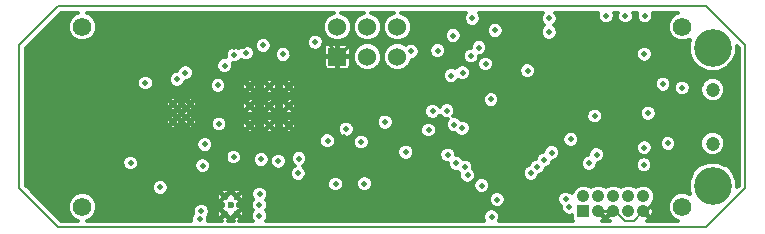
<source format=gbr>
G04 (created by PCBNEW-RS274X (2010-12-28 BZR 2695)-testing) date Sun Apr 24 11:48:03 2011*
G01*
G70*
G90*
%MOIN*%
G04 Gerber Fmt 3.4, Leading zero omitted, Abs format*
%FSLAX34Y34*%
G04 APERTURE LIST*
%ADD10C,0.008000*%
%ADD11R,0.060000X0.060000*%
%ADD12C,0.060000*%
%ADD13C,0.062000*%
%ADD14R,0.042000X0.042000*%
%ADD15C,0.042000*%
%ADD16C,0.023600*%
%ADD17C,0.019700*%
%ADD18C,0.047200*%
%ADD19C,0.126000*%
%ADD20C,0.020000*%
%ADD21C,0.010000*%
%ADD22C,0.007000*%
%ADD23C,0.012000*%
G04 APERTURE END LIST*
G54D10*
X19200Y-14320D02*
X40800Y-14320D01*
X40800Y-21680D02*
X19200Y-21680D01*
X17900Y-20380D02*
X17900Y-15620D01*
X42100Y-20380D02*
X42100Y-15620D01*
X17900Y-20380D02*
X19200Y-21680D01*
X42100Y-20380D02*
X40800Y-21680D01*
X42100Y-15620D02*
X40800Y-14320D01*
X17900Y-15620D02*
X19200Y-14320D01*
G54D11*
X28500Y-16000D03*
G54D12*
X28500Y-15000D03*
X29500Y-16000D03*
X29500Y-15000D03*
X30500Y-16000D03*
X30500Y-15000D03*
G54D13*
X20000Y-15000D03*
X40000Y-15000D03*
X40000Y-21000D03*
X20000Y-21000D03*
G54D14*
X36700Y-21150D03*
G54D15*
X36700Y-20650D03*
X37200Y-21150D03*
X37200Y-20650D03*
X37700Y-21150D03*
X37700Y-20650D03*
X38200Y-21150D03*
X38200Y-20650D03*
X38700Y-21150D03*
X38700Y-20650D03*
G54D16*
X26231Y-17640D03*
X25581Y-17640D03*
X25581Y-16990D03*
X26231Y-16990D03*
X26881Y-16990D03*
X26881Y-17640D03*
X26881Y-18290D03*
X26231Y-18290D03*
X25581Y-18290D03*
G54D17*
X23306Y-17872D03*
X23011Y-18167D03*
X23601Y-18167D03*
X23601Y-17577D03*
X23011Y-17577D03*
G54D16*
X24940Y-20940D03*
X24743Y-21235D03*
X25137Y-21235D03*
X25137Y-20664D03*
X24743Y-20664D03*
G54D18*
X41017Y-17104D03*
X41017Y-18896D03*
G54D19*
X41017Y-15697D03*
X41017Y-20303D03*
G54D20*
X25900Y-20940D03*
X28170Y-18800D03*
X26030Y-15620D03*
X26690Y-15920D03*
X24550Y-18240D03*
X25960Y-19420D03*
X25040Y-19340D03*
X24520Y-16950D03*
X24740Y-16290D03*
X25060Y-15940D03*
X32150Y-17800D03*
X25460Y-15870D03*
X31670Y-17820D03*
X31540Y-18440D03*
X30090Y-18180D03*
X23434Y-16530D03*
X32290Y-16630D03*
X27220Y-19390D03*
X27760Y-15510D03*
X32670Y-16530D03*
X23160Y-16750D03*
X35560Y-14720D03*
X33760Y-15120D03*
X32390Y-18260D03*
X32180Y-19270D03*
X28790Y-18410D03*
X33440Y-16240D03*
X38100Y-14640D03*
X23967Y-21142D03*
X25900Y-21300D03*
X39990Y-17040D03*
X37140Y-19260D03*
X38860Y-17880D03*
X34950Y-19880D03*
X35640Y-19190D03*
X35390Y-19440D03*
X35160Y-19670D03*
X22598Y-20354D03*
X25910Y-20580D03*
X22100Y-16870D03*
X21610Y-19540D03*
X24080Y-18920D03*
X24010Y-19630D03*
X27190Y-19885D03*
X33620Y-17420D03*
X32660Y-18380D03*
X37080Y-17970D03*
X33310Y-20290D03*
X36280Y-18750D03*
X38750Y-14640D03*
X38730Y-15910D03*
X37460Y-14640D03*
X30780Y-19180D03*
X30960Y-15820D03*
X33000Y-14720D03*
X38720Y-19600D03*
X35560Y-15180D03*
X21890Y-16120D03*
X20910Y-15820D03*
X20590Y-14650D03*
X23520Y-14880D03*
X23005Y-19080D03*
X22995Y-19475D03*
X23120Y-19872D03*
X27180Y-21060D03*
X27440Y-20000D03*
X25925Y-19823D03*
X20846Y-21014D03*
X22028Y-20551D03*
X22146Y-21358D03*
X20545Y-17450D03*
X21340Y-17390D03*
X21645Y-18455D03*
X20710Y-19630D03*
X19810Y-18800D03*
X21040Y-18520D03*
X23710Y-19760D03*
X19340Y-14640D03*
X18220Y-16430D03*
X18220Y-15760D03*
X19440Y-15630D03*
X19905Y-16705D03*
X18835Y-16430D03*
X18840Y-19570D03*
X36840Y-15240D03*
X36270Y-17540D03*
X33610Y-20480D03*
X28720Y-18680D03*
X25060Y-15660D03*
X26980Y-15920D03*
X38860Y-17440D03*
X37490Y-18200D03*
X26180Y-14820D03*
X21760Y-14780D03*
X23770Y-16350D03*
X20960Y-16780D03*
X19570Y-20370D03*
X18230Y-20240D03*
X18230Y-19570D03*
X19340Y-21350D03*
X33120Y-16760D03*
X22460Y-17250D03*
X22680Y-17090D03*
X22300Y-18460D03*
X21620Y-19950D03*
X22480Y-19950D03*
X24040Y-16930D03*
X24340Y-17200D03*
X24780Y-18960D03*
X25060Y-19820D03*
X27660Y-19200D03*
X31800Y-20940D03*
X28700Y-19080D03*
X29420Y-19340D03*
X30180Y-19180D03*
X31800Y-18980D03*
X33140Y-17900D03*
X34100Y-16940D03*
X19900Y-17320D03*
X21700Y-16870D03*
X31070Y-15220D03*
X31590Y-14720D03*
X33480Y-15340D03*
X35240Y-16060D03*
X38000Y-19610D03*
X39990Y-19790D03*
X33640Y-21330D03*
X36110Y-20740D03*
X31840Y-15790D03*
X33830Y-20760D03*
X26530Y-19480D03*
X32460Y-19550D03*
X32950Y-15970D03*
X36230Y-21010D03*
X39355Y-16910D03*
X39520Y-18885D03*
X29400Y-20230D03*
X32840Y-19950D03*
X33220Y-15690D03*
X32360Y-15290D03*
X29290Y-18840D03*
X34840Y-16460D03*
X38730Y-19030D03*
X36890Y-19550D03*
X23907Y-21407D03*
X32750Y-19670D03*
X28440Y-20240D03*
G54D21*
X22120Y-16350D02*
X21890Y-16120D01*
X21890Y-16120D02*
X21890Y-15090D01*
X22230Y-16350D02*
X22120Y-16350D01*
X20590Y-14650D02*
X20590Y-15500D01*
X20590Y-15500D02*
X20910Y-15820D01*
X21760Y-15080D02*
X21020Y-15080D01*
X21020Y-15080D02*
X20590Y-14650D01*
X21880Y-15080D02*
X21760Y-15080D01*
X21890Y-15090D02*
X21880Y-15080D01*
X21880Y-15080D02*
X23320Y-15080D01*
X23320Y-15080D02*
X23520Y-14880D01*
X21760Y-15080D02*
X21760Y-14780D01*
X22995Y-19475D02*
X22995Y-19090D01*
X22995Y-19090D02*
X23005Y-19080D01*
X23120Y-19872D02*
X23120Y-19600D01*
X23120Y-19600D02*
X22995Y-19475D01*
X23710Y-19760D02*
X23232Y-19760D01*
X23232Y-19760D02*
X23120Y-19872D01*
X22480Y-19950D02*
X23042Y-19950D01*
X23042Y-19950D02*
X23120Y-19872D01*
X23306Y-17872D02*
X23011Y-18167D01*
X25925Y-19823D02*
X25935Y-19823D01*
X27660Y-19780D02*
X27660Y-19200D01*
X27660Y-19780D02*
X27440Y-20000D01*
X27223Y-20217D02*
X27440Y-20000D01*
X26329Y-20217D02*
X27223Y-20217D01*
X25935Y-19823D02*
X26329Y-20217D01*
X25060Y-19820D02*
X25922Y-19820D01*
X25922Y-19820D02*
X25925Y-19823D01*
X23710Y-19760D02*
X23710Y-19763D01*
X23710Y-19763D02*
X23937Y-19990D01*
X23937Y-19990D02*
X24890Y-19990D01*
X24890Y-19990D02*
X25060Y-19820D01*
X22028Y-21240D02*
X21072Y-21240D01*
X21072Y-21240D02*
X20846Y-21014D01*
X22028Y-20551D02*
X22028Y-21240D01*
X21620Y-20143D02*
X22028Y-20551D01*
X21620Y-19950D02*
X21620Y-20143D01*
X22028Y-21240D02*
X22146Y-21358D01*
X20605Y-17390D02*
X20545Y-17450D01*
X21340Y-17390D02*
X20605Y-17390D01*
X19900Y-17320D02*
X20415Y-17320D01*
X20415Y-17320D02*
X20545Y-17450D01*
X21340Y-17390D02*
X21580Y-17390D01*
X21580Y-17390D02*
X21700Y-17270D01*
X22300Y-18460D02*
X21650Y-18460D01*
X21650Y-18460D02*
X21645Y-18455D01*
X19810Y-18800D02*
X21040Y-18520D01*
X20710Y-19630D02*
X19810Y-18800D01*
X19340Y-14640D02*
X19340Y-15530D01*
X18220Y-15760D02*
X18220Y-16430D01*
X18835Y-16430D02*
X18220Y-16430D01*
X19340Y-14640D02*
X18220Y-15760D01*
X19340Y-15530D02*
X19440Y-15630D01*
X18835Y-16430D02*
X19630Y-16430D01*
X19630Y-16430D02*
X19905Y-16705D01*
X19900Y-17320D02*
X19725Y-17320D01*
X19725Y-17320D02*
X18835Y-16430D01*
X35240Y-16060D02*
X36020Y-16060D01*
X36020Y-16060D02*
X36840Y-15240D01*
X37490Y-18200D02*
X36930Y-18200D01*
X36930Y-18200D02*
X36270Y-17540D01*
X36270Y-17540D02*
X36270Y-17090D01*
X36270Y-17090D02*
X35240Y-16060D01*
X31800Y-20940D02*
X33150Y-20940D01*
X33150Y-20940D02*
X33610Y-20480D01*
X29420Y-19340D02*
X28960Y-19340D01*
X28960Y-19340D02*
X28700Y-19080D01*
X28700Y-19080D02*
X28700Y-18700D01*
X28700Y-18700D02*
X28720Y-18680D01*
X26980Y-15920D02*
X26980Y-16891D01*
X26980Y-16891D02*
X26231Y-17640D01*
X27560Y-15320D02*
X27560Y-15340D01*
X27560Y-14920D02*
X27560Y-15320D01*
X27560Y-15340D02*
X26980Y-15920D01*
X22460Y-17250D02*
X21700Y-17250D01*
X21700Y-17250D02*
X21700Y-17270D01*
X34720Y-16060D02*
X34200Y-16060D01*
X34200Y-16060D02*
X33480Y-15340D01*
G54D22*
X37700Y-21150D02*
X37750Y-21150D01*
X38380Y-21470D02*
X38700Y-21150D01*
X38070Y-21470D02*
X38380Y-21470D01*
X37750Y-21150D02*
X38070Y-21470D01*
G54D21*
X38000Y-19610D02*
X38000Y-18300D01*
X38000Y-18300D02*
X38100Y-18200D01*
X37490Y-18200D02*
X38100Y-18200D01*
X38100Y-18200D02*
X38860Y-17440D01*
X26180Y-14820D02*
X27460Y-14820D01*
X27460Y-14820D02*
X27560Y-14920D01*
X25060Y-15660D02*
X25340Y-15660D01*
X25340Y-15660D02*
X26180Y-14820D01*
X31800Y-18980D02*
X32810Y-18980D01*
X32810Y-18980D02*
X33140Y-18650D01*
X33140Y-18650D02*
X33140Y-17900D01*
X21700Y-16870D02*
X20960Y-16780D01*
X19570Y-20370D02*
X19340Y-21350D01*
X19340Y-21350D02*
X18230Y-20240D01*
X18230Y-19570D02*
X18840Y-19570D01*
X18230Y-20240D02*
X18230Y-19570D01*
X33710Y-16940D02*
X33300Y-16940D01*
X33300Y-16940D02*
X33120Y-16760D01*
X21620Y-19950D02*
X19320Y-19950D01*
X19320Y-19950D02*
X18840Y-19570D01*
X22300Y-18460D02*
X22718Y-18460D01*
X22718Y-18460D02*
X23011Y-18167D01*
X22480Y-19950D02*
X22480Y-18640D01*
X22480Y-18640D02*
X22300Y-18460D01*
X22460Y-17250D02*
X22520Y-17250D01*
X22520Y-17250D02*
X22680Y-17090D01*
X22480Y-19950D02*
X21620Y-19950D01*
X24040Y-16930D02*
X24070Y-16930D01*
X24070Y-16930D02*
X24340Y-17200D01*
X24780Y-18960D02*
X24780Y-19540D01*
X24780Y-19540D02*
X25060Y-19820D01*
X28700Y-19080D02*
X27780Y-19080D01*
X27780Y-19080D02*
X27660Y-19200D01*
X31800Y-18980D02*
X31800Y-20940D01*
X30180Y-19180D02*
X29590Y-19180D01*
X29590Y-19180D02*
X29580Y-19180D01*
X29580Y-19180D02*
X29420Y-19340D01*
X31800Y-18840D02*
X30520Y-18840D01*
X31800Y-18840D02*
X31800Y-18980D01*
X30520Y-18840D02*
X30180Y-19180D01*
X34100Y-16940D02*
X33710Y-16940D01*
X33140Y-17510D02*
X33140Y-17900D01*
X33710Y-16940D02*
X33140Y-17510D01*
X35240Y-16060D02*
X34720Y-16060D01*
X34720Y-16060D02*
X34100Y-16680D01*
X34100Y-16680D02*
X34100Y-16940D01*
X21700Y-16870D02*
X21700Y-17270D01*
X22950Y-16350D02*
X22230Y-16350D01*
X23640Y-15660D02*
X22950Y-16350D01*
X25060Y-15660D02*
X23640Y-15660D01*
X22230Y-16350D02*
X22220Y-16350D01*
X22220Y-16350D02*
X21700Y-16870D01*
X28500Y-15860D02*
X27560Y-14920D01*
X28500Y-16000D02*
X28500Y-15860D01*
X31070Y-15220D02*
X31070Y-15280D01*
X31070Y-15280D02*
X30840Y-15510D01*
X30840Y-15510D02*
X28990Y-15510D01*
X28990Y-15510D02*
X28500Y-16000D01*
X31590Y-14720D02*
X31570Y-14720D01*
X31570Y-14720D02*
X31070Y-15220D01*
X33480Y-15340D02*
X32820Y-15340D01*
X32200Y-14720D02*
X31590Y-14720D01*
X32820Y-15340D02*
X32200Y-14720D01*
X38000Y-19610D02*
X38310Y-19610D01*
X39860Y-19920D02*
X39990Y-19790D01*
X38620Y-19920D02*
X39860Y-19920D01*
X38310Y-19610D02*
X38620Y-19920D01*
X38700Y-21150D02*
X38750Y-21150D01*
X38750Y-21150D02*
X39990Y-19910D01*
X39990Y-19910D02*
X39990Y-19790D01*
X37200Y-21150D02*
X37700Y-21150D01*
G54D23*
X24939Y-20911D02*
X24939Y-20911D01*
X24940Y-20911D02*
X24940Y-20911D01*
X37199Y-21121D02*
X37199Y-21121D01*
X37200Y-21121D02*
X37200Y-21121D01*
X37699Y-21121D02*
X37699Y-21121D01*
X37700Y-21121D02*
X37700Y-21121D01*
X37239Y-21217D02*
X37295Y-21217D01*
X37604Y-21217D02*
X37661Y-21217D01*
X37335Y-21313D02*
X37391Y-21313D01*
X37508Y-21313D02*
X37565Y-21313D01*
X37401Y-21409D02*
X37500Y-21409D01*
X19295Y-14530D02*
X19856Y-14530D01*
X20143Y-14530D02*
X28380Y-14530D01*
X28620Y-14530D02*
X29380Y-14530D01*
X29620Y-14530D02*
X30380Y-14530D01*
X30620Y-14530D02*
X32794Y-14530D01*
X33206Y-14530D02*
X35354Y-14530D01*
X35766Y-14530D02*
X37202Y-14530D01*
X37717Y-14530D02*
X37842Y-14530D01*
X38357Y-14530D02*
X38492Y-14530D01*
X39007Y-14530D02*
X39856Y-14530D01*
X19199Y-14626D02*
X19682Y-14626D01*
X20317Y-14626D02*
X28195Y-14626D01*
X28804Y-14626D02*
X29195Y-14626D01*
X29804Y-14626D02*
X30195Y-14626D01*
X30804Y-14626D02*
X32735Y-14626D01*
X33264Y-14626D02*
X35295Y-14626D01*
X35824Y-14626D02*
X37180Y-14626D01*
X37740Y-14626D02*
X37820Y-14626D01*
X38380Y-14626D02*
X38470Y-14626D01*
X39030Y-14626D02*
X39682Y-14626D01*
X19103Y-14722D02*
X19586Y-14722D01*
X20413Y-14722D02*
X28099Y-14722D01*
X28900Y-14722D02*
X29099Y-14722D01*
X29900Y-14722D02*
X30099Y-14722D01*
X30900Y-14722D02*
X32720Y-14722D01*
X33280Y-14722D02*
X35280Y-14722D01*
X35840Y-14722D02*
X37192Y-14722D01*
X37730Y-14722D02*
X37832Y-14722D01*
X38370Y-14722D02*
X38482Y-14722D01*
X39020Y-14722D02*
X39586Y-14722D01*
X19007Y-14818D02*
X19546Y-14818D01*
X20454Y-14818D02*
X28055Y-14818D01*
X28943Y-14818D02*
X29055Y-14818D01*
X29943Y-14818D02*
X30055Y-14818D01*
X30943Y-14818D02*
X32738Y-14818D01*
X33263Y-14818D02*
X35298Y-14818D01*
X35823Y-14818D02*
X37242Y-14818D01*
X37678Y-14818D02*
X37882Y-14818D01*
X38318Y-14818D02*
X38532Y-14818D01*
X38968Y-14818D02*
X39546Y-14818D01*
X18911Y-14914D02*
X19511Y-14914D01*
X20489Y-14914D02*
X28020Y-14914D01*
X28980Y-14914D02*
X29020Y-14914D01*
X29980Y-14914D02*
X30020Y-14914D01*
X30980Y-14914D02*
X32798Y-14914D01*
X33202Y-14914D02*
X33570Y-14914D01*
X33950Y-14914D02*
X35358Y-14914D01*
X35762Y-14914D02*
X37390Y-14914D01*
X37530Y-14914D02*
X38030Y-14914D01*
X38170Y-14914D02*
X38680Y-14914D01*
X38820Y-14914D02*
X39511Y-14914D01*
X18815Y-15010D02*
X19511Y-15010D01*
X20489Y-15010D02*
X28020Y-15010D01*
X28980Y-15010D02*
X29020Y-15010D01*
X29980Y-15010D02*
X30020Y-15010D01*
X30980Y-15010D02*
X32305Y-15010D01*
X32416Y-15010D02*
X33502Y-15010D01*
X34017Y-15010D02*
X35334Y-15010D01*
X35786Y-15010D02*
X39511Y-15010D01*
X18719Y-15106D02*
X19515Y-15106D01*
X20486Y-15106D02*
X28025Y-15106D01*
X28976Y-15106D02*
X29025Y-15106D01*
X29976Y-15106D02*
X30025Y-15106D01*
X30976Y-15106D02*
X32148Y-15106D01*
X32572Y-15106D02*
X33480Y-15106D01*
X34040Y-15106D02*
X35287Y-15106D01*
X35832Y-15106D02*
X39515Y-15106D01*
X18623Y-15202D02*
X19555Y-15202D01*
X20446Y-15202D02*
X28065Y-15202D01*
X28937Y-15202D02*
X29065Y-15202D01*
X29937Y-15202D02*
X30065Y-15202D01*
X30937Y-15202D02*
X32093Y-15202D01*
X32626Y-15202D02*
X33492Y-15202D01*
X34030Y-15202D02*
X34040Y-15202D01*
X34040Y-15202D02*
X35280Y-15202D01*
X35840Y-15202D02*
X39555Y-15202D01*
X18527Y-15298D02*
X19607Y-15298D01*
X20394Y-15298D02*
X27576Y-15298D01*
X27944Y-15298D02*
X28120Y-15298D01*
X28881Y-15298D02*
X29120Y-15298D01*
X29881Y-15298D02*
X30120Y-15298D01*
X30881Y-15298D02*
X32080Y-15298D01*
X32640Y-15298D02*
X33542Y-15298D01*
X33978Y-15298D02*
X34040Y-15298D01*
X34040Y-15298D02*
X35306Y-15298D01*
X35815Y-15298D02*
X39607Y-15298D01*
X18431Y-15394D02*
X19703Y-15394D01*
X20298Y-15394D02*
X25860Y-15394D01*
X26200Y-15394D02*
X27505Y-15394D01*
X28015Y-15394D02*
X28216Y-15394D01*
X28785Y-15394D02*
X29216Y-15394D01*
X29785Y-15394D02*
X30216Y-15394D01*
X30785Y-15394D02*
X32100Y-15394D01*
X32620Y-15394D02*
X32640Y-15394D01*
X32640Y-15394D02*
X33690Y-15394D01*
X33830Y-15394D02*
X34040Y-15394D01*
X34040Y-15394D02*
X35378Y-15394D01*
X35742Y-15394D02*
X39703Y-15394D01*
X18335Y-15490D02*
X25780Y-15490D01*
X26279Y-15490D02*
X27480Y-15490D01*
X28040Y-15490D02*
X32164Y-15490D01*
X32556Y-15490D02*
X32640Y-15490D01*
X32640Y-15490D02*
X33024Y-15490D01*
X33416Y-15490D02*
X34040Y-15490D01*
X34040Y-15490D02*
X40226Y-15490D01*
X18239Y-15586D02*
X25750Y-15586D01*
X26310Y-15586D02*
X27489Y-15586D01*
X28032Y-15586D02*
X28040Y-15586D01*
X28040Y-15586D02*
X28117Y-15586D01*
X28471Y-15586D02*
X28529Y-15586D01*
X28882Y-15586D02*
X29245Y-15586D01*
X29755Y-15586D02*
X30245Y-15586D01*
X30755Y-15586D02*
X30797Y-15586D01*
X31122Y-15586D02*
X31648Y-15586D01*
X32032Y-15586D02*
X32640Y-15586D01*
X32640Y-15586D02*
X32960Y-15586D01*
X33480Y-15586D02*
X34040Y-15586D01*
X34040Y-15586D02*
X40208Y-15586D01*
X18143Y-15682D02*
X24951Y-15682D01*
X25168Y-15682D02*
X25252Y-15682D01*
X25668Y-15682D02*
X25753Y-15682D01*
X26308Y-15682D02*
X26310Y-15682D01*
X26310Y-15682D02*
X26532Y-15682D01*
X26846Y-15682D02*
X27536Y-15682D01*
X27984Y-15682D02*
X28040Y-15682D01*
X28040Y-15682D02*
X28061Y-15682D01*
X28480Y-15682D02*
X28520Y-15682D01*
X28939Y-15682D02*
X29139Y-15682D01*
X29860Y-15682D02*
X30139Y-15682D01*
X31206Y-15682D02*
X31581Y-15682D01*
X32098Y-15682D02*
X32640Y-15682D01*
X32640Y-15682D02*
X32940Y-15682D01*
X33500Y-15682D02*
X34040Y-15682D01*
X34040Y-15682D02*
X38562Y-15682D01*
X38898Y-15682D02*
X40208Y-15682D01*
X41826Y-15682D02*
X41857Y-15682D01*
X18110Y-15778D02*
X24826Y-15778D01*
X25724Y-15778D02*
X25792Y-15778D01*
X26268Y-15778D02*
X26310Y-15778D01*
X26310Y-15778D02*
X26445Y-15778D01*
X26934Y-15778D02*
X27676Y-15778D01*
X27845Y-15778D02*
X28040Y-15778D01*
X28040Y-15778D02*
X28060Y-15778D01*
X28480Y-15778D02*
X28520Y-15778D01*
X28939Y-15778D02*
X29072Y-15778D01*
X29927Y-15778D02*
X30072Y-15778D01*
X31240Y-15778D02*
X31560Y-15778D01*
X32120Y-15778D02*
X32640Y-15778D01*
X32640Y-15778D02*
X32746Y-15778D01*
X33487Y-15778D02*
X34040Y-15778D01*
X34040Y-15778D02*
X38481Y-15778D01*
X38978Y-15778D02*
X40208Y-15778D01*
X41826Y-15778D02*
X41890Y-15778D01*
X18110Y-15874D02*
X24784Y-15874D01*
X25740Y-15874D02*
X25912Y-15874D01*
X26149Y-15874D02*
X26310Y-15874D01*
X26310Y-15874D02*
X26410Y-15874D01*
X26970Y-15874D02*
X28040Y-15874D01*
X28040Y-15874D02*
X28060Y-15874D01*
X28480Y-15874D02*
X28520Y-15874D01*
X28939Y-15874D02*
X29032Y-15874D01*
X29967Y-15874D02*
X30032Y-15874D01*
X31240Y-15874D02*
X31572Y-15874D01*
X32109Y-15874D02*
X32120Y-15874D01*
X32120Y-15874D02*
X32640Y-15874D01*
X32640Y-15874D02*
X32686Y-15874D01*
X33432Y-15874D02*
X34040Y-15874D01*
X34040Y-15874D02*
X38450Y-15874D01*
X39010Y-15874D02*
X40216Y-15874D01*
X41820Y-15874D02*
X41890Y-15874D01*
X18110Y-15970D02*
X24780Y-15970D01*
X25722Y-15970D02*
X25740Y-15970D01*
X25740Y-15970D02*
X26310Y-15970D01*
X26310Y-15970D02*
X26410Y-15970D01*
X26970Y-15970D02*
X28040Y-15970D01*
X28040Y-15970D02*
X28085Y-15970D01*
X28480Y-15970D02*
X28520Y-15970D01*
X28915Y-15970D02*
X28940Y-15970D01*
X28940Y-15970D02*
X29020Y-15970D01*
X29980Y-15970D02*
X30020Y-15970D01*
X31201Y-15970D02*
X31240Y-15970D01*
X31240Y-15970D02*
X31624Y-15970D01*
X32056Y-15970D02*
X32120Y-15970D01*
X32120Y-15970D02*
X32640Y-15970D01*
X32640Y-15970D02*
X32670Y-15970D01*
X33230Y-15970D02*
X33360Y-15970D01*
X33519Y-15970D02*
X34040Y-15970D01*
X34040Y-15970D02*
X38453Y-15970D01*
X39009Y-15970D02*
X39010Y-15970D01*
X39010Y-15970D02*
X40255Y-15970D01*
X41780Y-15970D02*
X41890Y-15970D01*
X18110Y-16066D02*
X24568Y-16066D01*
X25660Y-16066D02*
X25740Y-16066D01*
X25740Y-16066D02*
X26310Y-16066D01*
X26310Y-16066D02*
X26448Y-16066D01*
X26933Y-16066D02*
X26970Y-16066D01*
X26970Y-16066D02*
X28040Y-16066D01*
X28040Y-16066D02*
X28061Y-16066D01*
X28480Y-16066D02*
X28520Y-16066D01*
X28940Y-16066D02*
X28940Y-16066D01*
X28940Y-16066D02*
X29020Y-16066D01*
X29980Y-16066D02*
X30020Y-16066D01*
X31099Y-16066D02*
X31240Y-16066D01*
X31240Y-16066D02*
X31775Y-16066D01*
X31905Y-16066D02*
X32120Y-16066D01*
X32120Y-16066D02*
X32640Y-16066D01*
X32640Y-16066D02*
X32687Y-16066D01*
X33213Y-16066D02*
X33217Y-16066D01*
X33662Y-16066D02*
X34040Y-16066D01*
X34040Y-16066D02*
X38492Y-16066D01*
X38969Y-16066D02*
X39010Y-16066D01*
X39010Y-16066D02*
X40295Y-16066D01*
X41740Y-16066D02*
X41890Y-16066D01*
X18110Y-16162D02*
X24490Y-16162D01*
X25234Y-16162D02*
X25740Y-16162D01*
X25740Y-16162D02*
X26310Y-16162D01*
X26310Y-16162D02*
X26543Y-16162D01*
X26839Y-16162D02*
X26970Y-16162D01*
X26970Y-16162D02*
X28040Y-16162D01*
X28040Y-16162D02*
X28061Y-16162D01*
X28480Y-16162D02*
X28520Y-16162D01*
X28940Y-16162D02*
X28940Y-16162D01*
X28940Y-16162D02*
X29048Y-16162D01*
X29953Y-16162D02*
X29980Y-16162D01*
X29980Y-16162D02*
X30048Y-16162D01*
X30953Y-16162D02*
X31240Y-16162D01*
X31240Y-16162D02*
X32120Y-16162D01*
X32120Y-16162D02*
X32640Y-16162D01*
X32640Y-16162D02*
X32746Y-16162D01*
X33154Y-16162D02*
X33168Y-16162D01*
X33710Y-16162D02*
X34040Y-16162D01*
X34040Y-16162D02*
X38607Y-16162D01*
X38854Y-16162D02*
X39010Y-16162D01*
X39010Y-16162D02*
X40339Y-16162D01*
X41696Y-16162D02*
X41890Y-16162D01*
X18110Y-16258D02*
X23359Y-16258D01*
X23509Y-16258D02*
X24460Y-16258D01*
X25020Y-16258D02*
X25740Y-16258D01*
X25740Y-16258D02*
X26310Y-16258D01*
X26310Y-16258D02*
X26970Y-16258D01*
X26970Y-16258D02*
X28040Y-16258D01*
X28040Y-16258D02*
X28061Y-16258D01*
X28480Y-16258D02*
X28520Y-16258D01*
X28940Y-16258D02*
X28940Y-16258D01*
X28940Y-16258D02*
X29088Y-16258D01*
X29913Y-16258D02*
X29980Y-16258D01*
X29980Y-16258D02*
X30088Y-16258D01*
X30913Y-16258D02*
X31240Y-16258D01*
X31240Y-16258D02*
X32120Y-16258D01*
X32120Y-16258D02*
X32595Y-16258D01*
X32745Y-16258D02*
X33160Y-16258D01*
X33720Y-16258D02*
X34040Y-16258D01*
X34040Y-16258D02*
X34646Y-16258D01*
X35034Y-16258D02*
X39010Y-16258D01*
X39010Y-16258D02*
X40435Y-16258D01*
X41600Y-16258D02*
X41890Y-16258D01*
X18110Y-16354D02*
X23214Y-16354D01*
X23654Y-16354D02*
X24464Y-16354D01*
X25017Y-16354D02*
X25740Y-16354D01*
X25740Y-16354D02*
X26310Y-16354D01*
X26310Y-16354D02*
X26970Y-16354D01*
X26970Y-16354D02*
X28040Y-16354D01*
X28040Y-16354D02*
X28073Y-16354D01*
X28480Y-16354D02*
X28520Y-16354D01*
X28928Y-16354D02*
X28940Y-16354D01*
X28940Y-16354D02*
X29176Y-16354D01*
X29825Y-16354D02*
X29980Y-16354D01*
X29980Y-16354D02*
X30176Y-16354D01*
X30825Y-16354D02*
X31240Y-16354D01*
X31240Y-16354D02*
X32120Y-16354D01*
X32120Y-16354D02*
X32225Y-16354D01*
X32355Y-16354D02*
X32450Y-16354D01*
X32890Y-16354D02*
X33185Y-16354D01*
X33696Y-16354D02*
X33720Y-16354D01*
X33720Y-16354D02*
X34040Y-16354D01*
X34040Y-16354D02*
X34580Y-16354D01*
X35099Y-16354D02*
X39010Y-16354D01*
X39010Y-16354D02*
X40531Y-16354D01*
X41504Y-16354D02*
X41890Y-16354D01*
X18110Y-16450D02*
X23163Y-16450D01*
X23703Y-16450D02*
X24504Y-16450D01*
X24976Y-16450D02*
X25740Y-16450D01*
X25740Y-16450D02*
X26310Y-16450D01*
X26310Y-16450D02*
X26970Y-16450D01*
X26970Y-16450D02*
X28040Y-16450D01*
X28040Y-16450D02*
X28480Y-16450D01*
X28480Y-16450D02*
X28940Y-16450D01*
X28940Y-16450D02*
X29332Y-16450D01*
X29668Y-16450D02*
X29980Y-16450D01*
X29980Y-16450D02*
X30332Y-16450D01*
X30668Y-16450D02*
X31240Y-16450D01*
X31240Y-16450D02*
X32074Y-16450D01*
X32939Y-16450D02*
X33254Y-16450D01*
X33626Y-16450D02*
X33720Y-16450D01*
X33720Y-16450D02*
X34040Y-16450D01*
X34040Y-16450D02*
X34560Y-16450D01*
X35120Y-16450D02*
X39010Y-16450D01*
X39010Y-16450D02*
X40721Y-16450D01*
X41313Y-16450D02*
X41890Y-16450D01*
X18110Y-16546D02*
X22968Y-16546D01*
X23714Y-16546D02*
X24627Y-16546D01*
X24854Y-16546D02*
X25740Y-16546D01*
X25740Y-16546D02*
X26310Y-16546D01*
X26310Y-16546D02*
X26970Y-16546D01*
X26970Y-16546D02*
X28040Y-16546D01*
X28040Y-16546D02*
X28480Y-16546D01*
X28480Y-16546D02*
X28940Y-16546D01*
X28940Y-16546D02*
X29980Y-16546D01*
X29980Y-16546D02*
X31240Y-16546D01*
X31240Y-16546D02*
X32021Y-16546D01*
X32950Y-16546D02*
X33720Y-16546D01*
X33720Y-16546D02*
X34040Y-16546D01*
X34040Y-16546D02*
X34573Y-16546D01*
X35108Y-16546D02*
X35120Y-16546D01*
X35120Y-16546D02*
X39010Y-16546D01*
X39010Y-16546D02*
X41890Y-16546D01*
X18110Y-16642D02*
X21932Y-16642D01*
X22268Y-16642D02*
X22901Y-16642D01*
X23691Y-16642D02*
X23714Y-16642D01*
X23714Y-16642D02*
X25740Y-16642D01*
X25740Y-16642D02*
X26310Y-16642D01*
X26310Y-16642D02*
X26970Y-16642D01*
X26970Y-16642D02*
X28040Y-16642D01*
X28040Y-16642D02*
X28480Y-16642D01*
X28480Y-16642D02*
X28940Y-16642D01*
X28940Y-16642D02*
X29980Y-16642D01*
X29980Y-16642D02*
X31240Y-16642D01*
X31240Y-16642D02*
X32010Y-16642D01*
X32927Y-16642D02*
X32950Y-16642D01*
X32950Y-16642D02*
X33720Y-16642D01*
X33720Y-16642D02*
X34040Y-16642D01*
X34040Y-16642D02*
X34626Y-16642D01*
X35054Y-16642D02*
X35120Y-16642D01*
X35120Y-16642D02*
X39010Y-16642D01*
X39010Y-16642D02*
X39270Y-16642D01*
X39439Y-16642D02*
X41890Y-16642D01*
X18110Y-16738D02*
X21851Y-16738D01*
X22348Y-16738D02*
X22880Y-16738D01*
X23622Y-16738D02*
X23714Y-16738D01*
X23714Y-16738D02*
X24336Y-16738D01*
X24704Y-16738D02*
X25562Y-16738D01*
X25630Y-16738D02*
X25740Y-16738D01*
X25740Y-16738D02*
X26212Y-16738D01*
X26280Y-16738D02*
X26310Y-16738D01*
X26310Y-16738D02*
X26862Y-16738D01*
X26930Y-16738D02*
X26970Y-16738D01*
X26970Y-16738D02*
X28040Y-16738D01*
X28040Y-16738D02*
X28480Y-16738D01*
X28480Y-16738D02*
X28940Y-16738D01*
X28940Y-16738D02*
X29980Y-16738D01*
X29980Y-16738D02*
X31240Y-16738D01*
X31240Y-16738D02*
X32032Y-16738D01*
X32858Y-16738D02*
X32950Y-16738D01*
X32950Y-16738D02*
X33720Y-16738D01*
X33720Y-16738D02*
X34040Y-16738D01*
X34040Y-16738D02*
X34780Y-16738D01*
X34900Y-16738D02*
X35120Y-16738D01*
X35120Y-16738D02*
X39010Y-16738D01*
X39010Y-16738D02*
X39131Y-16738D01*
X39579Y-16738D02*
X40813Y-16738D01*
X41219Y-16738D02*
X41890Y-16738D01*
X18110Y-16834D02*
X21820Y-16834D01*
X22380Y-16834D02*
X22892Y-16834D01*
X23429Y-16834D02*
X23714Y-16834D01*
X23714Y-16834D02*
X24265Y-16834D01*
X24775Y-16834D02*
X25453Y-16834D01*
X25709Y-16834D02*
X25724Y-16834D01*
X25724Y-16834D02*
X25740Y-16834D01*
X25740Y-16834D02*
X26103Y-16834D01*
X26359Y-16834D02*
X26374Y-16834D01*
X26374Y-16834D02*
X26753Y-16834D01*
X27009Y-16834D02*
X27024Y-16834D01*
X27024Y-16834D02*
X28040Y-16834D01*
X28040Y-16834D02*
X28480Y-16834D01*
X28480Y-16834D02*
X28940Y-16834D01*
X28940Y-16834D02*
X29980Y-16834D01*
X29980Y-16834D02*
X31240Y-16834D01*
X31240Y-16834D02*
X32098Y-16834D01*
X32482Y-16834D02*
X32950Y-16834D01*
X32950Y-16834D02*
X33720Y-16834D01*
X33720Y-16834D02*
X34040Y-16834D01*
X34040Y-16834D02*
X35120Y-16834D01*
X35120Y-16834D02*
X39010Y-16834D01*
X39010Y-16834D02*
X39083Y-16834D01*
X39626Y-16834D02*
X39800Y-16834D01*
X40180Y-16834D02*
X40699Y-16834D01*
X41335Y-16834D02*
X41890Y-16834D01*
X18110Y-16930D02*
X21823Y-16930D01*
X22379Y-16930D02*
X22380Y-16930D01*
X22380Y-16930D02*
X22944Y-16930D01*
X23376Y-16930D02*
X23714Y-16930D01*
X23714Y-16930D02*
X24240Y-16930D01*
X24800Y-16930D02*
X25333Y-16930D01*
X25493Y-16930D02*
X25549Y-16930D01*
X25613Y-16930D02*
X25669Y-16930D01*
X25830Y-16930D02*
X25983Y-16930D01*
X26143Y-16930D02*
X26199Y-16930D01*
X26263Y-16930D02*
X26319Y-16930D01*
X26480Y-16930D02*
X26633Y-16930D01*
X26793Y-16930D02*
X26849Y-16930D01*
X26913Y-16930D02*
X26969Y-16930D01*
X27130Y-16930D02*
X28040Y-16930D01*
X28040Y-16930D02*
X28480Y-16930D01*
X28480Y-16930D02*
X28940Y-16930D01*
X28940Y-16930D02*
X29980Y-16930D01*
X29980Y-16930D02*
X31240Y-16930D01*
X31240Y-16930D02*
X32950Y-16930D01*
X32950Y-16930D02*
X33720Y-16930D01*
X33720Y-16930D02*
X34040Y-16930D01*
X34040Y-16930D02*
X35120Y-16930D01*
X35120Y-16930D02*
X39010Y-16930D01*
X39010Y-16930D02*
X39075Y-16930D01*
X39635Y-16930D02*
X39732Y-16930D01*
X40247Y-16930D02*
X40639Y-16930D01*
X41395Y-16930D02*
X41890Y-16930D01*
X18110Y-17026D02*
X21862Y-17026D01*
X22339Y-17026D02*
X22380Y-17026D01*
X22380Y-17026D02*
X23095Y-17026D01*
X23225Y-17026D02*
X23714Y-17026D01*
X23714Y-17026D02*
X24249Y-17026D01*
X24792Y-17026D02*
X24800Y-17026D01*
X24800Y-17026D02*
X25330Y-17026D01*
X25517Y-17026D02*
X25553Y-17026D01*
X25553Y-17026D02*
X25573Y-17026D01*
X25589Y-17026D02*
X25645Y-17026D01*
X25835Y-17026D02*
X25980Y-17026D01*
X26167Y-17026D02*
X26203Y-17026D01*
X26203Y-17026D02*
X26223Y-17026D01*
X26239Y-17026D02*
X26295Y-17026D01*
X26485Y-17026D02*
X26630Y-17026D01*
X26817Y-17026D02*
X26853Y-17026D01*
X26853Y-17026D02*
X26873Y-17026D01*
X26889Y-17026D02*
X26945Y-17026D01*
X27135Y-17026D02*
X28040Y-17026D01*
X28040Y-17026D02*
X28480Y-17026D01*
X28480Y-17026D02*
X28940Y-17026D01*
X28940Y-17026D02*
X29980Y-17026D01*
X29980Y-17026D02*
X31240Y-17026D01*
X31240Y-17026D02*
X32950Y-17026D01*
X32950Y-17026D02*
X33720Y-17026D01*
X33720Y-17026D02*
X34040Y-17026D01*
X34040Y-17026D02*
X35120Y-17026D01*
X35120Y-17026D02*
X39010Y-17026D01*
X39010Y-17026D02*
X39100Y-17026D01*
X39610Y-17026D02*
X39635Y-17026D01*
X39635Y-17026D02*
X39710Y-17026D01*
X40270Y-17026D02*
X40601Y-17026D01*
X41433Y-17026D02*
X41890Y-17026D01*
X18110Y-17122D02*
X21977Y-17122D01*
X22224Y-17122D02*
X22380Y-17122D01*
X22380Y-17122D02*
X23714Y-17122D01*
X23714Y-17122D02*
X24296Y-17122D01*
X24744Y-17122D02*
X24800Y-17122D01*
X24800Y-17122D02*
X25360Y-17122D01*
X25421Y-17122D02*
X25477Y-17122D01*
X25685Y-17122D02*
X25741Y-17122D01*
X25803Y-17122D02*
X25836Y-17122D01*
X25836Y-17122D02*
X26010Y-17122D01*
X26071Y-17122D02*
X26127Y-17122D01*
X26335Y-17122D02*
X26391Y-17122D01*
X26453Y-17122D02*
X26486Y-17122D01*
X26486Y-17122D02*
X26660Y-17122D01*
X26721Y-17122D02*
X26777Y-17122D01*
X26985Y-17122D02*
X27041Y-17122D01*
X27103Y-17122D02*
X27136Y-17122D01*
X27136Y-17122D02*
X28040Y-17122D01*
X28040Y-17122D02*
X28480Y-17122D01*
X28480Y-17122D02*
X28940Y-17122D01*
X28940Y-17122D02*
X29980Y-17122D01*
X29980Y-17122D02*
X31240Y-17122D01*
X31240Y-17122D02*
X32950Y-17122D01*
X32950Y-17122D02*
X33720Y-17122D01*
X33720Y-17122D02*
X34040Y-17122D01*
X34040Y-17122D02*
X35120Y-17122D01*
X35120Y-17122D02*
X39010Y-17122D01*
X39010Y-17122D02*
X39171Y-17122D01*
X39539Y-17122D02*
X39635Y-17122D01*
X39635Y-17122D02*
X39722Y-17122D01*
X40260Y-17122D02*
X40270Y-17122D01*
X40270Y-17122D02*
X40601Y-17122D01*
X41433Y-17122D02*
X41890Y-17122D01*
X18110Y-17218D02*
X22380Y-17218D01*
X22380Y-17218D02*
X23714Y-17218D01*
X23714Y-17218D02*
X24436Y-17218D01*
X24605Y-17218D02*
X24800Y-17218D01*
X24800Y-17218D02*
X25468Y-17218D01*
X25696Y-17218D02*
X25724Y-17218D01*
X25724Y-17218D02*
X25836Y-17218D01*
X25836Y-17218D02*
X26118Y-17218D01*
X26346Y-17218D02*
X26374Y-17218D01*
X26374Y-17218D02*
X26486Y-17218D01*
X26486Y-17218D02*
X26768Y-17218D01*
X26996Y-17218D02*
X27024Y-17218D01*
X27024Y-17218D02*
X27136Y-17218D01*
X27136Y-17218D02*
X28040Y-17218D01*
X28040Y-17218D02*
X28480Y-17218D01*
X28480Y-17218D02*
X28940Y-17218D01*
X28940Y-17218D02*
X29980Y-17218D01*
X29980Y-17218D02*
X31240Y-17218D01*
X31240Y-17218D02*
X32950Y-17218D01*
X32950Y-17218D02*
X33426Y-17218D01*
X33814Y-17218D02*
X34040Y-17218D01*
X34040Y-17218D02*
X35120Y-17218D01*
X35120Y-17218D02*
X39010Y-17218D01*
X39010Y-17218D02*
X39635Y-17218D01*
X39635Y-17218D02*
X39772Y-17218D01*
X40208Y-17218D02*
X40270Y-17218D01*
X40270Y-17218D02*
X40615Y-17218D01*
X41421Y-17218D02*
X41433Y-17218D01*
X41433Y-17218D02*
X41890Y-17218D01*
X18110Y-17314D02*
X22380Y-17314D01*
X22380Y-17314D02*
X23714Y-17314D01*
X23714Y-17314D02*
X24800Y-17314D01*
X24800Y-17314D02*
X25724Y-17314D01*
X25724Y-17314D02*
X25836Y-17314D01*
X25836Y-17314D02*
X26374Y-17314D01*
X26374Y-17314D02*
X26486Y-17314D01*
X26486Y-17314D02*
X27024Y-17314D01*
X27024Y-17314D02*
X27136Y-17314D01*
X27136Y-17314D02*
X28040Y-17314D01*
X28040Y-17314D02*
X28480Y-17314D01*
X28480Y-17314D02*
X28940Y-17314D01*
X28940Y-17314D02*
X29980Y-17314D01*
X29980Y-17314D02*
X31240Y-17314D01*
X31240Y-17314D02*
X32950Y-17314D01*
X32950Y-17314D02*
X33360Y-17314D01*
X33879Y-17314D02*
X34040Y-17314D01*
X34040Y-17314D02*
X35120Y-17314D01*
X35120Y-17314D02*
X39010Y-17314D01*
X39010Y-17314D02*
X39635Y-17314D01*
X39635Y-17314D02*
X39920Y-17314D01*
X40060Y-17314D02*
X40270Y-17314D01*
X40270Y-17314D02*
X40654Y-17314D01*
X41380Y-17314D02*
X41433Y-17314D01*
X41433Y-17314D02*
X41890Y-17314D01*
X18110Y-17410D02*
X22380Y-17410D01*
X22380Y-17410D02*
X22883Y-17410D01*
X23138Y-17410D02*
X23473Y-17410D01*
X23728Y-17410D02*
X24800Y-17410D01*
X24800Y-17410D02*
X25471Y-17410D01*
X25689Y-17410D02*
X25724Y-17410D01*
X25724Y-17410D02*
X25836Y-17410D01*
X25836Y-17410D02*
X26121Y-17410D01*
X26339Y-17410D02*
X26374Y-17410D01*
X26374Y-17410D02*
X26486Y-17410D01*
X26486Y-17410D02*
X26771Y-17410D01*
X26989Y-17410D02*
X27024Y-17410D01*
X27024Y-17410D02*
X27136Y-17410D01*
X27136Y-17410D02*
X28040Y-17410D01*
X28040Y-17410D02*
X28480Y-17410D01*
X28480Y-17410D02*
X28940Y-17410D01*
X28940Y-17410D02*
X29980Y-17410D01*
X29980Y-17410D02*
X31240Y-17410D01*
X31240Y-17410D02*
X32950Y-17410D01*
X32950Y-17410D02*
X33340Y-17410D01*
X33900Y-17410D02*
X34040Y-17410D01*
X34040Y-17410D02*
X35120Y-17410D01*
X35120Y-17410D02*
X39010Y-17410D01*
X39010Y-17410D02*
X39635Y-17410D01*
X39635Y-17410D02*
X40270Y-17410D01*
X40270Y-17410D02*
X40735Y-17410D01*
X41299Y-17410D02*
X41433Y-17410D01*
X41433Y-17410D02*
X41890Y-17410D01*
X18110Y-17506D02*
X22380Y-17506D01*
X22380Y-17506D02*
X22788Y-17506D01*
X22912Y-17506D02*
X22968Y-17506D01*
X23054Y-17506D02*
X23110Y-17506D01*
X23236Y-17506D02*
X23378Y-17506D01*
X23502Y-17506D02*
X23558Y-17506D01*
X23644Y-17506D02*
X23700Y-17506D01*
X23826Y-17506D02*
X24800Y-17506D01*
X24800Y-17506D02*
X25360Y-17506D01*
X25419Y-17506D02*
X25475Y-17506D01*
X25687Y-17506D02*
X25724Y-17506D01*
X25724Y-17506D02*
X25743Y-17506D01*
X25801Y-17506D02*
X25836Y-17506D01*
X25836Y-17506D02*
X26010Y-17506D01*
X26069Y-17506D02*
X26125Y-17506D01*
X26337Y-17506D02*
X26374Y-17506D01*
X26374Y-17506D02*
X26393Y-17506D01*
X26451Y-17506D02*
X26486Y-17506D01*
X26486Y-17506D02*
X26660Y-17506D01*
X26719Y-17506D02*
X26775Y-17506D01*
X26987Y-17506D02*
X27024Y-17506D01*
X27024Y-17506D02*
X27043Y-17506D01*
X27101Y-17506D02*
X27136Y-17506D01*
X27136Y-17506D02*
X28040Y-17506D01*
X28040Y-17506D02*
X28480Y-17506D01*
X28480Y-17506D02*
X28940Y-17506D01*
X28940Y-17506D02*
X29980Y-17506D01*
X29980Y-17506D02*
X31240Y-17506D01*
X31240Y-17506D02*
X32950Y-17506D01*
X32950Y-17506D02*
X33353Y-17506D01*
X33888Y-17506D02*
X33900Y-17506D01*
X33900Y-17506D02*
X34040Y-17506D01*
X34040Y-17506D02*
X35120Y-17506D01*
X35120Y-17506D02*
X39010Y-17506D01*
X39010Y-17506D02*
X39635Y-17506D01*
X39635Y-17506D02*
X40270Y-17506D01*
X40270Y-17506D02*
X40901Y-17506D01*
X41134Y-17506D02*
X41433Y-17506D01*
X41433Y-17506D02*
X41890Y-17506D01*
X18110Y-17602D02*
X22380Y-17602D01*
X22380Y-17602D02*
X22779Y-17602D01*
X22958Y-17602D02*
X22983Y-17602D01*
X22983Y-17602D02*
X23064Y-17602D01*
X23245Y-17602D02*
X23369Y-17602D01*
X23548Y-17602D02*
X23573Y-17602D01*
X23573Y-17602D02*
X23654Y-17602D01*
X23835Y-17602D02*
X24800Y-17602D01*
X24800Y-17602D02*
X25327Y-17602D01*
X25515Y-17602D02*
X25571Y-17602D01*
X25591Y-17602D02*
X25647Y-17602D01*
X25832Y-17602D02*
X25836Y-17602D01*
X25836Y-17602D02*
X25977Y-17602D01*
X26165Y-17602D02*
X26221Y-17602D01*
X26241Y-17602D02*
X26297Y-17602D01*
X26482Y-17602D02*
X26486Y-17602D01*
X26486Y-17602D02*
X26627Y-17602D01*
X26815Y-17602D02*
X26871Y-17602D01*
X26891Y-17602D02*
X26947Y-17602D01*
X27132Y-17602D02*
X27136Y-17602D01*
X27136Y-17602D02*
X28040Y-17602D01*
X28040Y-17602D02*
X28480Y-17602D01*
X28480Y-17602D02*
X28940Y-17602D01*
X28940Y-17602D02*
X29980Y-17602D01*
X29980Y-17602D02*
X31240Y-17602D01*
X31240Y-17602D02*
X31492Y-17602D01*
X31848Y-17602D02*
X31952Y-17602D01*
X32348Y-17602D02*
X32950Y-17602D01*
X32950Y-17602D02*
X33406Y-17602D01*
X33834Y-17602D02*
X33900Y-17602D01*
X33900Y-17602D02*
X34040Y-17602D01*
X34040Y-17602D02*
X35120Y-17602D01*
X35120Y-17602D02*
X38800Y-17602D01*
X38920Y-17602D02*
X39010Y-17602D01*
X39010Y-17602D02*
X39635Y-17602D01*
X39635Y-17602D02*
X40270Y-17602D01*
X40270Y-17602D02*
X41433Y-17602D01*
X41433Y-17602D02*
X41890Y-17602D01*
X18110Y-17698D02*
X22380Y-17698D01*
X22380Y-17698D02*
X22807Y-17698D01*
X22862Y-17698D02*
X22918Y-17698D01*
X23104Y-17698D02*
X23160Y-17698D01*
X23452Y-17698D02*
X23508Y-17698D01*
X23694Y-17698D02*
X23750Y-17698D01*
X23806Y-17698D02*
X23836Y-17698D01*
X23836Y-17698D02*
X24800Y-17698D01*
X24800Y-17698D02*
X25331Y-17698D01*
X25495Y-17698D02*
X25551Y-17698D01*
X25611Y-17698D02*
X25667Y-17698D01*
X25830Y-17698D02*
X25836Y-17698D01*
X25836Y-17698D02*
X25981Y-17698D01*
X26145Y-17698D02*
X26201Y-17698D01*
X26261Y-17698D02*
X26317Y-17698D01*
X26480Y-17698D02*
X26486Y-17698D01*
X26486Y-17698D02*
X26631Y-17698D01*
X26795Y-17698D02*
X26851Y-17698D01*
X26911Y-17698D02*
X26967Y-17698D01*
X27130Y-17698D02*
X27136Y-17698D01*
X27136Y-17698D02*
X28040Y-17698D01*
X28040Y-17698D02*
X28480Y-17698D01*
X28480Y-17698D02*
X28940Y-17698D01*
X28940Y-17698D02*
X29980Y-17698D01*
X29980Y-17698D02*
X31240Y-17698D01*
X31240Y-17698D02*
X31417Y-17698D01*
X32410Y-17698D02*
X32950Y-17698D01*
X32950Y-17698D02*
X33560Y-17698D01*
X33680Y-17698D02*
X33900Y-17698D01*
X33900Y-17698D02*
X34040Y-17698D01*
X34040Y-17698D02*
X35120Y-17698D01*
X35120Y-17698D02*
X37005Y-17698D01*
X37155Y-17698D02*
X38646Y-17698D01*
X39074Y-17698D02*
X39635Y-17698D01*
X39635Y-17698D02*
X40270Y-17698D01*
X40270Y-17698D02*
X41433Y-17698D01*
X41433Y-17698D02*
X41890Y-17698D01*
X18110Y-17794D02*
X22380Y-17794D01*
X22380Y-17794D02*
X22925Y-17794D01*
X23200Y-17794D02*
X23256Y-17794D01*
X23356Y-17794D02*
X23412Y-17794D01*
X23693Y-17794D02*
X23836Y-17794D01*
X23836Y-17794D02*
X24800Y-17794D01*
X24800Y-17794D02*
X25455Y-17794D01*
X25707Y-17794D02*
X25836Y-17794D01*
X25836Y-17794D02*
X26105Y-17794D01*
X26357Y-17794D02*
X26486Y-17794D01*
X26486Y-17794D02*
X26755Y-17794D01*
X27007Y-17794D02*
X27136Y-17794D01*
X27136Y-17794D02*
X28040Y-17794D01*
X28040Y-17794D02*
X28480Y-17794D01*
X28480Y-17794D02*
X28940Y-17794D01*
X28940Y-17794D02*
X29980Y-17794D01*
X29980Y-17794D02*
X31240Y-17794D01*
X31240Y-17794D02*
X31390Y-17794D01*
X32430Y-17794D02*
X32950Y-17794D01*
X32950Y-17794D02*
X33900Y-17794D01*
X33900Y-17794D02*
X34040Y-17794D01*
X34040Y-17794D02*
X35120Y-17794D01*
X35120Y-17794D02*
X36860Y-17794D01*
X37300Y-17794D02*
X38592Y-17794D01*
X39127Y-17794D02*
X39635Y-17794D01*
X39635Y-17794D02*
X40270Y-17794D01*
X40270Y-17794D02*
X41433Y-17794D01*
X41433Y-17794D02*
X41890Y-17794D01*
X18110Y-17890D02*
X22380Y-17890D01*
X22380Y-17890D02*
X23074Y-17890D01*
X23260Y-17890D02*
X23278Y-17890D01*
X23278Y-17890D02*
X23352Y-17890D01*
X23540Y-17890D02*
X23836Y-17890D01*
X23836Y-17890D02*
X24800Y-17890D01*
X24800Y-17890D02*
X25527Y-17890D01*
X25640Y-17890D02*
X25724Y-17890D01*
X25724Y-17890D02*
X25836Y-17890D01*
X25836Y-17890D02*
X26177Y-17890D01*
X26290Y-17890D02*
X26374Y-17890D01*
X26374Y-17890D02*
X26486Y-17890D01*
X26486Y-17890D02*
X26827Y-17890D01*
X26940Y-17890D02*
X27024Y-17890D01*
X27024Y-17890D02*
X27136Y-17890D01*
X27136Y-17890D02*
X28040Y-17890D01*
X28040Y-17890D02*
X28480Y-17890D01*
X28480Y-17890D02*
X28940Y-17890D01*
X28940Y-17890D02*
X29980Y-17890D01*
X29980Y-17890D02*
X31240Y-17890D01*
X31240Y-17890D02*
X31397Y-17890D01*
X32416Y-17890D02*
X32950Y-17890D01*
X32950Y-17890D02*
X33900Y-17890D01*
X33900Y-17890D02*
X34040Y-17890D01*
X34040Y-17890D02*
X35120Y-17890D01*
X35120Y-17890D02*
X36810Y-17890D01*
X37349Y-17890D02*
X38580Y-17890D01*
X39140Y-17890D02*
X39635Y-17890D01*
X39635Y-17890D02*
X40270Y-17890D01*
X40270Y-17890D02*
X41433Y-17890D01*
X41433Y-17890D02*
X41890Y-17890D01*
X18110Y-17986D02*
X22380Y-17986D01*
X22380Y-17986D02*
X22885Y-17986D01*
X23164Y-17986D02*
X23220Y-17986D01*
X23392Y-17986D02*
X23448Y-17986D01*
X23726Y-17986D02*
X23836Y-17986D01*
X23836Y-17986D02*
X24431Y-17986D01*
X24668Y-17986D02*
X24800Y-17986D01*
X24800Y-17986D02*
X25724Y-17986D01*
X25724Y-17986D02*
X25836Y-17986D01*
X25836Y-17986D02*
X26374Y-17986D01*
X26374Y-17986D02*
X26486Y-17986D01*
X26486Y-17986D02*
X27024Y-17986D01*
X27024Y-17986D02*
X27136Y-17986D01*
X27136Y-17986D02*
X28040Y-17986D01*
X28040Y-17986D02*
X28480Y-17986D01*
X28480Y-17986D02*
X28940Y-17986D01*
X28940Y-17986D02*
X29888Y-17986D01*
X30292Y-17986D02*
X31240Y-17986D01*
X31240Y-17986D02*
X31440Y-17986D01*
X31900Y-17986D02*
X31940Y-17986D01*
X32460Y-17986D02*
X32950Y-17986D01*
X32950Y-17986D02*
X33900Y-17986D01*
X33900Y-17986D02*
X34040Y-17986D01*
X34040Y-17986D02*
X35120Y-17986D01*
X35120Y-17986D02*
X36800Y-17986D01*
X37360Y-17986D02*
X38601Y-17986D01*
X39120Y-17986D02*
X39140Y-17986D01*
X39140Y-17986D02*
X39635Y-17986D01*
X39635Y-17986D02*
X40270Y-17986D01*
X40270Y-17986D02*
X41433Y-17986D01*
X41433Y-17986D02*
X41890Y-17986D01*
X18110Y-18082D02*
X22380Y-18082D01*
X22380Y-18082D02*
X22793Y-18082D01*
X22898Y-18082D02*
X22954Y-18082D01*
X23068Y-18082D02*
X23124Y-18082D01*
X23488Y-18082D02*
X23544Y-18082D01*
X23658Y-18082D02*
X23714Y-18082D01*
X23820Y-18082D02*
X23836Y-18082D01*
X23836Y-18082D02*
X24312Y-18082D01*
X24788Y-18082D02*
X24800Y-18082D01*
X24800Y-18082D02*
X25444Y-18082D01*
X25717Y-18082D02*
X25724Y-18082D01*
X25724Y-18082D02*
X25836Y-18082D01*
X25836Y-18082D02*
X26094Y-18082D01*
X26367Y-18082D02*
X26374Y-18082D01*
X26374Y-18082D02*
X26486Y-18082D01*
X26486Y-18082D02*
X26744Y-18082D01*
X27017Y-18082D02*
X27024Y-18082D01*
X27024Y-18082D02*
X27136Y-18082D01*
X27136Y-18082D02*
X28040Y-18082D01*
X28040Y-18082D02*
X28480Y-18082D01*
X28480Y-18082D02*
X28940Y-18082D01*
X28940Y-18082D02*
X29827Y-18082D01*
X30352Y-18082D02*
X31240Y-18082D01*
X31240Y-18082D02*
X31571Y-18082D01*
X31770Y-18082D02*
X32172Y-18082D01*
X32608Y-18082D02*
X32950Y-18082D01*
X32950Y-18082D02*
X33900Y-18082D01*
X33900Y-18082D02*
X34040Y-18082D01*
X34040Y-18082D02*
X35120Y-18082D01*
X35120Y-18082D02*
X36824Y-18082D01*
X37337Y-18082D02*
X37360Y-18082D01*
X37360Y-18082D02*
X38666Y-18082D01*
X39054Y-18082D02*
X39140Y-18082D01*
X39140Y-18082D02*
X39635Y-18082D01*
X39635Y-18082D02*
X40270Y-18082D01*
X40270Y-18082D02*
X41433Y-18082D01*
X41433Y-18082D02*
X41890Y-18082D01*
X18110Y-18178D02*
X22380Y-18178D01*
X22380Y-18178D02*
X22779Y-18178D01*
X22972Y-18178D02*
X22983Y-18178D01*
X22983Y-18178D02*
X23050Y-18178D01*
X23244Y-18178D02*
X23369Y-18178D01*
X23562Y-18178D02*
X23573Y-18178D01*
X23573Y-18178D02*
X23640Y-18178D01*
X23834Y-18178D02*
X23836Y-18178D01*
X23836Y-18178D02*
X24272Y-18178D01*
X24827Y-18178D02*
X25352Y-18178D01*
X25441Y-18178D02*
X25497Y-18178D01*
X25665Y-18178D02*
X25721Y-18178D01*
X25810Y-18178D02*
X25836Y-18178D01*
X25836Y-18178D02*
X26002Y-18178D01*
X26091Y-18178D02*
X26147Y-18178D01*
X26315Y-18178D02*
X26371Y-18178D01*
X26460Y-18178D02*
X26486Y-18178D01*
X26486Y-18178D02*
X26652Y-18178D01*
X26741Y-18178D02*
X26797Y-18178D01*
X26965Y-18178D02*
X27021Y-18178D01*
X27110Y-18178D02*
X27136Y-18178D01*
X27136Y-18178D02*
X28040Y-18178D01*
X28040Y-18178D02*
X28480Y-18178D01*
X28480Y-18178D02*
X28626Y-18178D01*
X28954Y-18178D02*
X29810Y-18178D01*
X30370Y-18178D02*
X31240Y-18178D01*
X31240Y-18178D02*
X31440Y-18178D01*
X31639Y-18178D02*
X32120Y-18178D01*
X32854Y-18178D02*
X32950Y-18178D01*
X32950Y-18178D02*
X33900Y-18178D01*
X33900Y-18178D02*
X34040Y-18178D01*
X34040Y-18178D02*
X35120Y-18178D01*
X35120Y-18178D02*
X36892Y-18178D01*
X37268Y-18178D02*
X37360Y-18178D01*
X37360Y-18178D02*
X39140Y-18178D01*
X39140Y-18178D02*
X39635Y-18178D01*
X39635Y-18178D02*
X40270Y-18178D01*
X40270Y-18178D02*
X41433Y-18178D01*
X41433Y-18178D02*
X41890Y-18178D01*
X18110Y-18274D02*
X22380Y-18274D01*
X22380Y-18274D02*
X22801Y-18274D01*
X22876Y-18274D02*
X22932Y-18274D01*
X23090Y-18274D02*
X23146Y-18274D01*
X23221Y-18274D02*
X23391Y-18274D01*
X23466Y-18274D02*
X23522Y-18274D01*
X23680Y-18274D02*
X23736Y-18274D01*
X23811Y-18274D02*
X23836Y-18274D01*
X23836Y-18274D02*
X24270Y-18274D01*
X24830Y-18274D02*
X25328Y-18274D01*
X25537Y-18274D02*
X25625Y-18274D01*
X25833Y-18274D02*
X25836Y-18274D01*
X25836Y-18274D02*
X25978Y-18274D01*
X26187Y-18274D02*
X26275Y-18274D01*
X26483Y-18274D02*
X26486Y-18274D01*
X26486Y-18274D02*
X26628Y-18274D01*
X26837Y-18274D02*
X26925Y-18274D01*
X27133Y-18274D02*
X27136Y-18274D01*
X27136Y-18274D02*
X28040Y-18274D01*
X28040Y-18274D02*
X28480Y-18274D01*
X28480Y-18274D02*
X28543Y-18274D01*
X29036Y-18274D02*
X29826Y-18274D01*
X30355Y-18274D02*
X30370Y-18274D01*
X30370Y-18274D02*
X31240Y-18274D01*
X31240Y-18274D02*
X31310Y-18274D01*
X31770Y-18274D02*
X32110Y-18274D01*
X32919Y-18274D02*
X32950Y-18274D01*
X32950Y-18274D02*
X33900Y-18274D01*
X33900Y-18274D02*
X34040Y-18274D01*
X34040Y-18274D02*
X35120Y-18274D01*
X35120Y-18274D02*
X37360Y-18274D01*
X37360Y-18274D02*
X39140Y-18274D01*
X39140Y-18274D02*
X39635Y-18274D01*
X39635Y-18274D02*
X40270Y-18274D01*
X40270Y-18274D02*
X41433Y-18274D01*
X41433Y-18274D02*
X41890Y-18274D01*
X18110Y-18370D02*
X22380Y-18370D01*
X22380Y-18370D02*
X22888Y-18370D01*
X23135Y-18370D02*
X23140Y-18370D01*
X23140Y-18370D02*
X23478Y-18370D01*
X23725Y-18370D02*
X23730Y-18370D01*
X23730Y-18370D02*
X23836Y-18370D01*
X23836Y-18370D02*
X24301Y-18370D01*
X24800Y-18370D02*
X24830Y-18370D01*
X24830Y-18370D02*
X25340Y-18370D01*
X25473Y-18370D02*
X25529Y-18370D01*
X25633Y-18370D02*
X25689Y-18370D01*
X25822Y-18370D02*
X25836Y-18370D01*
X25836Y-18370D02*
X25990Y-18370D01*
X26123Y-18370D02*
X26179Y-18370D01*
X26283Y-18370D02*
X26339Y-18370D01*
X26472Y-18370D02*
X26486Y-18370D01*
X26486Y-18370D02*
X26640Y-18370D01*
X26773Y-18370D02*
X26829Y-18370D01*
X26933Y-18370D02*
X26989Y-18370D01*
X27122Y-18370D02*
X27136Y-18370D01*
X27136Y-18370D02*
X28040Y-18370D01*
X28040Y-18370D02*
X28480Y-18370D01*
X28480Y-18370D02*
X28510Y-18370D01*
X29070Y-18370D02*
X29884Y-18370D01*
X30296Y-18370D02*
X30370Y-18370D01*
X30370Y-18370D02*
X31240Y-18370D01*
X31240Y-18370D02*
X31265Y-18370D01*
X31813Y-18370D02*
X32133Y-18370D01*
X32940Y-18370D02*
X32950Y-18370D01*
X32950Y-18370D02*
X33900Y-18370D01*
X33900Y-18370D02*
X34040Y-18370D01*
X34040Y-18370D02*
X35120Y-18370D01*
X35120Y-18370D02*
X37360Y-18370D01*
X37360Y-18370D02*
X39140Y-18370D01*
X39140Y-18370D02*
X39635Y-18370D01*
X39635Y-18370D02*
X40270Y-18370D01*
X40270Y-18370D02*
X41433Y-18370D01*
X41433Y-18370D02*
X41890Y-18370D01*
X18110Y-18466D02*
X22380Y-18466D01*
X22380Y-18466D02*
X23140Y-18466D01*
X23140Y-18466D02*
X23730Y-18466D01*
X23730Y-18466D02*
X23836Y-18466D01*
X23836Y-18466D02*
X24380Y-18466D01*
X24720Y-18466D02*
X24830Y-18466D01*
X24830Y-18466D02*
X25439Y-18466D01*
X25724Y-18466D02*
X25724Y-18466D01*
X25724Y-18466D02*
X25836Y-18466D01*
X25836Y-18466D02*
X26089Y-18466D01*
X26374Y-18466D02*
X26374Y-18466D01*
X26374Y-18466D02*
X26486Y-18466D01*
X26486Y-18466D02*
X26739Y-18466D01*
X27024Y-18466D02*
X27024Y-18466D01*
X27024Y-18466D02*
X27136Y-18466D01*
X27136Y-18466D02*
X28040Y-18466D01*
X28040Y-18466D02*
X28480Y-18466D01*
X28480Y-18466D02*
X28511Y-18466D01*
X29070Y-18466D02*
X29070Y-18466D01*
X29070Y-18466D02*
X30370Y-18466D01*
X30370Y-18466D02*
X31240Y-18466D01*
X31240Y-18466D02*
X31260Y-18466D01*
X31820Y-18466D02*
X32200Y-18466D01*
X32928Y-18466D02*
X32940Y-18466D01*
X32940Y-18466D02*
X32950Y-18466D01*
X32950Y-18466D02*
X33900Y-18466D01*
X33900Y-18466D02*
X34040Y-18466D01*
X34040Y-18466D02*
X35120Y-18466D01*
X35120Y-18466D02*
X37360Y-18466D01*
X37360Y-18466D02*
X39140Y-18466D01*
X39140Y-18466D02*
X39635Y-18466D01*
X39635Y-18466D02*
X40270Y-18466D01*
X40270Y-18466D02*
X41433Y-18466D01*
X41433Y-18466D02*
X41890Y-18466D01*
X18110Y-18562D02*
X22380Y-18562D01*
X22380Y-18562D02*
X23140Y-18562D01*
X23140Y-18562D02*
X23730Y-18562D01*
X23730Y-18562D02*
X23836Y-18562D01*
X23836Y-18562D02*
X24830Y-18562D01*
X24830Y-18562D02*
X25724Y-18562D01*
X25724Y-18562D02*
X25836Y-18562D01*
X25836Y-18562D02*
X26374Y-18562D01*
X26374Y-18562D02*
X26486Y-18562D01*
X26486Y-18562D02*
X27024Y-18562D01*
X27024Y-18562D02*
X27136Y-18562D01*
X27136Y-18562D02*
X28012Y-18562D01*
X28326Y-18562D02*
X28480Y-18562D01*
X28480Y-18562D02*
X28550Y-18562D01*
X29030Y-18562D02*
X29070Y-18562D01*
X29070Y-18562D02*
X29230Y-18562D01*
X29350Y-18562D02*
X30370Y-18562D01*
X30370Y-18562D02*
X31240Y-18562D01*
X31240Y-18562D02*
X31288Y-18562D01*
X31793Y-18562D02*
X31820Y-18562D01*
X31820Y-18562D02*
X32446Y-18562D01*
X32874Y-18562D02*
X32940Y-18562D01*
X32940Y-18562D02*
X32950Y-18562D01*
X32950Y-18562D02*
X33900Y-18562D01*
X33900Y-18562D02*
X34040Y-18562D01*
X34040Y-18562D02*
X35120Y-18562D01*
X35120Y-18562D02*
X36072Y-18562D01*
X36488Y-18562D02*
X37360Y-18562D01*
X37360Y-18562D02*
X39140Y-18562D01*
X39140Y-18562D02*
X39635Y-18562D01*
X39635Y-18562D02*
X40270Y-18562D01*
X40270Y-18562D02*
X40763Y-18562D01*
X41271Y-18562D02*
X41433Y-18562D01*
X41433Y-18562D02*
X41890Y-18562D01*
X18110Y-18658D02*
X22380Y-18658D01*
X22380Y-18658D02*
X23140Y-18658D01*
X23140Y-18658D02*
X23730Y-18658D01*
X23730Y-18658D02*
X23836Y-18658D01*
X23836Y-18658D02*
X23980Y-18658D01*
X24179Y-18658D02*
X24830Y-18658D01*
X24830Y-18658D02*
X25724Y-18658D01*
X25724Y-18658D02*
X25836Y-18658D01*
X25836Y-18658D02*
X26374Y-18658D01*
X26374Y-18658D02*
X26486Y-18658D01*
X26486Y-18658D02*
X27024Y-18658D01*
X27024Y-18658D02*
X27136Y-18658D01*
X27136Y-18658D02*
X27925Y-18658D01*
X28414Y-18658D02*
X28480Y-18658D01*
X28480Y-18658D02*
X28658Y-18658D01*
X28924Y-18658D02*
X29070Y-18658D01*
X29070Y-18658D02*
X29076Y-18658D01*
X29504Y-18658D02*
X30370Y-18658D01*
X30370Y-18658D02*
X31240Y-18658D01*
X31240Y-18658D02*
X31362Y-18658D01*
X31718Y-18658D02*
X31820Y-18658D01*
X31820Y-18658D02*
X32600Y-18658D01*
X32720Y-18658D02*
X32940Y-18658D01*
X32940Y-18658D02*
X32950Y-18658D01*
X32950Y-18658D02*
X33900Y-18658D01*
X33900Y-18658D02*
X34040Y-18658D01*
X34040Y-18658D02*
X35120Y-18658D01*
X35120Y-18658D02*
X36015Y-18658D01*
X36544Y-18658D02*
X37360Y-18658D01*
X37360Y-18658D02*
X39140Y-18658D01*
X39140Y-18658D02*
X39351Y-18658D01*
X39689Y-18658D02*
X40270Y-18658D01*
X40270Y-18658D02*
X40667Y-18658D01*
X41367Y-18658D02*
X41433Y-18658D01*
X41433Y-18658D02*
X41890Y-18658D01*
X18110Y-18754D02*
X22380Y-18754D01*
X22380Y-18754D02*
X23140Y-18754D01*
X23140Y-18754D02*
X23730Y-18754D01*
X23730Y-18754D02*
X23836Y-18754D01*
X23836Y-18754D02*
X23850Y-18754D01*
X24310Y-18754D02*
X24830Y-18754D01*
X24830Y-18754D02*
X25724Y-18754D01*
X25724Y-18754D02*
X25836Y-18754D01*
X25836Y-18754D02*
X26374Y-18754D01*
X26374Y-18754D02*
X26486Y-18754D01*
X26486Y-18754D02*
X27024Y-18754D01*
X27024Y-18754D02*
X27136Y-18754D01*
X27136Y-18754D02*
X27890Y-18754D01*
X28450Y-18754D02*
X28480Y-18754D01*
X28480Y-18754D02*
X29022Y-18754D01*
X29557Y-18754D02*
X30370Y-18754D01*
X30370Y-18754D02*
X31240Y-18754D01*
X31240Y-18754D02*
X31820Y-18754D01*
X31820Y-18754D02*
X32940Y-18754D01*
X32940Y-18754D02*
X32950Y-18754D01*
X32950Y-18754D02*
X33900Y-18754D01*
X33900Y-18754D02*
X34040Y-18754D01*
X34040Y-18754D02*
X35120Y-18754D01*
X35120Y-18754D02*
X36000Y-18754D01*
X36560Y-18754D02*
X37360Y-18754D01*
X37360Y-18754D02*
X38665Y-18754D01*
X38795Y-18754D02*
X39140Y-18754D01*
X39140Y-18754D02*
X39271Y-18754D01*
X39769Y-18754D02*
X40270Y-18754D01*
X40270Y-18754D02*
X40625Y-18754D01*
X41408Y-18754D02*
X41433Y-18754D01*
X41433Y-18754D02*
X41890Y-18754D01*
X18110Y-18850D02*
X22380Y-18850D01*
X22380Y-18850D02*
X23140Y-18850D01*
X23140Y-18850D02*
X23730Y-18850D01*
X23730Y-18850D02*
X23805Y-18850D01*
X24353Y-18850D02*
X24830Y-18850D01*
X24830Y-18850D02*
X25724Y-18850D01*
X25724Y-18850D02*
X25836Y-18850D01*
X25836Y-18850D02*
X26374Y-18850D01*
X26374Y-18850D02*
X26486Y-18850D01*
X26486Y-18850D02*
X27024Y-18850D01*
X27024Y-18850D02*
X27136Y-18850D01*
X27136Y-18850D02*
X27890Y-18850D01*
X28450Y-18850D02*
X28480Y-18850D01*
X28480Y-18850D02*
X29010Y-18850D01*
X29570Y-18850D02*
X30370Y-18850D01*
X30370Y-18850D02*
X31240Y-18850D01*
X31240Y-18850D02*
X31820Y-18850D01*
X31820Y-18850D02*
X32940Y-18850D01*
X32940Y-18850D02*
X32950Y-18850D01*
X32950Y-18850D02*
X33900Y-18850D01*
X33900Y-18850D02*
X34040Y-18850D01*
X34040Y-18850D02*
X35120Y-18850D01*
X35120Y-18850D02*
X36019Y-18850D01*
X36542Y-18850D02*
X36560Y-18850D01*
X36560Y-18850D02*
X37360Y-18850D01*
X37360Y-18850D02*
X38514Y-18850D01*
X38946Y-18850D02*
X39140Y-18850D01*
X39140Y-18850D02*
X39240Y-18850D01*
X39800Y-18850D02*
X40270Y-18850D01*
X40270Y-18850D02*
X40601Y-18850D01*
X41433Y-18850D02*
X41890Y-18850D01*
X18110Y-18946D02*
X22380Y-18946D01*
X22380Y-18946D02*
X23140Y-18946D01*
X23140Y-18946D02*
X23730Y-18946D01*
X23730Y-18946D02*
X23800Y-18946D01*
X24360Y-18946D02*
X24830Y-18946D01*
X24830Y-18946D02*
X25724Y-18946D01*
X25724Y-18946D02*
X25836Y-18946D01*
X25836Y-18946D02*
X26374Y-18946D01*
X26374Y-18946D02*
X26486Y-18946D01*
X26486Y-18946D02*
X27024Y-18946D01*
X27024Y-18946D02*
X27136Y-18946D01*
X27136Y-18946D02*
X27928Y-18946D01*
X28413Y-18946D02*
X28450Y-18946D01*
X28450Y-18946D02*
X28480Y-18946D01*
X28480Y-18946D02*
X29031Y-18946D01*
X29550Y-18946D02*
X29570Y-18946D01*
X29570Y-18946D02*
X30370Y-18946D01*
X30370Y-18946D02*
X30618Y-18946D01*
X30942Y-18946D02*
X31240Y-18946D01*
X31240Y-18946D02*
X31820Y-18946D01*
X31820Y-18946D02*
X32940Y-18946D01*
X32940Y-18946D02*
X32950Y-18946D01*
X32950Y-18946D02*
X33900Y-18946D01*
X33900Y-18946D02*
X34040Y-18946D01*
X34040Y-18946D02*
X35120Y-18946D01*
X35120Y-18946D02*
X35496Y-18946D01*
X35782Y-18946D02*
X36080Y-18946D01*
X36480Y-18946D02*
X36560Y-18946D01*
X36560Y-18946D02*
X37360Y-18946D01*
X37360Y-18946D02*
X38461Y-18946D01*
X38998Y-18946D02*
X39140Y-18946D01*
X39140Y-18946D02*
X39243Y-18946D01*
X39798Y-18946D02*
X39800Y-18946D01*
X39800Y-18946D02*
X40270Y-18946D01*
X40270Y-18946D02*
X40601Y-18946D01*
X41433Y-18946D02*
X41890Y-18946D01*
X18110Y-19042D02*
X22380Y-19042D01*
X22380Y-19042D02*
X23140Y-19042D01*
X23140Y-19042D02*
X23730Y-19042D01*
X23730Y-19042D02*
X23828Y-19042D01*
X24333Y-19042D02*
X24360Y-19042D01*
X24360Y-19042D02*
X24830Y-19042D01*
X24830Y-19042D02*
X25724Y-19042D01*
X25724Y-19042D02*
X25836Y-19042D01*
X25836Y-19042D02*
X26374Y-19042D01*
X26374Y-19042D02*
X26486Y-19042D01*
X26486Y-19042D02*
X27024Y-19042D01*
X27024Y-19042D02*
X27136Y-19042D01*
X27136Y-19042D02*
X28023Y-19042D01*
X28319Y-19042D02*
X28450Y-19042D01*
X28450Y-19042D02*
X28480Y-19042D01*
X28480Y-19042D02*
X29096Y-19042D01*
X29484Y-19042D02*
X29570Y-19042D01*
X29570Y-19042D02*
X30370Y-19042D01*
X30370Y-19042D02*
X30534Y-19042D01*
X31026Y-19042D02*
X31240Y-19042D01*
X31240Y-19042D02*
X31820Y-19042D01*
X31820Y-19042D02*
X32012Y-19042D01*
X32348Y-19042D02*
X32940Y-19042D01*
X32940Y-19042D02*
X32950Y-19042D01*
X32950Y-19042D02*
X33900Y-19042D01*
X33900Y-19042D02*
X34040Y-19042D01*
X34040Y-19042D02*
X35120Y-19042D01*
X35120Y-19042D02*
X35398Y-19042D01*
X35882Y-19042D02*
X36560Y-19042D01*
X36560Y-19042D02*
X36962Y-19042D01*
X37318Y-19042D02*
X37360Y-19042D01*
X37360Y-19042D02*
X38450Y-19042D01*
X39010Y-19042D02*
X39140Y-19042D01*
X39140Y-19042D02*
X39282Y-19042D01*
X39758Y-19042D02*
X39800Y-19042D01*
X39800Y-19042D02*
X40270Y-19042D01*
X40270Y-19042D02*
X40628Y-19042D01*
X41407Y-19042D02*
X41433Y-19042D01*
X41433Y-19042D02*
X41890Y-19042D01*
X18110Y-19138D02*
X22380Y-19138D01*
X22380Y-19138D02*
X23140Y-19138D01*
X23140Y-19138D02*
X23730Y-19138D01*
X23730Y-19138D02*
X23902Y-19138D01*
X24258Y-19138D02*
X24360Y-19138D01*
X24360Y-19138D02*
X24830Y-19138D01*
X24830Y-19138D02*
X24846Y-19138D01*
X25234Y-19138D02*
X25724Y-19138D01*
X25724Y-19138D02*
X25836Y-19138D01*
X25836Y-19138D02*
X26374Y-19138D01*
X26374Y-19138D02*
X26486Y-19138D01*
X26486Y-19138D02*
X27024Y-19138D01*
X27024Y-19138D02*
X27095Y-19138D01*
X27343Y-19138D02*
X28450Y-19138D01*
X28450Y-19138D02*
X28480Y-19138D01*
X28480Y-19138D02*
X29570Y-19138D01*
X29570Y-19138D02*
X30370Y-19138D01*
X30370Y-19138D02*
X30500Y-19138D01*
X31060Y-19138D02*
X31240Y-19138D01*
X31240Y-19138D02*
X31820Y-19138D01*
X31820Y-19138D02*
X31931Y-19138D01*
X32428Y-19138D02*
X32940Y-19138D01*
X32940Y-19138D02*
X32950Y-19138D01*
X32950Y-19138D02*
X33900Y-19138D01*
X33900Y-19138D02*
X34040Y-19138D01*
X34040Y-19138D02*
X35120Y-19138D01*
X35120Y-19138D02*
X35360Y-19138D01*
X35920Y-19138D02*
X36560Y-19138D01*
X36560Y-19138D02*
X36887Y-19138D01*
X37392Y-19138D02*
X38472Y-19138D01*
X38989Y-19138D02*
X39010Y-19138D01*
X39010Y-19138D02*
X39140Y-19138D01*
X39140Y-19138D02*
X39400Y-19138D01*
X39642Y-19138D02*
X39800Y-19138D01*
X39800Y-19138D02*
X40270Y-19138D01*
X40270Y-19138D02*
X40671Y-19138D01*
X41363Y-19138D02*
X41433Y-19138D01*
X41433Y-19138D02*
X41890Y-19138D01*
X18110Y-19234D02*
X22380Y-19234D01*
X22380Y-19234D02*
X23140Y-19234D01*
X23140Y-19234D02*
X23730Y-19234D01*
X23730Y-19234D02*
X24360Y-19234D01*
X24360Y-19234D02*
X24780Y-19234D01*
X25299Y-19234D02*
X25724Y-19234D01*
X25724Y-19234D02*
X25750Y-19234D01*
X26170Y-19234D02*
X26374Y-19234D01*
X26374Y-19234D02*
X26391Y-19234D01*
X26667Y-19234D02*
X26981Y-19234D01*
X27458Y-19234D02*
X28450Y-19234D01*
X28450Y-19234D02*
X28480Y-19234D01*
X28480Y-19234D02*
X29570Y-19234D01*
X29570Y-19234D02*
X30370Y-19234D01*
X30370Y-19234D02*
X30500Y-19234D01*
X31060Y-19234D02*
X31240Y-19234D01*
X31240Y-19234D02*
X31820Y-19234D01*
X31820Y-19234D02*
X31900Y-19234D01*
X32460Y-19234D02*
X32940Y-19234D01*
X32940Y-19234D02*
X32950Y-19234D01*
X32950Y-19234D02*
X33900Y-19234D01*
X33900Y-19234D02*
X34040Y-19234D01*
X34040Y-19234D02*
X35120Y-19234D01*
X35120Y-19234D02*
X35200Y-19234D01*
X35920Y-19234D02*
X36560Y-19234D01*
X36560Y-19234D02*
X36860Y-19234D01*
X37420Y-19234D02*
X38538Y-19234D01*
X38922Y-19234D02*
X39010Y-19234D01*
X39010Y-19234D02*
X39140Y-19234D01*
X39140Y-19234D02*
X39800Y-19234D01*
X39800Y-19234D02*
X40270Y-19234D01*
X40270Y-19234D02*
X40767Y-19234D01*
X41267Y-19234D02*
X41433Y-19234D01*
X41433Y-19234D02*
X41890Y-19234D01*
X18110Y-19330D02*
X21424Y-19330D01*
X21796Y-19330D02*
X22380Y-19330D01*
X22380Y-19330D02*
X23140Y-19330D01*
X23140Y-19330D02*
X23730Y-19330D01*
X23730Y-19330D02*
X24360Y-19330D01*
X24360Y-19330D02*
X24760Y-19330D01*
X25320Y-19330D02*
X25694Y-19330D01*
X26225Y-19330D02*
X26289Y-19330D01*
X26771Y-19330D02*
X26941Y-19330D01*
X27497Y-19330D02*
X28450Y-19330D01*
X28450Y-19330D02*
X28480Y-19330D01*
X28480Y-19330D02*
X29570Y-19330D01*
X29570Y-19330D02*
X30370Y-19330D01*
X30370Y-19330D02*
X30539Y-19330D01*
X31021Y-19330D02*
X31060Y-19330D01*
X31060Y-19330D02*
X31240Y-19330D01*
X31240Y-19330D02*
X31820Y-19330D01*
X31820Y-19330D02*
X31903Y-19330D01*
X32636Y-19330D02*
X32940Y-19330D01*
X32940Y-19330D02*
X32950Y-19330D01*
X32950Y-19330D02*
X33900Y-19330D01*
X33900Y-19330D02*
X34040Y-19330D01*
X34040Y-19330D02*
X35120Y-19330D01*
X35120Y-19330D02*
X35132Y-19330D01*
X35885Y-19330D02*
X35920Y-19330D01*
X35920Y-19330D02*
X36560Y-19330D01*
X36560Y-19330D02*
X36714Y-19330D01*
X37415Y-19330D02*
X37420Y-19330D01*
X37420Y-19330D02*
X38640Y-19330D01*
X38799Y-19330D02*
X39010Y-19330D01*
X39010Y-19330D02*
X39140Y-19330D01*
X39140Y-19330D02*
X39800Y-19330D01*
X39800Y-19330D02*
X40270Y-19330D01*
X40270Y-19330D02*
X41433Y-19330D01*
X41433Y-19330D02*
X41890Y-19330D01*
X18110Y-19426D02*
X21354Y-19426D01*
X21865Y-19426D02*
X22380Y-19426D01*
X22380Y-19426D02*
X23140Y-19426D01*
X23140Y-19426D02*
X23730Y-19426D01*
X23730Y-19426D02*
X23818Y-19426D01*
X24202Y-19426D02*
X24360Y-19426D01*
X24360Y-19426D02*
X24773Y-19426D01*
X25308Y-19426D02*
X25320Y-19426D01*
X25320Y-19426D02*
X25680Y-19426D01*
X26240Y-19426D02*
X26250Y-19426D01*
X26810Y-19426D02*
X26940Y-19426D01*
X27500Y-19426D02*
X28450Y-19426D01*
X28450Y-19426D02*
X28480Y-19426D01*
X28480Y-19426D02*
X29570Y-19426D01*
X29570Y-19426D02*
X30370Y-19426D01*
X30370Y-19426D02*
X30643Y-19426D01*
X30919Y-19426D02*
X31060Y-19426D01*
X31060Y-19426D02*
X31240Y-19426D01*
X31240Y-19426D02*
X31820Y-19426D01*
X31820Y-19426D02*
X31942Y-19426D01*
X32892Y-19426D02*
X32940Y-19426D01*
X32940Y-19426D02*
X32950Y-19426D01*
X32950Y-19426D02*
X33900Y-19426D01*
X33900Y-19426D02*
X34040Y-19426D01*
X34040Y-19426D02*
X35016Y-19426D01*
X35800Y-19426D02*
X35920Y-19426D01*
X35920Y-19426D02*
X36560Y-19426D01*
X36560Y-19426D02*
X36638Y-19426D01*
X37370Y-19426D02*
X37420Y-19426D01*
X37420Y-19426D02*
X38498Y-19426D01*
X38942Y-19426D02*
X39010Y-19426D01*
X39010Y-19426D02*
X39140Y-19426D01*
X39140Y-19426D02*
X39800Y-19426D01*
X39800Y-19426D02*
X40270Y-19426D01*
X40270Y-19426D02*
X41433Y-19426D01*
X41433Y-19426D02*
X41890Y-19426D01*
X18110Y-19522D02*
X21330Y-19522D01*
X21890Y-19522D02*
X22380Y-19522D01*
X22380Y-19522D02*
X23140Y-19522D01*
X23140Y-19522D02*
X23730Y-19522D01*
X23730Y-19522D02*
X23751Y-19522D01*
X24268Y-19522D02*
X24360Y-19522D01*
X24360Y-19522D02*
X24826Y-19522D01*
X25254Y-19522D02*
X25320Y-19522D01*
X25320Y-19522D02*
X25700Y-19522D01*
X26221Y-19522D02*
X26240Y-19522D01*
X26240Y-19522D02*
X26250Y-19522D01*
X26810Y-19522D02*
X26972Y-19522D01*
X27469Y-19522D02*
X27500Y-19522D01*
X27500Y-19522D02*
X28450Y-19522D01*
X28450Y-19522D02*
X28480Y-19522D01*
X28480Y-19522D02*
X29570Y-19522D01*
X29570Y-19522D02*
X30370Y-19522D01*
X30370Y-19522D02*
X31060Y-19522D01*
X31060Y-19522D02*
X31240Y-19522D01*
X31240Y-19522D02*
X31820Y-19522D01*
X31820Y-19522D02*
X32057Y-19522D01*
X32992Y-19522D02*
X33900Y-19522D01*
X33900Y-19522D02*
X34040Y-19522D01*
X34040Y-19522D02*
X34918Y-19522D01*
X35660Y-19522D02*
X35920Y-19522D01*
X35920Y-19522D02*
X36560Y-19522D01*
X36560Y-19522D02*
X36610Y-19522D01*
X37240Y-19522D02*
X37420Y-19522D01*
X37420Y-19522D02*
X38449Y-19522D01*
X38990Y-19522D02*
X39010Y-19522D01*
X39010Y-19522D02*
X39140Y-19522D01*
X39140Y-19522D02*
X39800Y-19522D01*
X39800Y-19522D02*
X40270Y-19522D01*
X40270Y-19522D02*
X40789Y-19522D01*
X41246Y-19522D02*
X41433Y-19522D01*
X41433Y-19522D02*
X41890Y-19522D01*
X18110Y-19618D02*
X21340Y-19618D01*
X21881Y-19618D02*
X21890Y-19618D01*
X21890Y-19618D02*
X22380Y-19618D01*
X22380Y-19618D02*
X23140Y-19618D01*
X23140Y-19618D02*
X23730Y-19618D01*
X24290Y-19618D02*
X24360Y-19618D01*
X24360Y-19618D02*
X24980Y-19618D01*
X25100Y-19618D02*
X25320Y-19618D01*
X25320Y-19618D02*
X25762Y-19618D01*
X26158Y-19618D02*
X26240Y-19618D01*
X26240Y-19618D02*
X26284Y-19618D01*
X26776Y-19618D02*
X26810Y-19618D01*
X26810Y-19618D02*
X27052Y-19618D01*
X27388Y-19618D02*
X27500Y-19618D01*
X27500Y-19618D02*
X28450Y-19618D01*
X28450Y-19618D02*
X28480Y-19618D01*
X28480Y-19618D02*
X29570Y-19618D01*
X29570Y-19618D02*
X30370Y-19618D01*
X30370Y-19618D02*
X31060Y-19618D01*
X31060Y-19618D02*
X31240Y-19618D01*
X31240Y-19618D02*
X31820Y-19618D01*
X31820Y-19618D02*
X32186Y-19618D01*
X33030Y-19618D02*
X33900Y-19618D01*
X33900Y-19618D02*
X34040Y-19618D01*
X34040Y-19618D02*
X34849Y-19618D01*
X35608Y-19618D02*
X35920Y-19618D01*
X35920Y-19618D02*
X36560Y-19618D01*
X36560Y-19618D02*
X36616Y-19618D01*
X37165Y-19618D02*
X37420Y-19618D01*
X37420Y-19618D02*
X38440Y-19618D01*
X39000Y-19618D02*
X39010Y-19618D01*
X39010Y-19618D02*
X39140Y-19618D01*
X39140Y-19618D02*
X39800Y-19618D01*
X39800Y-19618D02*
X40270Y-19618D01*
X40270Y-19618D02*
X40558Y-19618D01*
X41476Y-19618D02*
X41890Y-19618D01*
X18110Y-19714D02*
X21388Y-19714D01*
X21832Y-19714D02*
X21890Y-19714D01*
X21890Y-19714D02*
X22380Y-19714D01*
X22380Y-19714D02*
X23140Y-19714D01*
X23140Y-19714D02*
X23742Y-19714D01*
X24279Y-19714D02*
X24290Y-19714D01*
X24290Y-19714D02*
X24360Y-19714D01*
X24360Y-19714D02*
X25320Y-19714D01*
X25320Y-19714D02*
X26240Y-19714D01*
X26240Y-19714D02*
X26368Y-19714D01*
X26692Y-19714D02*
X26810Y-19714D01*
X26810Y-19714D02*
X26965Y-19714D01*
X27415Y-19714D02*
X27500Y-19714D01*
X27500Y-19714D02*
X28450Y-19714D01*
X28450Y-19714D02*
X28480Y-19714D01*
X28480Y-19714D02*
X29570Y-19714D01*
X29570Y-19714D02*
X30370Y-19714D01*
X30370Y-19714D02*
X31060Y-19714D01*
X31060Y-19714D02*
X31240Y-19714D01*
X31240Y-19714D02*
X31820Y-19714D01*
X31820Y-19714D02*
X32228Y-19714D01*
X33030Y-19714D02*
X33900Y-19714D01*
X33900Y-19714D02*
X34040Y-19714D01*
X34040Y-19714D02*
X34720Y-19714D01*
X35460Y-19714D02*
X35920Y-19714D01*
X35920Y-19714D02*
X36560Y-19714D01*
X36560Y-19714D02*
X36658Y-19714D01*
X37122Y-19714D02*
X37420Y-19714D01*
X37420Y-19714D02*
X38465Y-19714D01*
X38976Y-19714D02*
X39000Y-19714D01*
X39000Y-19714D02*
X39010Y-19714D01*
X39010Y-19714D02*
X39140Y-19714D01*
X39140Y-19714D02*
X39800Y-19714D01*
X39800Y-19714D02*
X40270Y-19714D01*
X40270Y-19714D02*
X40462Y-19714D01*
X41571Y-19714D02*
X41890Y-19714D01*
X18110Y-19810D02*
X21531Y-19810D01*
X21690Y-19810D02*
X21890Y-19810D01*
X21890Y-19810D02*
X22380Y-19810D01*
X22380Y-19810D02*
X23140Y-19810D01*
X23140Y-19810D02*
X23794Y-19810D01*
X24226Y-19810D02*
X24290Y-19810D01*
X24290Y-19810D02*
X24360Y-19810D01*
X24360Y-19810D02*
X25320Y-19810D01*
X25320Y-19810D02*
X26240Y-19810D01*
X26240Y-19810D02*
X26810Y-19810D01*
X26810Y-19810D02*
X26917Y-19810D01*
X27461Y-19810D02*
X27500Y-19810D01*
X27500Y-19810D02*
X28450Y-19810D01*
X28450Y-19810D02*
X28480Y-19810D01*
X28480Y-19810D02*
X29570Y-19810D01*
X29570Y-19810D02*
X30370Y-19810D01*
X30370Y-19810D02*
X31060Y-19810D01*
X31060Y-19810D02*
X31240Y-19810D01*
X31240Y-19810D02*
X31820Y-19810D01*
X31820Y-19810D02*
X32357Y-19810D01*
X33085Y-19810D02*
X33900Y-19810D01*
X33900Y-19810D02*
X34040Y-19810D01*
X34040Y-19810D02*
X34675Y-19810D01*
X35405Y-19810D02*
X35920Y-19810D01*
X35920Y-19810D02*
X36560Y-19810D01*
X36560Y-19810D02*
X36787Y-19810D01*
X36995Y-19810D02*
X37420Y-19810D01*
X37420Y-19810D02*
X38534Y-19810D01*
X38906Y-19810D02*
X39000Y-19810D01*
X39000Y-19810D02*
X39010Y-19810D01*
X39010Y-19810D02*
X39140Y-19810D01*
X39140Y-19810D02*
X39800Y-19810D01*
X39800Y-19810D02*
X40270Y-19810D01*
X40270Y-19810D02*
X40366Y-19810D01*
X41667Y-19810D02*
X41890Y-19810D01*
X18110Y-19906D02*
X21890Y-19906D01*
X21890Y-19906D02*
X22380Y-19906D01*
X22380Y-19906D02*
X23140Y-19906D01*
X23140Y-19906D02*
X23945Y-19906D01*
X24075Y-19906D02*
X24290Y-19906D01*
X24290Y-19906D02*
X24360Y-19906D01*
X24360Y-19906D02*
X25320Y-19906D01*
X25320Y-19906D02*
X26240Y-19906D01*
X26240Y-19906D02*
X26810Y-19906D01*
X26810Y-19906D02*
X26910Y-19906D01*
X27470Y-19906D02*
X27500Y-19906D01*
X27500Y-19906D02*
X28450Y-19906D01*
X28450Y-19906D02*
X28480Y-19906D01*
X28480Y-19906D02*
X29570Y-19906D01*
X29570Y-19906D02*
X30370Y-19906D01*
X30370Y-19906D02*
X31060Y-19906D01*
X31060Y-19906D02*
X31240Y-19906D01*
X31240Y-19906D02*
X31820Y-19906D01*
X31820Y-19906D02*
X32560Y-19906D01*
X33120Y-19906D02*
X33900Y-19906D01*
X33900Y-19906D02*
X34040Y-19906D01*
X34040Y-19906D02*
X34670Y-19906D01*
X35320Y-19906D02*
X35920Y-19906D01*
X35920Y-19906D02*
X36560Y-19906D01*
X36560Y-19906D02*
X37420Y-19906D01*
X37420Y-19906D02*
X39000Y-19906D01*
X39000Y-19906D02*
X39010Y-19906D01*
X39010Y-19906D02*
X39140Y-19906D01*
X39140Y-19906D02*
X39800Y-19906D01*
X39800Y-19906D02*
X40270Y-19906D01*
X40270Y-19906D02*
X40306Y-19906D01*
X41727Y-19906D02*
X41890Y-19906D01*
X18110Y-20002D02*
X21890Y-20002D01*
X21890Y-20002D02*
X22380Y-20002D01*
X22380Y-20002D02*
X23140Y-20002D01*
X23140Y-20002D02*
X24290Y-20002D01*
X24290Y-20002D02*
X24360Y-20002D01*
X24360Y-20002D02*
X25320Y-20002D01*
X25320Y-20002D02*
X26240Y-20002D01*
X26240Y-20002D02*
X26810Y-20002D01*
X26810Y-20002D02*
X26936Y-20002D01*
X27445Y-20002D02*
X27500Y-20002D01*
X27500Y-20002D02*
X28282Y-20002D01*
X28596Y-20002D02*
X29232Y-20002D01*
X29568Y-20002D02*
X29570Y-20002D01*
X29570Y-20002D02*
X30370Y-20002D01*
X30370Y-20002D02*
X31060Y-20002D01*
X31060Y-20002D02*
X31240Y-20002D01*
X31240Y-20002D02*
X31820Y-20002D01*
X31820Y-20002D02*
X32560Y-20002D01*
X33120Y-20002D02*
X33900Y-20002D01*
X33900Y-20002D02*
X34040Y-20002D01*
X34040Y-20002D02*
X34698Y-20002D01*
X35203Y-20002D02*
X35920Y-20002D01*
X35920Y-20002D02*
X36560Y-20002D01*
X36560Y-20002D02*
X37420Y-20002D01*
X37420Y-20002D02*
X39000Y-20002D01*
X39000Y-20002D02*
X39010Y-20002D01*
X39010Y-20002D02*
X39140Y-20002D01*
X39140Y-20002D02*
X39800Y-20002D01*
X39800Y-20002D02*
X40265Y-20002D01*
X41767Y-20002D02*
X41890Y-20002D01*
X18110Y-20098D02*
X21890Y-20098D01*
X21890Y-20098D02*
X22380Y-20098D01*
X22380Y-20098D02*
X22484Y-20098D01*
X22711Y-20098D02*
X23140Y-20098D01*
X23140Y-20098D02*
X24290Y-20098D01*
X24290Y-20098D02*
X24360Y-20098D01*
X24360Y-20098D02*
X25320Y-20098D01*
X25320Y-20098D02*
X26240Y-20098D01*
X26240Y-20098D02*
X26810Y-20098D01*
X26810Y-20098D02*
X27007Y-20098D01*
X27373Y-20098D02*
X27500Y-20098D01*
X27500Y-20098D02*
X28195Y-20098D01*
X28684Y-20098D02*
X29151Y-20098D01*
X29648Y-20098D02*
X30370Y-20098D01*
X30370Y-20098D02*
X31060Y-20098D01*
X31060Y-20098D02*
X31240Y-20098D01*
X31240Y-20098D02*
X31820Y-20098D01*
X31820Y-20098D02*
X32598Y-20098D01*
X33082Y-20098D02*
X33106Y-20098D01*
X33514Y-20098D02*
X33900Y-20098D01*
X33900Y-20098D02*
X34040Y-20098D01*
X34040Y-20098D02*
X34772Y-20098D01*
X35128Y-20098D02*
X35920Y-20098D01*
X35920Y-20098D02*
X36560Y-20098D01*
X36560Y-20098D02*
X37420Y-20098D01*
X37420Y-20098D02*
X39000Y-20098D01*
X39000Y-20098D02*
X39010Y-20098D01*
X39010Y-20098D02*
X39140Y-20098D01*
X39140Y-20098D02*
X39800Y-20098D01*
X39800Y-20098D02*
X40225Y-20098D01*
X41807Y-20098D02*
X41890Y-20098D01*
X18110Y-20194D02*
X21890Y-20194D01*
X21890Y-20194D02*
X22362Y-20194D01*
X22834Y-20194D02*
X23140Y-20194D01*
X23140Y-20194D02*
X24290Y-20194D01*
X24290Y-20194D02*
X24360Y-20194D01*
X24360Y-20194D02*
X25320Y-20194D01*
X25320Y-20194D02*
X26240Y-20194D01*
X26240Y-20194D02*
X26810Y-20194D01*
X26810Y-20194D02*
X27500Y-20194D01*
X27500Y-20194D02*
X28160Y-20194D01*
X28720Y-20194D02*
X29120Y-20194D01*
X29680Y-20194D02*
X30370Y-20194D01*
X30370Y-20194D02*
X31060Y-20194D01*
X31060Y-20194D02*
X31240Y-20194D01*
X31240Y-20194D02*
X31820Y-20194D01*
X31820Y-20194D02*
X32698Y-20194D01*
X32984Y-20194D02*
X33046Y-20194D01*
X33573Y-20194D02*
X33900Y-20194D01*
X33900Y-20194D02*
X34040Y-20194D01*
X34040Y-20194D02*
X35920Y-20194D01*
X35920Y-20194D02*
X36560Y-20194D01*
X36560Y-20194D02*
X37420Y-20194D01*
X37420Y-20194D02*
X39000Y-20194D01*
X39000Y-20194D02*
X39010Y-20194D01*
X39010Y-20194D02*
X39140Y-20194D01*
X39140Y-20194D02*
X39800Y-20194D01*
X39800Y-20194D02*
X40208Y-20194D01*
X41826Y-20194D02*
X41890Y-20194D01*
X18115Y-20290D02*
X21890Y-20290D01*
X21890Y-20290D02*
X22321Y-20290D01*
X22874Y-20290D02*
X23140Y-20290D01*
X23140Y-20290D02*
X24290Y-20290D01*
X24290Y-20290D02*
X24360Y-20290D01*
X24360Y-20290D02*
X25320Y-20290D01*
X25320Y-20290D02*
X26240Y-20290D01*
X26240Y-20290D02*
X26810Y-20290D01*
X26810Y-20290D02*
X27500Y-20290D01*
X27500Y-20290D02*
X28160Y-20290D01*
X28720Y-20290D02*
X29123Y-20290D01*
X29679Y-20290D02*
X29680Y-20290D01*
X29680Y-20290D02*
X30370Y-20290D01*
X30370Y-20290D02*
X31060Y-20290D01*
X31060Y-20290D02*
X31240Y-20290D01*
X31240Y-20290D02*
X31820Y-20290D01*
X31820Y-20290D02*
X33030Y-20290D01*
X33590Y-20290D02*
X33900Y-20290D01*
X33900Y-20290D02*
X34040Y-20290D01*
X34040Y-20290D02*
X35920Y-20290D01*
X35920Y-20290D02*
X36550Y-20290D01*
X36848Y-20290D02*
X37052Y-20290D01*
X37349Y-20290D02*
X37420Y-20290D01*
X37420Y-20290D02*
X37552Y-20290D01*
X37848Y-20290D02*
X38052Y-20290D01*
X38348Y-20290D02*
X38552Y-20290D01*
X38848Y-20290D02*
X39000Y-20290D01*
X39000Y-20290D02*
X39010Y-20290D01*
X39010Y-20290D02*
X39140Y-20290D01*
X39140Y-20290D02*
X39800Y-20290D01*
X39800Y-20290D02*
X40208Y-20290D01*
X41826Y-20290D02*
X41885Y-20290D01*
X18211Y-20386D02*
X21890Y-20386D01*
X21890Y-20386D02*
X22318Y-20386D01*
X22878Y-20386D02*
X23140Y-20386D01*
X23140Y-20386D02*
X24290Y-20386D01*
X24290Y-20386D02*
X24360Y-20386D01*
X24360Y-20386D02*
X25320Y-20386D01*
X25320Y-20386D02*
X25708Y-20386D01*
X26112Y-20386D02*
X26240Y-20386D01*
X26240Y-20386D02*
X26810Y-20386D01*
X26810Y-20386D02*
X27500Y-20386D01*
X27500Y-20386D02*
X28198Y-20386D01*
X28683Y-20386D02*
X28720Y-20386D01*
X28720Y-20386D02*
X29162Y-20386D01*
X29639Y-20386D02*
X29680Y-20386D01*
X29680Y-20386D02*
X30370Y-20386D01*
X30370Y-20386D02*
X31060Y-20386D01*
X31060Y-20386D02*
X31240Y-20386D01*
X31240Y-20386D02*
X31820Y-20386D01*
X31820Y-20386D02*
X33047Y-20386D01*
X33574Y-20386D02*
X33590Y-20386D01*
X33590Y-20386D02*
X33900Y-20386D01*
X33900Y-20386D02*
X34040Y-20386D01*
X34040Y-20386D02*
X35920Y-20386D01*
X35920Y-20386D02*
X36413Y-20386D01*
X38987Y-20386D02*
X39000Y-20386D01*
X39000Y-20386D02*
X39010Y-20386D01*
X39010Y-20386D02*
X39140Y-20386D01*
X39140Y-20386D02*
X39800Y-20386D01*
X39800Y-20386D02*
X40208Y-20386D01*
X18307Y-20482D02*
X21890Y-20482D01*
X21890Y-20482D02*
X22348Y-20482D01*
X22848Y-20482D02*
X22878Y-20482D01*
X22878Y-20482D02*
X23140Y-20482D01*
X23140Y-20482D02*
X24290Y-20482D01*
X24290Y-20482D02*
X24360Y-20482D01*
X24360Y-20482D02*
X24601Y-20482D01*
X24884Y-20482D02*
X24995Y-20482D01*
X25278Y-20482D02*
X25320Y-20482D01*
X25320Y-20482D02*
X25647Y-20482D01*
X26172Y-20482D02*
X26240Y-20482D01*
X26240Y-20482D02*
X26810Y-20482D01*
X26810Y-20482D02*
X27500Y-20482D01*
X27500Y-20482D02*
X28293Y-20482D01*
X28589Y-20482D02*
X28720Y-20482D01*
X28720Y-20482D02*
X29277Y-20482D01*
X29524Y-20482D02*
X29680Y-20482D01*
X29680Y-20482D02*
X30370Y-20482D01*
X30370Y-20482D02*
X31060Y-20482D01*
X31060Y-20482D02*
X31240Y-20482D01*
X31240Y-20482D02*
X31820Y-20482D01*
X31820Y-20482D02*
X33106Y-20482D01*
X33514Y-20482D02*
X33590Y-20482D01*
X33590Y-20482D02*
X33770Y-20482D01*
X33891Y-20482D02*
X33900Y-20482D01*
X33900Y-20482D02*
X34040Y-20482D01*
X34040Y-20482D02*
X35920Y-20482D01*
X35920Y-20482D02*
X36001Y-20482D01*
X36218Y-20482D02*
X36347Y-20482D01*
X39051Y-20482D02*
X39140Y-20482D01*
X39140Y-20482D02*
X39800Y-20482D01*
X39800Y-20482D02*
X40216Y-20482D01*
X18403Y-20578D02*
X19740Y-20578D01*
X20257Y-20578D02*
X21890Y-20578D01*
X21890Y-20578D02*
X22426Y-20578D01*
X22770Y-20578D02*
X22878Y-20578D01*
X22878Y-20578D02*
X23140Y-20578D01*
X23140Y-20578D02*
X24290Y-20578D01*
X24290Y-20578D02*
X24360Y-20578D01*
X24360Y-20578D02*
X24504Y-20578D01*
X24629Y-20578D02*
X24685Y-20578D01*
X24801Y-20578D02*
X24857Y-20578D01*
X25023Y-20578D02*
X25079Y-20578D01*
X25195Y-20578D02*
X25251Y-20578D01*
X25376Y-20578D02*
X25630Y-20578D01*
X26190Y-20578D02*
X26240Y-20578D01*
X26240Y-20578D02*
X26810Y-20578D01*
X26810Y-20578D02*
X27500Y-20578D01*
X27500Y-20578D02*
X28720Y-20578D01*
X28720Y-20578D02*
X29680Y-20578D01*
X29680Y-20578D02*
X30370Y-20578D01*
X30370Y-20578D02*
X31060Y-20578D01*
X31060Y-20578D02*
X31240Y-20578D01*
X31240Y-20578D02*
X31820Y-20578D01*
X31820Y-20578D02*
X33590Y-20578D01*
X33590Y-20578D02*
X33616Y-20578D01*
X34044Y-20578D02*
X35876Y-20578D01*
X39089Y-20578D02*
X39140Y-20578D01*
X39140Y-20578D02*
X39739Y-20578D01*
X18499Y-20674D02*
X19634Y-20674D01*
X20365Y-20674D02*
X21890Y-20674D01*
X21890Y-20674D02*
X22878Y-20674D01*
X22878Y-20674D02*
X23140Y-20674D01*
X23140Y-20674D02*
X24290Y-20674D01*
X24290Y-20674D02*
X24360Y-20674D01*
X24360Y-20674D02*
X24491Y-20674D01*
X24705Y-20674D02*
X24715Y-20674D01*
X24715Y-20674D02*
X24761Y-20674D01*
X25118Y-20674D02*
X25175Y-20674D01*
X25390Y-20674D02*
X25646Y-20674D01*
X26175Y-20674D02*
X26240Y-20674D01*
X26240Y-20674D02*
X26810Y-20674D01*
X26810Y-20674D02*
X27500Y-20674D01*
X27500Y-20674D02*
X28720Y-20674D01*
X28720Y-20674D02*
X29680Y-20674D01*
X29680Y-20674D02*
X30370Y-20674D01*
X30370Y-20674D02*
X31060Y-20674D01*
X31060Y-20674D02*
X31240Y-20674D01*
X31240Y-20674D02*
X31820Y-20674D01*
X31820Y-20674D02*
X33562Y-20674D01*
X34097Y-20674D02*
X35834Y-20674D01*
X39089Y-20674D02*
X39140Y-20674D01*
X39140Y-20674D02*
X39634Y-20674D01*
X18595Y-20770D02*
X19566Y-20770D01*
X20434Y-20770D02*
X21890Y-20770D01*
X21890Y-20770D02*
X22878Y-20770D01*
X22878Y-20770D02*
X23140Y-20770D01*
X23140Y-20770D02*
X24290Y-20770D01*
X24290Y-20770D02*
X24360Y-20770D01*
X24360Y-20770D02*
X24512Y-20770D01*
X24609Y-20770D02*
X24665Y-20770D01*
X25215Y-20770D02*
X25271Y-20770D01*
X25368Y-20770D02*
X25392Y-20770D01*
X25392Y-20770D02*
X25674Y-20770D01*
X26126Y-20770D02*
X26240Y-20770D01*
X26240Y-20770D02*
X26810Y-20770D01*
X26810Y-20770D02*
X27500Y-20770D01*
X27500Y-20770D02*
X28720Y-20770D01*
X28720Y-20770D02*
X29680Y-20770D01*
X29680Y-20770D02*
X30370Y-20770D01*
X30370Y-20770D02*
X31060Y-20770D01*
X31060Y-20770D02*
X31240Y-20770D01*
X31240Y-20770D02*
X31820Y-20770D01*
X31820Y-20770D02*
X33550Y-20770D01*
X34110Y-20770D02*
X35830Y-20770D01*
X39072Y-20770D02*
X39140Y-20770D01*
X39140Y-20770D02*
X39566Y-20770D01*
X18691Y-20866D02*
X19526Y-20866D01*
X20473Y-20866D02*
X21890Y-20866D01*
X21890Y-20866D02*
X22878Y-20866D01*
X22878Y-20866D02*
X23140Y-20866D01*
X23140Y-20866D02*
X23902Y-20866D01*
X24032Y-20866D02*
X24290Y-20866D01*
X24290Y-20866D02*
X24360Y-20866D01*
X24360Y-20866D02*
X24606Y-20866D01*
X25275Y-20866D02*
X25392Y-20866D01*
X25392Y-20866D02*
X25627Y-20866D01*
X26172Y-20866D02*
X26240Y-20866D01*
X26240Y-20866D02*
X26810Y-20866D01*
X26810Y-20866D02*
X27500Y-20866D01*
X27500Y-20866D02*
X28720Y-20866D01*
X28720Y-20866D02*
X29680Y-20866D01*
X29680Y-20866D02*
X30370Y-20866D01*
X30370Y-20866D02*
X31060Y-20866D01*
X31060Y-20866D02*
X31240Y-20866D01*
X31240Y-20866D02*
X31820Y-20866D01*
X31820Y-20866D02*
X33571Y-20866D01*
X34090Y-20866D02*
X34110Y-20866D01*
X34110Y-20866D02*
X35859Y-20866D01*
X39033Y-20866D02*
X39140Y-20866D01*
X39140Y-20866D02*
X39526Y-20866D01*
X18787Y-20962D02*
X19511Y-20962D01*
X20489Y-20962D02*
X21890Y-20962D01*
X21890Y-20962D02*
X22878Y-20962D01*
X22878Y-20962D02*
X23140Y-20962D01*
X23140Y-20962D02*
X23751Y-20962D01*
X24183Y-20962D02*
X24290Y-20962D01*
X24290Y-20962D02*
X24360Y-20962D01*
X24360Y-20962D02*
X24688Y-20962D01*
X25193Y-20962D02*
X25392Y-20962D01*
X25392Y-20962D02*
X25620Y-20962D01*
X26180Y-20962D02*
X26240Y-20962D01*
X26240Y-20962D02*
X26810Y-20962D01*
X26810Y-20962D02*
X27500Y-20962D01*
X27500Y-20962D02*
X28720Y-20962D01*
X28720Y-20962D02*
X29680Y-20962D01*
X29680Y-20962D02*
X30370Y-20962D01*
X30370Y-20962D02*
X31060Y-20962D01*
X31060Y-20962D02*
X31240Y-20962D01*
X31240Y-20962D02*
X31820Y-20962D01*
X31820Y-20962D02*
X33636Y-20962D01*
X34024Y-20962D02*
X34110Y-20962D01*
X34110Y-20962D02*
X35936Y-20962D01*
X39002Y-20962D02*
X39140Y-20962D01*
X39140Y-20962D02*
X39511Y-20962D01*
X18883Y-21058D02*
X19511Y-21058D01*
X20489Y-21058D02*
X21890Y-21058D01*
X21890Y-21058D02*
X22878Y-21058D01*
X22878Y-21058D02*
X23140Y-21058D01*
X23140Y-21058D02*
X23698Y-21058D01*
X24235Y-21058D02*
X24290Y-21058D01*
X24290Y-21058D02*
X24360Y-21058D01*
X24360Y-21058D02*
X24600Y-21058D01*
X25279Y-21058D02*
X25392Y-21058D01*
X25392Y-21058D02*
X25646Y-21058D01*
X26155Y-21058D02*
X26240Y-21058D01*
X26240Y-21058D02*
X26810Y-21058D01*
X26810Y-21058D02*
X27500Y-21058D01*
X27500Y-21058D02*
X28720Y-21058D01*
X28720Y-21058D02*
X29680Y-21058D01*
X29680Y-21058D02*
X30370Y-21058D01*
X30370Y-21058D02*
X31060Y-21058D01*
X31060Y-21058D02*
X31240Y-21058D01*
X31240Y-21058D02*
X31820Y-21058D01*
X31820Y-21058D02*
X33565Y-21058D01*
X33715Y-21058D02*
X34110Y-21058D01*
X34110Y-21058D02*
X35950Y-21058D01*
X39034Y-21058D02*
X39140Y-21058D01*
X39140Y-21058D02*
X39511Y-21058D01*
X18979Y-21154D02*
X19535Y-21154D01*
X20466Y-21154D02*
X21890Y-21154D01*
X21890Y-21154D02*
X22878Y-21154D01*
X22878Y-21154D02*
X23140Y-21154D01*
X23140Y-21154D02*
X23687Y-21154D01*
X24247Y-21154D02*
X24290Y-21154D01*
X24290Y-21154D02*
X24360Y-21154D01*
X24360Y-21154D02*
X24502Y-21154D01*
X24634Y-21154D02*
X24690Y-21154D01*
X25190Y-21154D02*
X25246Y-21154D01*
X25378Y-21154D02*
X25392Y-21154D01*
X25392Y-21154D02*
X25657Y-21154D01*
X26142Y-21154D02*
X26240Y-21154D01*
X26240Y-21154D02*
X26810Y-21154D01*
X26810Y-21154D02*
X27500Y-21154D01*
X27500Y-21154D02*
X28720Y-21154D01*
X28720Y-21154D02*
X29680Y-21154D01*
X29680Y-21154D02*
X30370Y-21154D01*
X30370Y-21154D02*
X31060Y-21154D01*
X31060Y-21154D02*
X31240Y-21154D01*
X31240Y-21154D02*
X31820Y-21154D01*
X31820Y-21154D02*
X33420Y-21154D01*
X33860Y-21154D02*
X34110Y-21154D01*
X34110Y-21154D02*
X35987Y-21154D01*
X38675Y-21154D02*
X38732Y-21154D01*
X39043Y-21154D02*
X39140Y-21154D01*
X39140Y-21154D02*
X39535Y-21154D01*
X19075Y-21250D02*
X19574Y-21250D01*
X20426Y-21250D02*
X21890Y-21250D01*
X21890Y-21250D02*
X22878Y-21250D01*
X22878Y-21250D02*
X23140Y-21250D01*
X23140Y-21250D02*
X23669Y-21250D01*
X24226Y-21250D02*
X24290Y-21250D01*
X24290Y-21250D02*
X24360Y-21250D01*
X24360Y-21250D02*
X24491Y-21250D01*
X24700Y-21250D02*
X24715Y-21250D01*
X24715Y-21250D02*
X24786Y-21250D01*
X25094Y-21250D02*
X25180Y-21250D01*
X25390Y-21250D02*
X25392Y-21250D01*
X25392Y-21250D02*
X25620Y-21250D01*
X26180Y-21250D02*
X26240Y-21250D01*
X26240Y-21250D02*
X26810Y-21250D01*
X26810Y-21250D02*
X27500Y-21250D01*
X27500Y-21250D02*
X28720Y-21250D01*
X28720Y-21250D02*
X29680Y-21250D01*
X29680Y-21250D02*
X30370Y-21250D01*
X30370Y-21250D02*
X31060Y-21250D01*
X31060Y-21250D02*
X31240Y-21250D01*
X31240Y-21250D02*
X31820Y-21250D01*
X31820Y-21250D02*
X33370Y-21250D01*
X33909Y-21250D02*
X34110Y-21250D01*
X34110Y-21250D02*
X36079Y-21250D01*
X38772Y-21250D02*
X38828Y-21250D01*
X39030Y-21250D02*
X39140Y-21250D01*
X39140Y-21250D02*
X39574Y-21250D01*
X19171Y-21346D02*
X19655Y-21346D01*
X20346Y-21346D02*
X21890Y-21346D01*
X21890Y-21346D02*
X22878Y-21346D01*
X22878Y-21346D02*
X23140Y-21346D01*
X23140Y-21346D02*
X23629Y-21346D01*
X24184Y-21346D02*
X24290Y-21346D01*
X24290Y-21346D02*
X24360Y-21346D01*
X24360Y-21346D02*
X24514Y-21346D01*
X24604Y-21346D02*
X24660Y-21346D01*
X24826Y-21346D02*
X24882Y-21346D01*
X24998Y-21346D02*
X25054Y-21346D01*
X25220Y-21346D02*
X25276Y-21346D01*
X25366Y-21346D02*
X25392Y-21346D01*
X25392Y-21346D02*
X25620Y-21346D01*
X26180Y-21346D02*
X26240Y-21346D01*
X26240Y-21346D02*
X26810Y-21346D01*
X26810Y-21346D02*
X27500Y-21346D01*
X27500Y-21346D02*
X28720Y-21346D01*
X28720Y-21346D02*
X29680Y-21346D01*
X29680Y-21346D02*
X30370Y-21346D01*
X30370Y-21346D02*
X31060Y-21346D01*
X31060Y-21346D02*
X31240Y-21346D01*
X31240Y-21346D02*
X31820Y-21346D01*
X31820Y-21346D02*
X33360Y-21346D01*
X33920Y-21346D02*
X34110Y-21346D01*
X34110Y-21346D02*
X36310Y-21346D01*
X38868Y-21346D02*
X38924Y-21346D01*
X38975Y-21346D02*
X39140Y-21346D01*
X39140Y-21346D02*
X39655Y-21346D01*
X19267Y-21442D02*
X19790Y-21442D01*
X20212Y-21442D02*
X21890Y-21442D01*
X21890Y-21442D02*
X22878Y-21442D01*
X22878Y-21442D02*
X23140Y-21442D01*
X23140Y-21442D02*
X23627Y-21442D01*
X24187Y-21442D02*
X24290Y-21442D01*
X24290Y-21442D02*
X24360Y-21442D01*
X24360Y-21442D02*
X24606Y-21442D01*
X24881Y-21442D02*
X25000Y-21442D01*
X25275Y-21442D02*
X25392Y-21442D01*
X25392Y-21442D02*
X25656Y-21442D01*
X26145Y-21442D02*
X26240Y-21442D01*
X26240Y-21442D02*
X26810Y-21442D01*
X26810Y-21442D02*
X27500Y-21442D01*
X27500Y-21442D02*
X28720Y-21442D01*
X28720Y-21442D02*
X29680Y-21442D01*
X29680Y-21442D02*
X30370Y-21442D01*
X30370Y-21442D02*
X31060Y-21442D01*
X31060Y-21442D02*
X31240Y-21442D01*
X31240Y-21442D02*
X31820Y-21442D01*
X31820Y-21442D02*
X33383Y-21442D01*
X33896Y-21442D02*
X34110Y-21442D01*
X34110Y-21442D02*
X36329Y-21442D01*
X38891Y-21442D02*
X39140Y-21442D01*
X39140Y-21442D02*
X39790Y-21442D01*
X24968Y-20940D02*
X24940Y-20968D01*
X24939Y-20968D01*
X24911Y-20940D01*
X24912Y-20940D01*
X24911Y-20939D01*
X24939Y-20911D01*
X24940Y-20912D01*
X24940Y-20911D01*
X24968Y-20939D01*
X24968Y-20940D01*
X24939Y-20911D02*
X24939Y-20911D01*
X24940Y-20911D02*
X24940Y-20911D01*
X37199Y-21121D02*
X37199Y-21121D01*
X37200Y-21121D02*
X37200Y-21121D01*
X37699Y-21121D02*
X37699Y-21121D01*
X37700Y-21121D02*
X37700Y-21121D01*
X37239Y-21217D02*
X37295Y-21217D01*
X37604Y-21217D02*
X37661Y-21217D01*
X37335Y-21313D02*
X37391Y-21313D01*
X37508Y-21313D02*
X37565Y-21313D01*
X37401Y-21409D02*
X37500Y-21409D01*
X19295Y-14530D02*
X19856Y-14530D01*
X20143Y-14530D02*
X28380Y-14530D01*
X28620Y-14530D02*
X29380Y-14530D01*
X29620Y-14530D02*
X30380Y-14530D01*
X30620Y-14530D02*
X32794Y-14530D01*
X33206Y-14530D02*
X35354Y-14530D01*
X35766Y-14530D02*
X37202Y-14530D01*
X37717Y-14530D02*
X37842Y-14530D01*
X38357Y-14530D02*
X38492Y-14530D01*
X39007Y-14530D02*
X39856Y-14530D01*
X19199Y-14626D02*
X19682Y-14626D01*
X20317Y-14626D02*
X28195Y-14626D01*
X28804Y-14626D02*
X29195Y-14626D01*
X29804Y-14626D02*
X30195Y-14626D01*
X30804Y-14626D02*
X32735Y-14626D01*
X33264Y-14626D02*
X35295Y-14626D01*
X35824Y-14626D02*
X37180Y-14626D01*
X37740Y-14626D02*
X37820Y-14626D01*
X38380Y-14626D02*
X38470Y-14626D01*
X39030Y-14626D02*
X39682Y-14626D01*
X19103Y-14722D02*
X19586Y-14722D01*
X20413Y-14722D02*
X28099Y-14722D01*
X28900Y-14722D02*
X29099Y-14722D01*
X29900Y-14722D02*
X30099Y-14722D01*
X30900Y-14722D02*
X32720Y-14722D01*
X33280Y-14722D02*
X35280Y-14722D01*
X35840Y-14722D02*
X37192Y-14722D01*
X37730Y-14722D02*
X37832Y-14722D01*
X38370Y-14722D02*
X38482Y-14722D01*
X39020Y-14722D02*
X39586Y-14722D01*
X19007Y-14818D02*
X19546Y-14818D01*
X20454Y-14818D02*
X28055Y-14818D01*
X28943Y-14818D02*
X29055Y-14818D01*
X29943Y-14818D02*
X30055Y-14818D01*
X30943Y-14818D02*
X32738Y-14818D01*
X33263Y-14818D02*
X35298Y-14818D01*
X35823Y-14818D02*
X37242Y-14818D01*
X37678Y-14818D02*
X37882Y-14818D01*
X38318Y-14818D02*
X38532Y-14818D01*
X38968Y-14818D02*
X39546Y-14818D01*
X18911Y-14914D02*
X19511Y-14914D01*
X20489Y-14914D02*
X28020Y-14914D01*
X28980Y-14914D02*
X29020Y-14914D01*
X29980Y-14914D02*
X30020Y-14914D01*
X30980Y-14914D02*
X32798Y-14914D01*
X33202Y-14914D02*
X33570Y-14914D01*
X33950Y-14914D02*
X35358Y-14914D01*
X35762Y-14914D02*
X37390Y-14914D01*
X37530Y-14914D02*
X38030Y-14914D01*
X38170Y-14914D02*
X38680Y-14914D01*
X38820Y-14914D02*
X39511Y-14914D01*
X18815Y-15010D02*
X19511Y-15010D01*
X20489Y-15010D02*
X28020Y-15010D01*
X28980Y-15010D02*
X29020Y-15010D01*
X29980Y-15010D02*
X30020Y-15010D01*
X30980Y-15010D02*
X32305Y-15010D01*
X32416Y-15010D02*
X33502Y-15010D01*
X34017Y-15010D02*
X35334Y-15010D01*
X35786Y-15010D02*
X39511Y-15010D01*
X18719Y-15106D02*
X19515Y-15106D01*
X20486Y-15106D02*
X28025Y-15106D01*
X28976Y-15106D02*
X29025Y-15106D01*
X29976Y-15106D02*
X30025Y-15106D01*
X30976Y-15106D02*
X32148Y-15106D01*
X32572Y-15106D02*
X33480Y-15106D01*
X34040Y-15106D02*
X35287Y-15106D01*
X35832Y-15106D02*
X39515Y-15106D01*
X18623Y-15202D02*
X19555Y-15202D01*
X20446Y-15202D02*
X28065Y-15202D01*
X28937Y-15202D02*
X29065Y-15202D01*
X29937Y-15202D02*
X30065Y-15202D01*
X30937Y-15202D02*
X32093Y-15202D01*
X32626Y-15202D02*
X33492Y-15202D01*
X34030Y-15202D02*
X34040Y-15202D01*
X34040Y-15202D02*
X35280Y-15202D01*
X35840Y-15202D02*
X39555Y-15202D01*
X18527Y-15298D02*
X19607Y-15298D01*
X20394Y-15298D02*
X27576Y-15298D01*
X27944Y-15298D02*
X28120Y-15298D01*
X28881Y-15298D02*
X29120Y-15298D01*
X29881Y-15298D02*
X30120Y-15298D01*
X30881Y-15298D02*
X32080Y-15298D01*
X32640Y-15298D02*
X33542Y-15298D01*
X33978Y-15298D02*
X34040Y-15298D01*
X34040Y-15298D02*
X35306Y-15298D01*
X35815Y-15298D02*
X39607Y-15298D01*
X18431Y-15394D02*
X19703Y-15394D01*
X20298Y-15394D02*
X25860Y-15394D01*
X26200Y-15394D02*
X27505Y-15394D01*
X28015Y-15394D02*
X28216Y-15394D01*
X28785Y-15394D02*
X29216Y-15394D01*
X29785Y-15394D02*
X30216Y-15394D01*
X30785Y-15394D02*
X32100Y-15394D01*
X32620Y-15394D02*
X32640Y-15394D01*
X32640Y-15394D02*
X33690Y-15394D01*
X33830Y-15394D02*
X34040Y-15394D01*
X34040Y-15394D02*
X35378Y-15394D01*
X35742Y-15394D02*
X39703Y-15394D01*
X18335Y-15490D02*
X25780Y-15490D01*
X26279Y-15490D02*
X27480Y-15490D01*
X28040Y-15490D02*
X32164Y-15490D01*
X32556Y-15490D02*
X32640Y-15490D01*
X32640Y-15490D02*
X33024Y-15490D01*
X33416Y-15490D02*
X34040Y-15490D01*
X34040Y-15490D02*
X40226Y-15490D01*
X18239Y-15586D02*
X25750Y-15586D01*
X26310Y-15586D02*
X27489Y-15586D01*
X28032Y-15586D02*
X28040Y-15586D01*
X28040Y-15586D02*
X28117Y-15586D01*
X28471Y-15586D02*
X28529Y-15586D01*
X28882Y-15586D02*
X29245Y-15586D01*
X29755Y-15586D02*
X30245Y-15586D01*
X30755Y-15586D02*
X30797Y-15586D01*
X31122Y-15586D02*
X31648Y-15586D01*
X32032Y-15586D02*
X32640Y-15586D01*
X32640Y-15586D02*
X32960Y-15586D01*
X33480Y-15586D02*
X34040Y-15586D01*
X34040Y-15586D02*
X40208Y-15586D01*
X18143Y-15682D02*
X24951Y-15682D01*
X25168Y-15682D02*
X25252Y-15682D01*
X25668Y-15682D02*
X25753Y-15682D01*
X26308Y-15682D02*
X26310Y-15682D01*
X26310Y-15682D02*
X26532Y-15682D01*
X26846Y-15682D02*
X27536Y-15682D01*
X27984Y-15682D02*
X28040Y-15682D01*
X28040Y-15682D02*
X28061Y-15682D01*
X28480Y-15682D02*
X28520Y-15682D01*
X28939Y-15682D02*
X29139Y-15682D01*
X29860Y-15682D02*
X30139Y-15682D01*
X31206Y-15682D02*
X31581Y-15682D01*
X32098Y-15682D02*
X32640Y-15682D01*
X32640Y-15682D02*
X32940Y-15682D01*
X33500Y-15682D02*
X34040Y-15682D01*
X34040Y-15682D02*
X38562Y-15682D01*
X38898Y-15682D02*
X40208Y-15682D01*
X41826Y-15682D02*
X41857Y-15682D01*
X18110Y-15778D02*
X24826Y-15778D01*
X25724Y-15778D02*
X25792Y-15778D01*
X26268Y-15778D02*
X26310Y-15778D01*
X26310Y-15778D02*
X26445Y-15778D01*
X26934Y-15778D02*
X27676Y-15778D01*
X27845Y-15778D02*
X28040Y-15778D01*
X28040Y-15778D02*
X28060Y-15778D01*
X28480Y-15778D02*
X28520Y-15778D01*
X28939Y-15778D02*
X29072Y-15778D01*
X29927Y-15778D02*
X30072Y-15778D01*
X31240Y-15778D02*
X31560Y-15778D01*
X32120Y-15778D02*
X32640Y-15778D01*
X32640Y-15778D02*
X32746Y-15778D01*
X33487Y-15778D02*
X34040Y-15778D01*
X34040Y-15778D02*
X38481Y-15778D01*
X38978Y-15778D02*
X40208Y-15778D01*
X41826Y-15778D02*
X41890Y-15778D01*
X18110Y-15874D02*
X24784Y-15874D01*
X25740Y-15874D02*
X25912Y-15874D01*
X26149Y-15874D02*
X26310Y-15874D01*
X26310Y-15874D02*
X26410Y-15874D01*
X26970Y-15874D02*
X28040Y-15874D01*
X28040Y-15874D02*
X28060Y-15874D01*
X28480Y-15874D02*
X28520Y-15874D01*
X28939Y-15874D02*
X29032Y-15874D01*
X29967Y-15874D02*
X30032Y-15874D01*
X31240Y-15874D02*
X31572Y-15874D01*
X32109Y-15874D02*
X32120Y-15874D01*
X32120Y-15874D02*
X32640Y-15874D01*
X32640Y-15874D02*
X32686Y-15874D01*
X33432Y-15874D02*
X34040Y-15874D01*
X34040Y-15874D02*
X38450Y-15874D01*
X39010Y-15874D02*
X40216Y-15874D01*
X41820Y-15874D02*
X41890Y-15874D01*
X18110Y-15970D02*
X24780Y-15970D01*
X25722Y-15970D02*
X25740Y-15970D01*
X25740Y-15970D02*
X26310Y-15970D01*
X26310Y-15970D02*
X26410Y-15970D01*
X26970Y-15970D02*
X28040Y-15970D01*
X28040Y-15970D02*
X28085Y-15970D01*
X28480Y-15970D02*
X28520Y-15970D01*
X28915Y-15970D02*
X28940Y-15970D01*
X28940Y-15970D02*
X29020Y-15970D01*
X29980Y-15970D02*
X30020Y-15970D01*
X31201Y-15970D02*
X31240Y-15970D01*
X31240Y-15970D02*
X31624Y-15970D01*
X32056Y-15970D02*
X32120Y-15970D01*
X32120Y-15970D02*
X32640Y-15970D01*
X32640Y-15970D02*
X32670Y-15970D01*
X33230Y-15970D02*
X33360Y-15970D01*
X33519Y-15970D02*
X34040Y-15970D01*
X34040Y-15970D02*
X38453Y-15970D01*
X39009Y-15970D02*
X39010Y-15970D01*
X39010Y-15970D02*
X40255Y-15970D01*
X41780Y-15970D02*
X41890Y-15970D01*
X18110Y-16066D02*
X24568Y-16066D01*
X25660Y-16066D02*
X25740Y-16066D01*
X25740Y-16066D02*
X26310Y-16066D01*
X26310Y-16066D02*
X26448Y-16066D01*
X26933Y-16066D02*
X26970Y-16066D01*
X26970Y-16066D02*
X28040Y-16066D01*
X28040Y-16066D02*
X28061Y-16066D01*
X28480Y-16066D02*
X28520Y-16066D01*
X28940Y-16066D02*
X28940Y-16066D01*
X28940Y-16066D02*
X29020Y-16066D01*
X29980Y-16066D02*
X30020Y-16066D01*
X31099Y-16066D02*
X31240Y-16066D01*
X31240Y-16066D02*
X31775Y-16066D01*
X31905Y-16066D02*
X32120Y-16066D01*
X32120Y-16066D02*
X32640Y-16066D01*
X32640Y-16066D02*
X32687Y-16066D01*
X33213Y-16066D02*
X33217Y-16066D01*
X33662Y-16066D02*
X34040Y-16066D01*
X34040Y-16066D02*
X38492Y-16066D01*
X38969Y-16066D02*
X39010Y-16066D01*
X39010Y-16066D02*
X40295Y-16066D01*
X41740Y-16066D02*
X41890Y-16066D01*
X18110Y-16162D02*
X24490Y-16162D01*
X25234Y-16162D02*
X25740Y-16162D01*
X25740Y-16162D02*
X26310Y-16162D01*
X26310Y-16162D02*
X26543Y-16162D01*
X26839Y-16162D02*
X26970Y-16162D01*
X26970Y-16162D02*
X28040Y-16162D01*
X28040Y-16162D02*
X28061Y-16162D01*
X28480Y-16162D02*
X28520Y-16162D01*
X28940Y-16162D02*
X28940Y-16162D01*
X28940Y-16162D02*
X29048Y-16162D01*
X29953Y-16162D02*
X29980Y-16162D01*
X29980Y-16162D02*
X30048Y-16162D01*
X30953Y-16162D02*
X31240Y-16162D01*
X31240Y-16162D02*
X32120Y-16162D01*
X32120Y-16162D02*
X32640Y-16162D01*
X32640Y-16162D02*
X32746Y-16162D01*
X33154Y-16162D02*
X33168Y-16162D01*
X33710Y-16162D02*
X34040Y-16162D01*
X34040Y-16162D02*
X38607Y-16162D01*
X38854Y-16162D02*
X39010Y-16162D01*
X39010Y-16162D02*
X40339Y-16162D01*
X41696Y-16162D02*
X41890Y-16162D01*
X18110Y-16258D02*
X23359Y-16258D01*
X23509Y-16258D02*
X24460Y-16258D01*
X25020Y-16258D02*
X25740Y-16258D01*
X25740Y-16258D02*
X26310Y-16258D01*
X26310Y-16258D02*
X26970Y-16258D01*
X26970Y-16258D02*
X28040Y-16258D01*
X28040Y-16258D02*
X28061Y-16258D01*
X28480Y-16258D02*
X28520Y-16258D01*
X28940Y-16258D02*
X28940Y-16258D01*
X28940Y-16258D02*
X29088Y-16258D01*
X29913Y-16258D02*
X29980Y-16258D01*
X29980Y-16258D02*
X30088Y-16258D01*
X30913Y-16258D02*
X31240Y-16258D01*
X31240Y-16258D02*
X32120Y-16258D01*
X32120Y-16258D02*
X32595Y-16258D01*
X32745Y-16258D02*
X33160Y-16258D01*
X33720Y-16258D02*
X34040Y-16258D01*
X34040Y-16258D02*
X34646Y-16258D01*
X35034Y-16258D02*
X39010Y-16258D01*
X39010Y-16258D02*
X40435Y-16258D01*
X41600Y-16258D02*
X41890Y-16258D01*
X18110Y-16354D02*
X23214Y-16354D01*
X23654Y-16354D02*
X24464Y-16354D01*
X25017Y-16354D02*
X25740Y-16354D01*
X25740Y-16354D02*
X26310Y-16354D01*
X26310Y-16354D02*
X26970Y-16354D01*
X26970Y-16354D02*
X28040Y-16354D01*
X28040Y-16354D02*
X28073Y-16354D01*
X28480Y-16354D02*
X28520Y-16354D01*
X28928Y-16354D02*
X28940Y-16354D01*
X28940Y-16354D02*
X29176Y-16354D01*
X29825Y-16354D02*
X29980Y-16354D01*
X29980Y-16354D02*
X30176Y-16354D01*
X30825Y-16354D02*
X31240Y-16354D01*
X31240Y-16354D02*
X32120Y-16354D01*
X32120Y-16354D02*
X32225Y-16354D01*
X32355Y-16354D02*
X32450Y-16354D01*
X32890Y-16354D02*
X33185Y-16354D01*
X33696Y-16354D02*
X33720Y-16354D01*
X33720Y-16354D02*
X34040Y-16354D01*
X34040Y-16354D02*
X34580Y-16354D01*
X35099Y-16354D02*
X39010Y-16354D01*
X39010Y-16354D02*
X40531Y-16354D01*
X41504Y-16354D02*
X41890Y-16354D01*
X18110Y-16450D02*
X23163Y-16450D01*
X23703Y-16450D02*
X24504Y-16450D01*
X24976Y-16450D02*
X25740Y-16450D01*
X25740Y-16450D02*
X26310Y-16450D01*
X26310Y-16450D02*
X26970Y-16450D01*
X26970Y-16450D02*
X28040Y-16450D01*
X28040Y-16450D02*
X28480Y-16450D01*
X28480Y-16450D02*
X28940Y-16450D01*
X28940Y-16450D02*
X29332Y-16450D01*
X29668Y-16450D02*
X29980Y-16450D01*
X29980Y-16450D02*
X30332Y-16450D01*
X30668Y-16450D02*
X31240Y-16450D01*
X31240Y-16450D02*
X32074Y-16450D01*
X32939Y-16450D02*
X33254Y-16450D01*
X33626Y-16450D02*
X33720Y-16450D01*
X33720Y-16450D02*
X34040Y-16450D01*
X34040Y-16450D02*
X34560Y-16450D01*
X35120Y-16450D02*
X39010Y-16450D01*
X39010Y-16450D02*
X40721Y-16450D01*
X41313Y-16450D02*
X41890Y-16450D01*
X18110Y-16546D02*
X22968Y-16546D01*
X23714Y-16546D02*
X24627Y-16546D01*
X24854Y-16546D02*
X25740Y-16546D01*
X25740Y-16546D02*
X26310Y-16546D01*
X26310Y-16546D02*
X26970Y-16546D01*
X26970Y-16546D02*
X28040Y-16546D01*
X28040Y-16546D02*
X28480Y-16546D01*
X28480Y-16546D02*
X28940Y-16546D01*
X28940Y-16546D02*
X29980Y-16546D01*
X29980Y-16546D02*
X31240Y-16546D01*
X31240Y-16546D02*
X32021Y-16546D01*
X32950Y-16546D02*
X33720Y-16546D01*
X33720Y-16546D02*
X34040Y-16546D01*
X34040Y-16546D02*
X34573Y-16546D01*
X35108Y-16546D02*
X35120Y-16546D01*
X35120Y-16546D02*
X39010Y-16546D01*
X39010Y-16546D02*
X41890Y-16546D01*
X18110Y-16642D02*
X21932Y-16642D01*
X22268Y-16642D02*
X22901Y-16642D01*
X23691Y-16642D02*
X23714Y-16642D01*
X23714Y-16642D02*
X25740Y-16642D01*
X25740Y-16642D02*
X26310Y-16642D01*
X26310Y-16642D02*
X26970Y-16642D01*
X26970Y-16642D02*
X28040Y-16642D01*
X28040Y-16642D02*
X28480Y-16642D01*
X28480Y-16642D02*
X28940Y-16642D01*
X28940Y-16642D02*
X29980Y-16642D01*
X29980Y-16642D02*
X31240Y-16642D01*
X31240Y-16642D02*
X32010Y-16642D01*
X32927Y-16642D02*
X32950Y-16642D01*
X32950Y-16642D02*
X33720Y-16642D01*
X33720Y-16642D02*
X34040Y-16642D01*
X34040Y-16642D02*
X34626Y-16642D01*
X35054Y-16642D02*
X35120Y-16642D01*
X35120Y-16642D02*
X39010Y-16642D01*
X39010Y-16642D02*
X39270Y-16642D01*
X39439Y-16642D02*
X41890Y-16642D01*
X18110Y-16738D02*
X21851Y-16738D01*
X22348Y-16738D02*
X22880Y-16738D01*
X23622Y-16738D02*
X23714Y-16738D01*
X23714Y-16738D02*
X24336Y-16738D01*
X24704Y-16738D02*
X25562Y-16738D01*
X25630Y-16738D02*
X25740Y-16738D01*
X25740Y-16738D02*
X26212Y-16738D01*
X26280Y-16738D02*
X26310Y-16738D01*
X26310Y-16738D02*
X26862Y-16738D01*
X26930Y-16738D02*
X26970Y-16738D01*
X26970Y-16738D02*
X28040Y-16738D01*
X28040Y-16738D02*
X28480Y-16738D01*
X28480Y-16738D02*
X28940Y-16738D01*
X28940Y-16738D02*
X29980Y-16738D01*
X29980Y-16738D02*
X31240Y-16738D01*
X31240Y-16738D02*
X32032Y-16738D01*
X32858Y-16738D02*
X32950Y-16738D01*
X32950Y-16738D02*
X33720Y-16738D01*
X33720Y-16738D02*
X34040Y-16738D01*
X34040Y-16738D02*
X34780Y-16738D01*
X34900Y-16738D02*
X35120Y-16738D01*
X35120Y-16738D02*
X39010Y-16738D01*
X39010Y-16738D02*
X39131Y-16738D01*
X39579Y-16738D02*
X40813Y-16738D01*
X41219Y-16738D02*
X41890Y-16738D01*
X18110Y-16834D02*
X21820Y-16834D01*
X22380Y-16834D02*
X22892Y-16834D01*
X23429Y-16834D02*
X23714Y-16834D01*
X23714Y-16834D02*
X24265Y-16834D01*
X24775Y-16834D02*
X25453Y-16834D01*
X25709Y-16834D02*
X25724Y-16834D01*
X25724Y-16834D02*
X25740Y-16834D01*
X25740Y-16834D02*
X26103Y-16834D01*
X26359Y-16834D02*
X26374Y-16834D01*
X26374Y-16834D02*
X26753Y-16834D01*
X27009Y-16834D02*
X27024Y-16834D01*
X27024Y-16834D02*
X28040Y-16834D01*
X28040Y-16834D02*
X28480Y-16834D01*
X28480Y-16834D02*
X28940Y-16834D01*
X28940Y-16834D02*
X29980Y-16834D01*
X29980Y-16834D02*
X31240Y-16834D01*
X31240Y-16834D02*
X32098Y-16834D01*
X32482Y-16834D02*
X32950Y-16834D01*
X32950Y-16834D02*
X33720Y-16834D01*
X33720Y-16834D02*
X34040Y-16834D01*
X34040Y-16834D02*
X35120Y-16834D01*
X35120Y-16834D02*
X39010Y-16834D01*
X39010Y-16834D02*
X39083Y-16834D01*
X39626Y-16834D02*
X39800Y-16834D01*
X40180Y-16834D02*
X40699Y-16834D01*
X41335Y-16834D02*
X41890Y-16834D01*
X18110Y-16930D02*
X21823Y-16930D01*
X22379Y-16930D02*
X22380Y-16930D01*
X22380Y-16930D02*
X22944Y-16930D01*
X23376Y-16930D02*
X23714Y-16930D01*
X23714Y-16930D02*
X24240Y-16930D01*
X24800Y-16930D02*
X25333Y-16930D01*
X25493Y-16930D02*
X25549Y-16930D01*
X25613Y-16930D02*
X25669Y-16930D01*
X25830Y-16930D02*
X25983Y-16930D01*
X26143Y-16930D02*
X26199Y-16930D01*
X26263Y-16930D02*
X26319Y-16930D01*
X26480Y-16930D02*
X26633Y-16930D01*
X26793Y-16930D02*
X26849Y-16930D01*
X26913Y-16930D02*
X26969Y-16930D01*
X27130Y-16930D02*
X28040Y-16930D01*
X28040Y-16930D02*
X28480Y-16930D01*
X28480Y-16930D02*
X28940Y-16930D01*
X28940Y-16930D02*
X29980Y-16930D01*
X29980Y-16930D02*
X31240Y-16930D01*
X31240Y-16930D02*
X32950Y-16930D01*
X32950Y-16930D02*
X33720Y-16930D01*
X33720Y-16930D02*
X34040Y-16930D01*
X34040Y-16930D02*
X35120Y-16930D01*
X35120Y-16930D02*
X39010Y-16930D01*
X39010Y-16930D02*
X39075Y-16930D01*
X39635Y-16930D02*
X39732Y-16930D01*
X40247Y-16930D02*
X40639Y-16930D01*
X41395Y-16930D02*
X41890Y-16930D01*
X18110Y-17026D02*
X21862Y-17026D01*
X22339Y-17026D02*
X22380Y-17026D01*
X22380Y-17026D02*
X23095Y-17026D01*
X23225Y-17026D02*
X23714Y-17026D01*
X23714Y-17026D02*
X24249Y-17026D01*
X24792Y-17026D02*
X24800Y-17026D01*
X24800Y-17026D02*
X25330Y-17026D01*
X25517Y-17026D02*
X25553Y-17026D01*
X25553Y-17026D02*
X25573Y-17026D01*
X25589Y-17026D02*
X25645Y-17026D01*
X25835Y-17026D02*
X25980Y-17026D01*
X26167Y-17026D02*
X26203Y-17026D01*
X26203Y-17026D02*
X26223Y-17026D01*
X26239Y-17026D02*
X26295Y-17026D01*
X26485Y-17026D02*
X26630Y-17026D01*
X26817Y-17026D02*
X26853Y-17026D01*
X26853Y-17026D02*
X26873Y-17026D01*
X26889Y-17026D02*
X26945Y-17026D01*
X27135Y-17026D02*
X28040Y-17026D01*
X28040Y-17026D02*
X28480Y-17026D01*
X28480Y-17026D02*
X28940Y-17026D01*
X28940Y-17026D02*
X29980Y-17026D01*
X29980Y-17026D02*
X31240Y-17026D01*
X31240Y-17026D02*
X32950Y-17026D01*
X32950Y-17026D02*
X33720Y-17026D01*
X33720Y-17026D02*
X34040Y-17026D01*
X34040Y-17026D02*
X35120Y-17026D01*
X35120Y-17026D02*
X39010Y-17026D01*
X39010Y-17026D02*
X39100Y-17026D01*
X39610Y-17026D02*
X39635Y-17026D01*
X39635Y-17026D02*
X39710Y-17026D01*
X40270Y-17026D02*
X40601Y-17026D01*
X41433Y-17026D02*
X41890Y-17026D01*
X18110Y-17122D02*
X21977Y-17122D01*
X22224Y-17122D02*
X22380Y-17122D01*
X22380Y-17122D02*
X23714Y-17122D01*
X23714Y-17122D02*
X24296Y-17122D01*
X24744Y-17122D02*
X24800Y-17122D01*
X24800Y-17122D02*
X25360Y-17122D01*
X25421Y-17122D02*
X25477Y-17122D01*
X25685Y-17122D02*
X25741Y-17122D01*
X25803Y-17122D02*
X25836Y-17122D01*
X25836Y-17122D02*
X26010Y-17122D01*
X26071Y-17122D02*
X26127Y-17122D01*
X26335Y-17122D02*
X26391Y-17122D01*
X26453Y-17122D02*
X26486Y-17122D01*
X26486Y-17122D02*
X26660Y-17122D01*
X26721Y-17122D02*
X26777Y-17122D01*
X26985Y-17122D02*
X27041Y-17122D01*
X27103Y-17122D02*
X27136Y-17122D01*
X27136Y-17122D02*
X28040Y-17122D01*
X28040Y-17122D02*
X28480Y-17122D01*
X28480Y-17122D02*
X28940Y-17122D01*
X28940Y-17122D02*
X29980Y-17122D01*
X29980Y-17122D02*
X31240Y-17122D01*
X31240Y-17122D02*
X32950Y-17122D01*
X32950Y-17122D02*
X33720Y-17122D01*
X33720Y-17122D02*
X34040Y-17122D01*
X34040Y-17122D02*
X35120Y-17122D01*
X35120Y-17122D02*
X39010Y-17122D01*
X39010Y-17122D02*
X39171Y-17122D01*
X39539Y-17122D02*
X39635Y-17122D01*
X39635Y-17122D02*
X39722Y-17122D01*
X40260Y-17122D02*
X40270Y-17122D01*
X40270Y-17122D02*
X40601Y-17122D01*
X41433Y-17122D02*
X41890Y-17122D01*
X18110Y-17218D02*
X22380Y-17218D01*
X22380Y-17218D02*
X23714Y-17218D01*
X23714Y-17218D02*
X24436Y-17218D01*
X24605Y-17218D02*
X24800Y-17218D01*
X24800Y-17218D02*
X25468Y-17218D01*
X25696Y-17218D02*
X25724Y-17218D01*
X25724Y-17218D02*
X25836Y-17218D01*
X25836Y-17218D02*
X26118Y-17218D01*
X26346Y-17218D02*
X26374Y-17218D01*
X26374Y-17218D02*
X26486Y-17218D01*
X26486Y-17218D02*
X26768Y-17218D01*
X26996Y-17218D02*
X27024Y-17218D01*
X27024Y-17218D02*
X27136Y-17218D01*
X27136Y-17218D02*
X28040Y-17218D01*
X28040Y-17218D02*
X28480Y-17218D01*
X28480Y-17218D02*
X28940Y-17218D01*
X28940Y-17218D02*
X29980Y-17218D01*
X29980Y-17218D02*
X31240Y-17218D01*
X31240Y-17218D02*
X32950Y-17218D01*
X32950Y-17218D02*
X33426Y-17218D01*
X33814Y-17218D02*
X34040Y-17218D01*
X34040Y-17218D02*
X35120Y-17218D01*
X35120Y-17218D02*
X39010Y-17218D01*
X39010Y-17218D02*
X39635Y-17218D01*
X39635Y-17218D02*
X39772Y-17218D01*
X40208Y-17218D02*
X40270Y-17218D01*
X40270Y-17218D02*
X40615Y-17218D01*
X41421Y-17218D02*
X41433Y-17218D01*
X41433Y-17218D02*
X41890Y-17218D01*
X18110Y-17314D02*
X22380Y-17314D01*
X22380Y-17314D02*
X23714Y-17314D01*
X23714Y-17314D02*
X24800Y-17314D01*
X24800Y-17314D02*
X25724Y-17314D01*
X25724Y-17314D02*
X25836Y-17314D01*
X25836Y-17314D02*
X26374Y-17314D01*
X26374Y-17314D02*
X26486Y-17314D01*
X26486Y-17314D02*
X27024Y-17314D01*
X27024Y-17314D02*
X27136Y-17314D01*
X27136Y-17314D02*
X28040Y-17314D01*
X28040Y-17314D02*
X28480Y-17314D01*
X28480Y-17314D02*
X28940Y-17314D01*
X28940Y-17314D02*
X29980Y-17314D01*
X29980Y-17314D02*
X31240Y-17314D01*
X31240Y-17314D02*
X32950Y-17314D01*
X32950Y-17314D02*
X33360Y-17314D01*
X33879Y-17314D02*
X34040Y-17314D01*
X34040Y-17314D02*
X35120Y-17314D01*
X35120Y-17314D02*
X39010Y-17314D01*
X39010Y-17314D02*
X39635Y-17314D01*
X39635Y-17314D02*
X39920Y-17314D01*
X40060Y-17314D02*
X40270Y-17314D01*
X40270Y-17314D02*
X40654Y-17314D01*
X41380Y-17314D02*
X41433Y-17314D01*
X41433Y-17314D02*
X41890Y-17314D01*
X18110Y-17410D02*
X22380Y-17410D01*
X22380Y-17410D02*
X22883Y-17410D01*
X23138Y-17410D02*
X23473Y-17410D01*
X23728Y-17410D02*
X24800Y-17410D01*
X24800Y-17410D02*
X25471Y-17410D01*
X25689Y-17410D02*
X25724Y-17410D01*
X25724Y-17410D02*
X25836Y-17410D01*
X25836Y-17410D02*
X26121Y-17410D01*
X26339Y-17410D02*
X26374Y-17410D01*
X26374Y-17410D02*
X26486Y-17410D01*
X26486Y-17410D02*
X26771Y-17410D01*
X26989Y-17410D02*
X27024Y-17410D01*
X27024Y-17410D02*
X27136Y-17410D01*
X27136Y-17410D02*
X28040Y-17410D01*
X28040Y-17410D02*
X28480Y-17410D01*
X28480Y-17410D02*
X28940Y-17410D01*
X28940Y-17410D02*
X29980Y-17410D01*
X29980Y-17410D02*
X31240Y-17410D01*
X31240Y-17410D02*
X32950Y-17410D01*
X32950Y-17410D02*
X33340Y-17410D01*
X33900Y-17410D02*
X34040Y-17410D01*
X34040Y-17410D02*
X35120Y-17410D01*
X35120Y-17410D02*
X39010Y-17410D01*
X39010Y-17410D02*
X39635Y-17410D01*
X39635Y-17410D02*
X40270Y-17410D01*
X40270Y-17410D02*
X40735Y-17410D01*
X41299Y-17410D02*
X41433Y-17410D01*
X41433Y-17410D02*
X41890Y-17410D01*
X18110Y-17506D02*
X22380Y-17506D01*
X22380Y-17506D02*
X22788Y-17506D01*
X22912Y-17506D02*
X22968Y-17506D01*
X23054Y-17506D02*
X23110Y-17506D01*
X23236Y-17506D02*
X23378Y-17506D01*
X23502Y-17506D02*
X23558Y-17506D01*
X23644Y-17506D02*
X23700Y-17506D01*
X23826Y-17506D02*
X24800Y-17506D01*
X24800Y-17506D02*
X25360Y-17506D01*
X25419Y-17506D02*
X25475Y-17506D01*
X25687Y-17506D02*
X25724Y-17506D01*
X25724Y-17506D02*
X25743Y-17506D01*
X25801Y-17506D02*
X25836Y-17506D01*
X25836Y-17506D02*
X26010Y-17506D01*
X26069Y-17506D02*
X26125Y-17506D01*
X26337Y-17506D02*
X26374Y-17506D01*
X26374Y-17506D02*
X26393Y-17506D01*
X26451Y-17506D02*
X26486Y-17506D01*
X26486Y-17506D02*
X26660Y-17506D01*
X26719Y-17506D02*
X26775Y-17506D01*
X26987Y-17506D02*
X27024Y-17506D01*
X27024Y-17506D02*
X27043Y-17506D01*
X27101Y-17506D02*
X27136Y-17506D01*
X27136Y-17506D02*
X28040Y-17506D01*
X28040Y-17506D02*
X28480Y-17506D01*
X28480Y-17506D02*
X28940Y-17506D01*
X28940Y-17506D02*
X29980Y-17506D01*
X29980Y-17506D02*
X31240Y-17506D01*
X31240Y-17506D02*
X32950Y-17506D01*
X32950Y-17506D02*
X33353Y-17506D01*
X33888Y-17506D02*
X33900Y-17506D01*
X33900Y-17506D02*
X34040Y-17506D01*
X34040Y-17506D02*
X35120Y-17506D01*
X35120Y-17506D02*
X39010Y-17506D01*
X39010Y-17506D02*
X39635Y-17506D01*
X39635Y-17506D02*
X40270Y-17506D01*
X40270Y-17506D02*
X40901Y-17506D01*
X41134Y-17506D02*
X41433Y-17506D01*
X41433Y-17506D02*
X41890Y-17506D01*
X18110Y-17602D02*
X22380Y-17602D01*
X22380Y-17602D02*
X22779Y-17602D01*
X22958Y-17602D02*
X22983Y-17602D01*
X22983Y-17602D02*
X23064Y-17602D01*
X23245Y-17602D02*
X23369Y-17602D01*
X23548Y-17602D02*
X23573Y-17602D01*
X23573Y-17602D02*
X23654Y-17602D01*
X23835Y-17602D02*
X24800Y-17602D01*
X24800Y-17602D02*
X25327Y-17602D01*
X25515Y-17602D02*
X25571Y-17602D01*
X25591Y-17602D02*
X25647Y-17602D01*
X25832Y-17602D02*
X25836Y-17602D01*
X25836Y-17602D02*
X25977Y-17602D01*
X26165Y-17602D02*
X26221Y-17602D01*
X26241Y-17602D02*
X26297Y-17602D01*
X26482Y-17602D02*
X26486Y-17602D01*
X26486Y-17602D02*
X26627Y-17602D01*
X26815Y-17602D02*
X26871Y-17602D01*
X26891Y-17602D02*
X26947Y-17602D01*
X27132Y-17602D02*
X27136Y-17602D01*
X27136Y-17602D02*
X28040Y-17602D01*
X28040Y-17602D02*
X28480Y-17602D01*
X28480Y-17602D02*
X28940Y-17602D01*
X28940Y-17602D02*
X29980Y-17602D01*
X29980Y-17602D02*
X31240Y-17602D01*
X31240Y-17602D02*
X31492Y-17602D01*
X31848Y-17602D02*
X31952Y-17602D01*
X32348Y-17602D02*
X32950Y-17602D01*
X32950Y-17602D02*
X33406Y-17602D01*
X33834Y-17602D02*
X33900Y-17602D01*
X33900Y-17602D02*
X34040Y-17602D01*
X34040Y-17602D02*
X35120Y-17602D01*
X35120Y-17602D02*
X38800Y-17602D01*
X38920Y-17602D02*
X39010Y-17602D01*
X39010Y-17602D02*
X39635Y-17602D01*
X39635Y-17602D02*
X40270Y-17602D01*
X40270Y-17602D02*
X41433Y-17602D01*
X41433Y-17602D02*
X41890Y-17602D01*
X18110Y-17698D02*
X22380Y-17698D01*
X22380Y-17698D02*
X22807Y-17698D01*
X22862Y-17698D02*
X22918Y-17698D01*
X23104Y-17698D02*
X23160Y-17698D01*
X23452Y-17698D02*
X23508Y-17698D01*
X23694Y-17698D02*
X23750Y-17698D01*
X23806Y-17698D02*
X23836Y-17698D01*
X23836Y-17698D02*
X24800Y-17698D01*
X24800Y-17698D02*
X25331Y-17698D01*
X25495Y-17698D02*
X25551Y-17698D01*
X25611Y-17698D02*
X25667Y-17698D01*
X25830Y-17698D02*
X25836Y-17698D01*
X25836Y-17698D02*
X25981Y-17698D01*
X26145Y-17698D02*
X26201Y-17698D01*
X26261Y-17698D02*
X26317Y-17698D01*
X26480Y-17698D02*
X26486Y-17698D01*
X26486Y-17698D02*
X26631Y-17698D01*
X26795Y-17698D02*
X26851Y-17698D01*
X26911Y-17698D02*
X26967Y-17698D01*
X27130Y-17698D02*
X27136Y-17698D01*
X27136Y-17698D02*
X28040Y-17698D01*
X28040Y-17698D02*
X28480Y-17698D01*
X28480Y-17698D02*
X28940Y-17698D01*
X28940Y-17698D02*
X29980Y-17698D01*
X29980Y-17698D02*
X31240Y-17698D01*
X31240Y-17698D02*
X31417Y-17698D01*
X32410Y-17698D02*
X32950Y-17698D01*
X32950Y-17698D02*
X33560Y-17698D01*
X33680Y-17698D02*
X33900Y-17698D01*
X33900Y-17698D02*
X34040Y-17698D01*
X34040Y-17698D02*
X35120Y-17698D01*
X35120Y-17698D02*
X37005Y-17698D01*
X37155Y-17698D02*
X38646Y-17698D01*
X39074Y-17698D02*
X39635Y-17698D01*
X39635Y-17698D02*
X40270Y-17698D01*
X40270Y-17698D02*
X41433Y-17698D01*
X41433Y-17698D02*
X41890Y-17698D01*
X18110Y-17794D02*
X22380Y-17794D01*
X22380Y-17794D02*
X22925Y-17794D01*
X23200Y-17794D02*
X23256Y-17794D01*
X23356Y-17794D02*
X23412Y-17794D01*
X23693Y-17794D02*
X23836Y-17794D01*
X23836Y-17794D02*
X24800Y-17794D01*
X24800Y-17794D02*
X25455Y-17794D01*
X25707Y-17794D02*
X25836Y-17794D01*
X25836Y-17794D02*
X26105Y-17794D01*
X26357Y-17794D02*
X26486Y-17794D01*
X26486Y-17794D02*
X26755Y-17794D01*
X27007Y-17794D02*
X27136Y-17794D01*
X27136Y-17794D02*
X28040Y-17794D01*
X28040Y-17794D02*
X28480Y-17794D01*
X28480Y-17794D02*
X28940Y-17794D01*
X28940Y-17794D02*
X29980Y-17794D01*
X29980Y-17794D02*
X31240Y-17794D01*
X31240Y-17794D02*
X31390Y-17794D01*
X32430Y-17794D02*
X32950Y-17794D01*
X32950Y-17794D02*
X33900Y-17794D01*
X33900Y-17794D02*
X34040Y-17794D01*
X34040Y-17794D02*
X35120Y-17794D01*
X35120Y-17794D02*
X36860Y-17794D01*
X37300Y-17794D02*
X38592Y-17794D01*
X39127Y-17794D02*
X39635Y-17794D01*
X39635Y-17794D02*
X40270Y-17794D01*
X40270Y-17794D02*
X41433Y-17794D01*
X41433Y-17794D02*
X41890Y-17794D01*
X18110Y-17890D02*
X22380Y-17890D01*
X22380Y-17890D02*
X23074Y-17890D01*
X23260Y-17890D02*
X23278Y-17890D01*
X23278Y-17890D02*
X23352Y-17890D01*
X23540Y-17890D02*
X23836Y-17890D01*
X23836Y-17890D02*
X24800Y-17890D01*
X24800Y-17890D02*
X25527Y-17890D01*
X25640Y-17890D02*
X25724Y-17890D01*
X25724Y-17890D02*
X25836Y-17890D01*
X25836Y-17890D02*
X26177Y-17890D01*
X26290Y-17890D02*
X26374Y-17890D01*
X26374Y-17890D02*
X26486Y-17890D01*
X26486Y-17890D02*
X26827Y-17890D01*
X26940Y-17890D02*
X27024Y-17890D01*
X27024Y-17890D02*
X27136Y-17890D01*
X27136Y-17890D02*
X28040Y-17890D01*
X28040Y-17890D02*
X28480Y-17890D01*
X28480Y-17890D02*
X28940Y-17890D01*
X28940Y-17890D02*
X29980Y-17890D01*
X29980Y-17890D02*
X31240Y-17890D01*
X31240Y-17890D02*
X31397Y-17890D01*
X32416Y-17890D02*
X32950Y-17890D01*
X32950Y-17890D02*
X33900Y-17890D01*
X33900Y-17890D02*
X34040Y-17890D01*
X34040Y-17890D02*
X35120Y-17890D01*
X35120Y-17890D02*
X36810Y-17890D01*
X37349Y-17890D02*
X38580Y-17890D01*
X39140Y-17890D02*
X39635Y-17890D01*
X39635Y-17890D02*
X40270Y-17890D01*
X40270Y-17890D02*
X41433Y-17890D01*
X41433Y-17890D02*
X41890Y-17890D01*
X18110Y-17986D02*
X22380Y-17986D01*
X22380Y-17986D02*
X22885Y-17986D01*
X23164Y-17986D02*
X23220Y-17986D01*
X23392Y-17986D02*
X23448Y-17986D01*
X23726Y-17986D02*
X23836Y-17986D01*
X23836Y-17986D02*
X24431Y-17986D01*
X24668Y-17986D02*
X24800Y-17986D01*
X24800Y-17986D02*
X25724Y-17986D01*
X25724Y-17986D02*
X25836Y-17986D01*
X25836Y-17986D02*
X26374Y-17986D01*
X26374Y-17986D02*
X26486Y-17986D01*
X26486Y-17986D02*
X27024Y-17986D01*
X27024Y-17986D02*
X27136Y-17986D01*
X27136Y-17986D02*
X28040Y-17986D01*
X28040Y-17986D02*
X28480Y-17986D01*
X28480Y-17986D02*
X28940Y-17986D01*
X28940Y-17986D02*
X29888Y-17986D01*
X30292Y-17986D02*
X31240Y-17986D01*
X31240Y-17986D02*
X31440Y-17986D01*
X31900Y-17986D02*
X31940Y-17986D01*
X32460Y-17986D02*
X32950Y-17986D01*
X32950Y-17986D02*
X33900Y-17986D01*
X33900Y-17986D02*
X34040Y-17986D01*
X34040Y-17986D02*
X35120Y-17986D01*
X35120Y-17986D02*
X36800Y-17986D01*
X37360Y-17986D02*
X38601Y-17986D01*
X39120Y-17986D02*
X39140Y-17986D01*
X39140Y-17986D02*
X39635Y-17986D01*
X39635Y-17986D02*
X40270Y-17986D01*
X40270Y-17986D02*
X41433Y-17986D01*
X41433Y-17986D02*
X41890Y-17986D01*
X18110Y-18082D02*
X22380Y-18082D01*
X22380Y-18082D02*
X22793Y-18082D01*
X22898Y-18082D02*
X22954Y-18082D01*
X23068Y-18082D02*
X23124Y-18082D01*
X23488Y-18082D02*
X23544Y-18082D01*
X23658Y-18082D02*
X23714Y-18082D01*
X23820Y-18082D02*
X23836Y-18082D01*
X23836Y-18082D02*
X24312Y-18082D01*
X24788Y-18082D02*
X24800Y-18082D01*
X24800Y-18082D02*
X25444Y-18082D01*
X25717Y-18082D02*
X25724Y-18082D01*
X25724Y-18082D02*
X25836Y-18082D01*
X25836Y-18082D02*
X26094Y-18082D01*
X26367Y-18082D02*
X26374Y-18082D01*
X26374Y-18082D02*
X26486Y-18082D01*
X26486Y-18082D02*
X26744Y-18082D01*
X27017Y-18082D02*
X27024Y-18082D01*
X27024Y-18082D02*
X27136Y-18082D01*
X27136Y-18082D02*
X28040Y-18082D01*
X28040Y-18082D02*
X28480Y-18082D01*
X28480Y-18082D02*
X28940Y-18082D01*
X28940Y-18082D02*
X29827Y-18082D01*
X30352Y-18082D02*
X31240Y-18082D01*
X31240Y-18082D02*
X31571Y-18082D01*
X31770Y-18082D02*
X32172Y-18082D01*
X32608Y-18082D02*
X32950Y-18082D01*
X32950Y-18082D02*
X33900Y-18082D01*
X33900Y-18082D02*
X34040Y-18082D01*
X34040Y-18082D02*
X35120Y-18082D01*
X35120Y-18082D02*
X36824Y-18082D01*
X37337Y-18082D02*
X37360Y-18082D01*
X37360Y-18082D02*
X38666Y-18082D01*
X39054Y-18082D02*
X39140Y-18082D01*
X39140Y-18082D02*
X39635Y-18082D01*
X39635Y-18082D02*
X40270Y-18082D01*
X40270Y-18082D02*
X41433Y-18082D01*
X41433Y-18082D02*
X41890Y-18082D01*
X18110Y-18178D02*
X22380Y-18178D01*
X22380Y-18178D02*
X22779Y-18178D01*
X22972Y-18178D02*
X22983Y-18178D01*
X22983Y-18178D02*
X23050Y-18178D01*
X23244Y-18178D02*
X23369Y-18178D01*
X23562Y-18178D02*
X23573Y-18178D01*
X23573Y-18178D02*
X23640Y-18178D01*
X23834Y-18178D02*
X23836Y-18178D01*
X23836Y-18178D02*
X24272Y-18178D01*
X24827Y-18178D02*
X25352Y-18178D01*
X25441Y-18178D02*
X25497Y-18178D01*
X25665Y-18178D02*
X25721Y-18178D01*
X25810Y-18178D02*
X25836Y-18178D01*
X25836Y-18178D02*
X26002Y-18178D01*
X26091Y-18178D02*
X26147Y-18178D01*
X26315Y-18178D02*
X26371Y-18178D01*
X26460Y-18178D02*
X26486Y-18178D01*
X26486Y-18178D02*
X26652Y-18178D01*
X26741Y-18178D02*
X26797Y-18178D01*
X26965Y-18178D02*
X27021Y-18178D01*
X27110Y-18178D02*
X27136Y-18178D01*
X27136Y-18178D02*
X28040Y-18178D01*
X28040Y-18178D02*
X28480Y-18178D01*
X28480Y-18178D02*
X28626Y-18178D01*
X28954Y-18178D02*
X29810Y-18178D01*
X30370Y-18178D02*
X31240Y-18178D01*
X31240Y-18178D02*
X31440Y-18178D01*
X31639Y-18178D02*
X32120Y-18178D01*
X32854Y-18178D02*
X32950Y-18178D01*
X32950Y-18178D02*
X33900Y-18178D01*
X33900Y-18178D02*
X34040Y-18178D01*
X34040Y-18178D02*
X35120Y-18178D01*
X35120Y-18178D02*
X36892Y-18178D01*
X37268Y-18178D02*
X37360Y-18178D01*
X37360Y-18178D02*
X39140Y-18178D01*
X39140Y-18178D02*
X39635Y-18178D01*
X39635Y-18178D02*
X40270Y-18178D01*
X40270Y-18178D02*
X41433Y-18178D01*
X41433Y-18178D02*
X41890Y-18178D01*
X18110Y-18274D02*
X22380Y-18274D01*
X22380Y-18274D02*
X22801Y-18274D01*
X22876Y-18274D02*
X22932Y-18274D01*
X23090Y-18274D02*
X23146Y-18274D01*
X23221Y-18274D02*
X23391Y-18274D01*
X23466Y-18274D02*
X23522Y-18274D01*
X23680Y-18274D02*
X23736Y-18274D01*
X23811Y-18274D02*
X23836Y-18274D01*
X23836Y-18274D02*
X24270Y-18274D01*
X24830Y-18274D02*
X25328Y-18274D01*
X25537Y-18274D02*
X25625Y-18274D01*
X25833Y-18274D02*
X25836Y-18274D01*
X25836Y-18274D02*
X25978Y-18274D01*
X26187Y-18274D02*
X26275Y-18274D01*
X26483Y-18274D02*
X26486Y-18274D01*
X26486Y-18274D02*
X26628Y-18274D01*
X26837Y-18274D02*
X26925Y-18274D01*
X27133Y-18274D02*
X27136Y-18274D01*
X27136Y-18274D02*
X28040Y-18274D01*
X28040Y-18274D02*
X28480Y-18274D01*
X28480Y-18274D02*
X28543Y-18274D01*
X29036Y-18274D02*
X29826Y-18274D01*
X30355Y-18274D02*
X30370Y-18274D01*
X30370Y-18274D02*
X31240Y-18274D01*
X31240Y-18274D02*
X31310Y-18274D01*
X31770Y-18274D02*
X32110Y-18274D01*
X32919Y-18274D02*
X32950Y-18274D01*
X32950Y-18274D02*
X33900Y-18274D01*
X33900Y-18274D02*
X34040Y-18274D01*
X34040Y-18274D02*
X35120Y-18274D01*
X35120Y-18274D02*
X37360Y-18274D01*
X37360Y-18274D02*
X39140Y-18274D01*
X39140Y-18274D02*
X39635Y-18274D01*
X39635Y-18274D02*
X40270Y-18274D01*
X40270Y-18274D02*
X41433Y-18274D01*
X41433Y-18274D02*
X41890Y-18274D01*
X18110Y-18370D02*
X22380Y-18370D01*
X22380Y-18370D02*
X22888Y-18370D01*
X23135Y-18370D02*
X23140Y-18370D01*
X23140Y-18370D02*
X23478Y-18370D01*
X23725Y-18370D02*
X23730Y-18370D01*
X23730Y-18370D02*
X23836Y-18370D01*
X23836Y-18370D02*
X24301Y-18370D01*
X24800Y-18370D02*
X24830Y-18370D01*
X24830Y-18370D02*
X25340Y-18370D01*
X25473Y-18370D02*
X25529Y-18370D01*
X25633Y-18370D02*
X25689Y-18370D01*
X25822Y-18370D02*
X25836Y-18370D01*
X25836Y-18370D02*
X25990Y-18370D01*
X26123Y-18370D02*
X26179Y-18370D01*
X26283Y-18370D02*
X26339Y-18370D01*
X26472Y-18370D02*
X26486Y-18370D01*
X26486Y-18370D02*
X26640Y-18370D01*
X26773Y-18370D02*
X26829Y-18370D01*
X26933Y-18370D02*
X26989Y-18370D01*
X27122Y-18370D02*
X27136Y-18370D01*
X27136Y-18370D02*
X28040Y-18370D01*
X28040Y-18370D02*
X28480Y-18370D01*
X28480Y-18370D02*
X28510Y-18370D01*
X29070Y-18370D02*
X29884Y-18370D01*
X30296Y-18370D02*
X30370Y-18370D01*
X30370Y-18370D02*
X31240Y-18370D01*
X31240Y-18370D02*
X31265Y-18370D01*
X31813Y-18370D02*
X32133Y-18370D01*
X32940Y-18370D02*
X32950Y-18370D01*
X32950Y-18370D02*
X33900Y-18370D01*
X33900Y-18370D02*
X34040Y-18370D01*
X34040Y-18370D02*
X35120Y-18370D01*
X35120Y-18370D02*
X37360Y-18370D01*
X37360Y-18370D02*
X39140Y-18370D01*
X39140Y-18370D02*
X39635Y-18370D01*
X39635Y-18370D02*
X40270Y-18370D01*
X40270Y-18370D02*
X41433Y-18370D01*
X41433Y-18370D02*
X41890Y-18370D01*
X18110Y-18466D02*
X22380Y-18466D01*
X22380Y-18466D02*
X23140Y-18466D01*
X23140Y-18466D02*
X23730Y-18466D01*
X23730Y-18466D02*
X23836Y-18466D01*
X23836Y-18466D02*
X24380Y-18466D01*
X24720Y-18466D02*
X24830Y-18466D01*
X24830Y-18466D02*
X25439Y-18466D01*
X25724Y-18466D02*
X25724Y-18466D01*
X25724Y-18466D02*
X25836Y-18466D01*
X25836Y-18466D02*
X26089Y-18466D01*
X26374Y-18466D02*
X26374Y-18466D01*
X26374Y-18466D02*
X26486Y-18466D01*
X26486Y-18466D02*
X26739Y-18466D01*
X27024Y-18466D02*
X27024Y-18466D01*
X27024Y-18466D02*
X27136Y-18466D01*
X27136Y-18466D02*
X28040Y-18466D01*
X28040Y-18466D02*
X28480Y-18466D01*
X28480Y-18466D02*
X28511Y-18466D01*
X29070Y-18466D02*
X29070Y-18466D01*
X29070Y-18466D02*
X30370Y-18466D01*
X30370Y-18466D02*
X31240Y-18466D01*
X31240Y-18466D02*
X31260Y-18466D01*
X31820Y-18466D02*
X32200Y-18466D01*
X32928Y-18466D02*
X32940Y-18466D01*
X32940Y-18466D02*
X32950Y-18466D01*
X32950Y-18466D02*
X33900Y-18466D01*
X33900Y-18466D02*
X34040Y-18466D01*
X34040Y-18466D02*
X35120Y-18466D01*
X35120Y-18466D02*
X37360Y-18466D01*
X37360Y-18466D02*
X39140Y-18466D01*
X39140Y-18466D02*
X39635Y-18466D01*
X39635Y-18466D02*
X40270Y-18466D01*
X40270Y-18466D02*
X41433Y-18466D01*
X41433Y-18466D02*
X41890Y-18466D01*
X18110Y-18562D02*
X22380Y-18562D01*
X22380Y-18562D02*
X23140Y-18562D01*
X23140Y-18562D02*
X23730Y-18562D01*
X23730Y-18562D02*
X23836Y-18562D01*
X23836Y-18562D02*
X24830Y-18562D01*
X24830Y-18562D02*
X25724Y-18562D01*
X25724Y-18562D02*
X25836Y-18562D01*
X25836Y-18562D02*
X26374Y-18562D01*
X26374Y-18562D02*
X26486Y-18562D01*
X26486Y-18562D02*
X27024Y-18562D01*
X27024Y-18562D02*
X27136Y-18562D01*
X27136Y-18562D02*
X28012Y-18562D01*
X28326Y-18562D02*
X28480Y-18562D01*
X28480Y-18562D02*
X28550Y-18562D01*
X29030Y-18562D02*
X29070Y-18562D01*
X29070Y-18562D02*
X29230Y-18562D01*
X29350Y-18562D02*
X30370Y-18562D01*
X30370Y-18562D02*
X31240Y-18562D01*
X31240Y-18562D02*
X31288Y-18562D01*
X31793Y-18562D02*
X31820Y-18562D01*
X31820Y-18562D02*
X32446Y-18562D01*
X32874Y-18562D02*
X32940Y-18562D01*
X32940Y-18562D02*
X32950Y-18562D01*
X32950Y-18562D02*
X33900Y-18562D01*
X33900Y-18562D02*
X34040Y-18562D01*
X34040Y-18562D02*
X35120Y-18562D01*
X35120Y-18562D02*
X36072Y-18562D01*
X36488Y-18562D02*
X37360Y-18562D01*
X37360Y-18562D02*
X39140Y-18562D01*
X39140Y-18562D02*
X39635Y-18562D01*
X39635Y-18562D02*
X40270Y-18562D01*
X40270Y-18562D02*
X40763Y-18562D01*
X41271Y-18562D02*
X41433Y-18562D01*
X41433Y-18562D02*
X41890Y-18562D01*
X18110Y-18658D02*
X22380Y-18658D01*
X22380Y-18658D02*
X23140Y-18658D01*
X23140Y-18658D02*
X23730Y-18658D01*
X23730Y-18658D02*
X23836Y-18658D01*
X23836Y-18658D02*
X23980Y-18658D01*
X24179Y-18658D02*
X24830Y-18658D01*
X24830Y-18658D02*
X25724Y-18658D01*
X25724Y-18658D02*
X25836Y-18658D01*
X25836Y-18658D02*
X26374Y-18658D01*
X26374Y-18658D02*
X26486Y-18658D01*
X26486Y-18658D02*
X27024Y-18658D01*
X27024Y-18658D02*
X27136Y-18658D01*
X27136Y-18658D02*
X27925Y-18658D01*
X28414Y-18658D02*
X28480Y-18658D01*
X28480Y-18658D02*
X28658Y-18658D01*
X28924Y-18658D02*
X29070Y-18658D01*
X29070Y-18658D02*
X29076Y-18658D01*
X29504Y-18658D02*
X30370Y-18658D01*
X30370Y-18658D02*
X31240Y-18658D01*
X31240Y-18658D02*
X31362Y-18658D01*
X31718Y-18658D02*
X31820Y-18658D01*
X31820Y-18658D02*
X32600Y-18658D01*
X32720Y-18658D02*
X32940Y-18658D01*
X32940Y-18658D02*
X32950Y-18658D01*
X32950Y-18658D02*
X33900Y-18658D01*
X33900Y-18658D02*
X34040Y-18658D01*
X34040Y-18658D02*
X35120Y-18658D01*
X35120Y-18658D02*
X36015Y-18658D01*
X36544Y-18658D02*
X37360Y-18658D01*
X37360Y-18658D02*
X39140Y-18658D01*
X39140Y-18658D02*
X39351Y-18658D01*
X39689Y-18658D02*
X40270Y-18658D01*
X40270Y-18658D02*
X40667Y-18658D01*
X41367Y-18658D02*
X41433Y-18658D01*
X41433Y-18658D02*
X41890Y-18658D01*
X18110Y-18754D02*
X22380Y-18754D01*
X22380Y-18754D02*
X23140Y-18754D01*
X23140Y-18754D02*
X23730Y-18754D01*
X23730Y-18754D02*
X23836Y-18754D01*
X23836Y-18754D02*
X23850Y-18754D01*
X24310Y-18754D02*
X24830Y-18754D01*
X24830Y-18754D02*
X25724Y-18754D01*
X25724Y-18754D02*
X25836Y-18754D01*
X25836Y-18754D02*
X26374Y-18754D01*
X26374Y-18754D02*
X26486Y-18754D01*
X26486Y-18754D02*
X27024Y-18754D01*
X27024Y-18754D02*
X27136Y-18754D01*
X27136Y-18754D02*
X27890Y-18754D01*
X28450Y-18754D02*
X28480Y-18754D01*
X28480Y-18754D02*
X29022Y-18754D01*
X29557Y-18754D02*
X30370Y-18754D01*
X30370Y-18754D02*
X31240Y-18754D01*
X31240Y-18754D02*
X31820Y-18754D01*
X31820Y-18754D02*
X32940Y-18754D01*
X32940Y-18754D02*
X32950Y-18754D01*
X32950Y-18754D02*
X33900Y-18754D01*
X33900Y-18754D02*
X34040Y-18754D01*
X34040Y-18754D02*
X35120Y-18754D01*
X35120Y-18754D02*
X36000Y-18754D01*
X36560Y-18754D02*
X37360Y-18754D01*
X37360Y-18754D02*
X38665Y-18754D01*
X38795Y-18754D02*
X39140Y-18754D01*
X39140Y-18754D02*
X39271Y-18754D01*
X39769Y-18754D02*
X40270Y-18754D01*
X40270Y-18754D02*
X40625Y-18754D01*
X41408Y-18754D02*
X41433Y-18754D01*
X41433Y-18754D02*
X41890Y-18754D01*
X18110Y-18850D02*
X22380Y-18850D01*
X22380Y-18850D02*
X23140Y-18850D01*
X23140Y-18850D02*
X23730Y-18850D01*
X23730Y-18850D02*
X23805Y-18850D01*
X24353Y-18850D02*
X24830Y-18850D01*
X24830Y-18850D02*
X25724Y-18850D01*
X25724Y-18850D02*
X25836Y-18850D01*
X25836Y-18850D02*
X26374Y-18850D01*
X26374Y-18850D02*
X26486Y-18850D01*
X26486Y-18850D02*
X27024Y-18850D01*
X27024Y-18850D02*
X27136Y-18850D01*
X27136Y-18850D02*
X27890Y-18850D01*
X28450Y-18850D02*
X28480Y-18850D01*
X28480Y-18850D02*
X29010Y-18850D01*
X29570Y-18850D02*
X30370Y-18850D01*
X30370Y-18850D02*
X31240Y-18850D01*
X31240Y-18850D02*
X31820Y-18850D01*
X31820Y-18850D02*
X32940Y-18850D01*
X32940Y-18850D02*
X32950Y-18850D01*
X32950Y-18850D02*
X33900Y-18850D01*
X33900Y-18850D02*
X34040Y-18850D01*
X34040Y-18850D02*
X35120Y-18850D01*
X35120Y-18850D02*
X36019Y-18850D01*
X36542Y-18850D02*
X36560Y-18850D01*
X36560Y-18850D02*
X37360Y-18850D01*
X37360Y-18850D02*
X38514Y-18850D01*
X38946Y-18850D02*
X39140Y-18850D01*
X39140Y-18850D02*
X39240Y-18850D01*
X39800Y-18850D02*
X40270Y-18850D01*
X40270Y-18850D02*
X40601Y-18850D01*
X41433Y-18850D02*
X41890Y-18850D01*
X18110Y-18946D02*
X22380Y-18946D01*
X22380Y-18946D02*
X23140Y-18946D01*
X23140Y-18946D02*
X23730Y-18946D01*
X23730Y-18946D02*
X23800Y-18946D01*
X24360Y-18946D02*
X24830Y-18946D01*
X24830Y-18946D02*
X25724Y-18946D01*
X25724Y-18946D02*
X25836Y-18946D01*
X25836Y-18946D02*
X26374Y-18946D01*
X26374Y-18946D02*
X26486Y-18946D01*
X26486Y-18946D02*
X27024Y-18946D01*
X27024Y-18946D02*
X27136Y-18946D01*
X27136Y-18946D02*
X27928Y-18946D01*
X28413Y-18946D02*
X28450Y-18946D01*
X28450Y-18946D02*
X28480Y-18946D01*
X28480Y-18946D02*
X29031Y-18946D01*
X29550Y-18946D02*
X29570Y-18946D01*
X29570Y-18946D02*
X30370Y-18946D01*
X30370Y-18946D02*
X30618Y-18946D01*
X30942Y-18946D02*
X31240Y-18946D01*
X31240Y-18946D02*
X31820Y-18946D01*
X31820Y-18946D02*
X32940Y-18946D01*
X32940Y-18946D02*
X32950Y-18946D01*
X32950Y-18946D02*
X33900Y-18946D01*
X33900Y-18946D02*
X34040Y-18946D01*
X34040Y-18946D02*
X35120Y-18946D01*
X35120Y-18946D02*
X35496Y-18946D01*
X35782Y-18946D02*
X36080Y-18946D01*
X36480Y-18946D02*
X36560Y-18946D01*
X36560Y-18946D02*
X37360Y-18946D01*
X37360Y-18946D02*
X38461Y-18946D01*
X38998Y-18946D02*
X39140Y-18946D01*
X39140Y-18946D02*
X39243Y-18946D01*
X39798Y-18946D02*
X39800Y-18946D01*
X39800Y-18946D02*
X40270Y-18946D01*
X40270Y-18946D02*
X40601Y-18946D01*
X41433Y-18946D02*
X41890Y-18946D01*
X18110Y-19042D02*
X22380Y-19042D01*
X22380Y-19042D02*
X23140Y-19042D01*
X23140Y-19042D02*
X23730Y-19042D01*
X23730Y-19042D02*
X23828Y-19042D01*
X24333Y-19042D02*
X24360Y-19042D01*
X24360Y-19042D02*
X24830Y-19042D01*
X24830Y-19042D02*
X25724Y-19042D01*
X25724Y-19042D02*
X25836Y-19042D01*
X25836Y-19042D02*
X26374Y-19042D01*
X26374Y-19042D02*
X26486Y-19042D01*
X26486Y-19042D02*
X27024Y-19042D01*
X27024Y-19042D02*
X27136Y-19042D01*
X27136Y-19042D02*
X28023Y-19042D01*
X28319Y-19042D02*
X28450Y-19042D01*
X28450Y-19042D02*
X28480Y-19042D01*
X28480Y-19042D02*
X29096Y-19042D01*
X29484Y-19042D02*
X29570Y-19042D01*
X29570Y-19042D02*
X30370Y-19042D01*
X30370Y-19042D02*
X30534Y-19042D01*
X31026Y-19042D02*
X31240Y-19042D01*
X31240Y-19042D02*
X31820Y-19042D01*
X31820Y-19042D02*
X32012Y-19042D01*
X32348Y-19042D02*
X32940Y-19042D01*
X32940Y-19042D02*
X32950Y-19042D01*
X32950Y-19042D02*
X33900Y-19042D01*
X33900Y-19042D02*
X34040Y-19042D01*
X34040Y-19042D02*
X35120Y-19042D01*
X35120Y-19042D02*
X35398Y-19042D01*
X35882Y-19042D02*
X36560Y-19042D01*
X36560Y-19042D02*
X36962Y-19042D01*
X37318Y-19042D02*
X37360Y-19042D01*
X37360Y-19042D02*
X38450Y-19042D01*
X39010Y-19042D02*
X39140Y-19042D01*
X39140Y-19042D02*
X39282Y-19042D01*
X39758Y-19042D02*
X39800Y-19042D01*
X39800Y-19042D02*
X40270Y-19042D01*
X40270Y-19042D02*
X40628Y-19042D01*
X41407Y-19042D02*
X41433Y-19042D01*
X41433Y-19042D02*
X41890Y-19042D01*
X18110Y-19138D02*
X22380Y-19138D01*
X22380Y-19138D02*
X23140Y-19138D01*
X23140Y-19138D02*
X23730Y-19138D01*
X23730Y-19138D02*
X23902Y-19138D01*
X24258Y-19138D02*
X24360Y-19138D01*
X24360Y-19138D02*
X24830Y-19138D01*
X24830Y-19138D02*
X24846Y-19138D01*
X25234Y-19138D02*
X25724Y-19138D01*
X25724Y-19138D02*
X25836Y-19138D01*
X25836Y-19138D02*
X26374Y-19138D01*
X26374Y-19138D02*
X26486Y-19138D01*
X26486Y-19138D02*
X27024Y-19138D01*
X27024Y-19138D02*
X27095Y-19138D01*
X27343Y-19138D02*
X28450Y-19138D01*
X28450Y-19138D02*
X28480Y-19138D01*
X28480Y-19138D02*
X29570Y-19138D01*
X29570Y-19138D02*
X30370Y-19138D01*
X30370Y-19138D02*
X30500Y-19138D01*
X31060Y-19138D02*
X31240Y-19138D01*
X31240Y-19138D02*
X31820Y-19138D01*
X31820Y-19138D02*
X31931Y-19138D01*
X32428Y-19138D02*
X32940Y-19138D01*
X32940Y-19138D02*
X32950Y-19138D01*
X32950Y-19138D02*
X33900Y-19138D01*
X33900Y-19138D02*
X34040Y-19138D01*
X34040Y-19138D02*
X35120Y-19138D01*
X35120Y-19138D02*
X35360Y-19138D01*
X35920Y-19138D02*
X36560Y-19138D01*
X36560Y-19138D02*
X36887Y-19138D01*
X37392Y-19138D02*
X38472Y-19138D01*
X38989Y-19138D02*
X39010Y-19138D01*
X39010Y-19138D02*
X39140Y-19138D01*
X39140Y-19138D02*
X39400Y-19138D01*
X39642Y-19138D02*
X39800Y-19138D01*
X39800Y-19138D02*
X40270Y-19138D01*
X40270Y-19138D02*
X40671Y-19138D01*
X41363Y-19138D02*
X41433Y-19138D01*
X41433Y-19138D02*
X41890Y-19138D01*
X18110Y-19234D02*
X22380Y-19234D01*
X22380Y-19234D02*
X23140Y-19234D01*
X23140Y-19234D02*
X23730Y-19234D01*
X23730Y-19234D02*
X24360Y-19234D01*
X24360Y-19234D02*
X24780Y-19234D01*
X25299Y-19234D02*
X25724Y-19234D01*
X25724Y-19234D02*
X25750Y-19234D01*
X26170Y-19234D02*
X26374Y-19234D01*
X26374Y-19234D02*
X26391Y-19234D01*
X26667Y-19234D02*
X26981Y-19234D01*
X27458Y-19234D02*
X28450Y-19234D01*
X28450Y-19234D02*
X28480Y-19234D01*
X28480Y-19234D02*
X29570Y-19234D01*
X29570Y-19234D02*
X30370Y-19234D01*
X30370Y-19234D02*
X30500Y-19234D01*
X31060Y-19234D02*
X31240Y-19234D01*
X31240Y-19234D02*
X31820Y-19234D01*
X31820Y-19234D02*
X31900Y-19234D01*
X32460Y-19234D02*
X32940Y-19234D01*
X32940Y-19234D02*
X32950Y-19234D01*
X32950Y-19234D02*
X33900Y-19234D01*
X33900Y-19234D02*
X34040Y-19234D01*
X34040Y-19234D02*
X35120Y-19234D01*
X35120Y-19234D02*
X35200Y-19234D01*
X35920Y-19234D02*
X36560Y-19234D01*
X36560Y-19234D02*
X36860Y-19234D01*
X37420Y-19234D02*
X38538Y-19234D01*
X38922Y-19234D02*
X39010Y-19234D01*
X39010Y-19234D02*
X39140Y-19234D01*
X39140Y-19234D02*
X39800Y-19234D01*
X39800Y-19234D02*
X40270Y-19234D01*
X40270Y-19234D02*
X40767Y-19234D01*
X41267Y-19234D02*
X41433Y-19234D01*
X41433Y-19234D02*
X41890Y-19234D01*
X18110Y-19330D02*
X21424Y-19330D01*
X21796Y-19330D02*
X22380Y-19330D01*
X22380Y-19330D02*
X23140Y-19330D01*
X23140Y-19330D02*
X23730Y-19330D01*
X23730Y-19330D02*
X24360Y-19330D01*
X24360Y-19330D02*
X24760Y-19330D01*
X25320Y-19330D02*
X25694Y-19330D01*
X26225Y-19330D02*
X26289Y-19330D01*
X26771Y-19330D02*
X26941Y-19330D01*
X27497Y-19330D02*
X28450Y-19330D01*
X28450Y-19330D02*
X28480Y-19330D01*
X28480Y-19330D02*
X29570Y-19330D01*
X29570Y-19330D02*
X30370Y-19330D01*
X30370Y-19330D02*
X30539Y-19330D01*
X31021Y-19330D02*
X31060Y-19330D01*
X31060Y-19330D02*
X31240Y-19330D01*
X31240Y-19330D02*
X31820Y-19330D01*
X31820Y-19330D02*
X31903Y-19330D01*
X32636Y-19330D02*
X32940Y-19330D01*
X32940Y-19330D02*
X32950Y-19330D01*
X32950Y-19330D02*
X33900Y-19330D01*
X33900Y-19330D02*
X34040Y-19330D01*
X34040Y-19330D02*
X35120Y-19330D01*
X35120Y-19330D02*
X35132Y-19330D01*
X35885Y-19330D02*
X35920Y-19330D01*
X35920Y-19330D02*
X36560Y-19330D01*
X36560Y-19330D02*
X36714Y-19330D01*
X37415Y-19330D02*
X37420Y-19330D01*
X37420Y-19330D02*
X38640Y-19330D01*
X38799Y-19330D02*
X39010Y-19330D01*
X39010Y-19330D02*
X39140Y-19330D01*
X39140Y-19330D02*
X39800Y-19330D01*
X39800Y-19330D02*
X40270Y-19330D01*
X40270Y-19330D02*
X41433Y-19330D01*
X41433Y-19330D02*
X41890Y-19330D01*
X18110Y-19426D02*
X21354Y-19426D01*
X21865Y-19426D02*
X22380Y-19426D01*
X22380Y-19426D02*
X23140Y-19426D01*
X23140Y-19426D02*
X23730Y-19426D01*
X23730Y-19426D02*
X23818Y-19426D01*
X24202Y-19426D02*
X24360Y-19426D01*
X24360Y-19426D02*
X24773Y-19426D01*
X25308Y-19426D02*
X25320Y-19426D01*
X25320Y-19426D02*
X25680Y-19426D01*
X26240Y-19426D02*
X26250Y-19426D01*
X26810Y-19426D02*
X26940Y-19426D01*
X27500Y-19426D02*
X28450Y-19426D01*
X28450Y-19426D02*
X28480Y-19426D01*
X28480Y-19426D02*
X29570Y-19426D01*
X29570Y-19426D02*
X30370Y-19426D01*
X30370Y-19426D02*
X30643Y-19426D01*
X30919Y-19426D02*
X31060Y-19426D01*
X31060Y-19426D02*
X31240Y-19426D01*
X31240Y-19426D02*
X31820Y-19426D01*
X31820Y-19426D02*
X31942Y-19426D01*
X32892Y-19426D02*
X32940Y-19426D01*
X32940Y-19426D02*
X32950Y-19426D01*
X32950Y-19426D02*
X33900Y-19426D01*
X33900Y-19426D02*
X34040Y-19426D01*
X34040Y-19426D02*
X35016Y-19426D01*
X35800Y-19426D02*
X35920Y-19426D01*
X35920Y-19426D02*
X36560Y-19426D01*
X36560Y-19426D02*
X36638Y-19426D01*
X37370Y-19426D02*
X37420Y-19426D01*
X37420Y-19426D02*
X38498Y-19426D01*
X38942Y-19426D02*
X39010Y-19426D01*
X39010Y-19426D02*
X39140Y-19426D01*
X39140Y-19426D02*
X39800Y-19426D01*
X39800Y-19426D02*
X40270Y-19426D01*
X40270Y-19426D02*
X41433Y-19426D01*
X41433Y-19426D02*
X41890Y-19426D01*
X18110Y-19522D02*
X21330Y-19522D01*
X21890Y-19522D02*
X22380Y-19522D01*
X22380Y-19522D02*
X23140Y-19522D01*
X23140Y-19522D02*
X23730Y-19522D01*
X23730Y-19522D02*
X23751Y-19522D01*
X24268Y-19522D02*
X24360Y-19522D01*
X24360Y-19522D02*
X24826Y-19522D01*
X25254Y-19522D02*
X25320Y-19522D01*
X25320Y-19522D02*
X25700Y-19522D01*
X26221Y-19522D02*
X26240Y-19522D01*
X26240Y-19522D02*
X26250Y-19522D01*
X26810Y-19522D02*
X26972Y-19522D01*
X27469Y-19522D02*
X27500Y-19522D01*
X27500Y-19522D02*
X28450Y-19522D01*
X28450Y-19522D02*
X28480Y-19522D01*
X28480Y-19522D02*
X29570Y-19522D01*
X29570Y-19522D02*
X30370Y-19522D01*
X30370Y-19522D02*
X31060Y-19522D01*
X31060Y-19522D02*
X31240Y-19522D01*
X31240Y-19522D02*
X31820Y-19522D01*
X31820Y-19522D02*
X32057Y-19522D01*
X32992Y-19522D02*
X33900Y-19522D01*
X33900Y-19522D02*
X34040Y-19522D01*
X34040Y-19522D02*
X34918Y-19522D01*
X35660Y-19522D02*
X35920Y-19522D01*
X35920Y-19522D02*
X36560Y-19522D01*
X36560Y-19522D02*
X36610Y-19522D01*
X37240Y-19522D02*
X37420Y-19522D01*
X37420Y-19522D02*
X38449Y-19522D01*
X38990Y-19522D02*
X39010Y-19522D01*
X39010Y-19522D02*
X39140Y-19522D01*
X39140Y-19522D02*
X39800Y-19522D01*
X39800Y-19522D02*
X40270Y-19522D01*
X40270Y-19522D02*
X40789Y-19522D01*
X41246Y-19522D02*
X41433Y-19522D01*
X41433Y-19522D02*
X41890Y-19522D01*
X18110Y-19618D02*
X21340Y-19618D01*
X21881Y-19618D02*
X21890Y-19618D01*
X21890Y-19618D02*
X22380Y-19618D01*
X22380Y-19618D02*
X23140Y-19618D01*
X23140Y-19618D02*
X23730Y-19618D01*
X24290Y-19618D02*
X24360Y-19618D01*
X24360Y-19618D02*
X24980Y-19618D01*
X25100Y-19618D02*
X25320Y-19618D01*
X25320Y-19618D02*
X25762Y-19618D01*
X26158Y-19618D02*
X26240Y-19618D01*
X26240Y-19618D02*
X26284Y-19618D01*
X26776Y-19618D02*
X26810Y-19618D01*
X26810Y-19618D02*
X27052Y-19618D01*
X27388Y-19618D02*
X27500Y-19618D01*
X27500Y-19618D02*
X28450Y-19618D01*
X28450Y-19618D02*
X28480Y-19618D01*
X28480Y-19618D02*
X29570Y-19618D01*
X29570Y-19618D02*
X30370Y-19618D01*
X30370Y-19618D02*
X31060Y-19618D01*
X31060Y-19618D02*
X31240Y-19618D01*
X31240Y-19618D02*
X31820Y-19618D01*
X31820Y-19618D02*
X32186Y-19618D01*
X33030Y-19618D02*
X33900Y-19618D01*
X33900Y-19618D02*
X34040Y-19618D01*
X34040Y-19618D02*
X34849Y-19618D01*
X35608Y-19618D02*
X35920Y-19618D01*
X35920Y-19618D02*
X36560Y-19618D01*
X36560Y-19618D02*
X36616Y-19618D01*
X37165Y-19618D02*
X37420Y-19618D01*
X37420Y-19618D02*
X38440Y-19618D01*
X39000Y-19618D02*
X39010Y-19618D01*
X39010Y-19618D02*
X39140Y-19618D01*
X39140Y-19618D02*
X39800Y-19618D01*
X39800Y-19618D02*
X40270Y-19618D01*
X40270Y-19618D02*
X40558Y-19618D01*
X41476Y-19618D02*
X41890Y-19618D01*
X18110Y-19714D02*
X21388Y-19714D01*
X21832Y-19714D02*
X21890Y-19714D01*
X21890Y-19714D02*
X22380Y-19714D01*
X22380Y-19714D02*
X23140Y-19714D01*
X23140Y-19714D02*
X23742Y-19714D01*
X24279Y-19714D02*
X24290Y-19714D01*
X24290Y-19714D02*
X24360Y-19714D01*
X24360Y-19714D02*
X25320Y-19714D01*
X25320Y-19714D02*
X26240Y-19714D01*
X26240Y-19714D02*
X26368Y-19714D01*
X26692Y-19714D02*
X26810Y-19714D01*
X26810Y-19714D02*
X26965Y-19714D01*
X27415Y-19714D02*
X27500Y-19714D01*
X27500Y-19714D02*
X28450Y-19714D01*
X28450Y-19714D02*
X28480Y-19714D01*
X28480Y-19714D02*
X29570Y-19714D01*
X29570Y-19714D02*
X30370Y-19714D01*
X30370Y-19714D02*
X31060Y-19714D01*
X31060Y-19714D02*
X31240Y-19714D01*
X31240Y-19714D02*
X31820Y-19714D01*
X31820Y-19714D02*
X32228Y-19714D01*
X33030Y-19714D02*
X33900Y-19714D01*
X33900Y-19714D02*
X34040Y-19714D01*
X34040Y-19714D02*
X34720Y-19714D01*
X35460Y-19714D02*
X35920Y-19714D01*
X35920Y-19714D02*
X36560Y-19714D01*
X36560Y-19714D02*
X36658Y-19714D01*
X37122Y-19714D02*
X37420Y-19714D01*
X37420Y-19714D02*
X38465Y-19714D01*
X38976Y-19714D02*
X39000Y-19714D01*
X39000Y-19714D02*
X39010Y-19714D01*
X39010Y-19714D02*
X39140Y-19714D01*
X39140Y-19714D02*
X39800Y-19714D01*
X39800Y-19714D02*
X40270Y-19714D01*
X40270Y-19714D02*
X40462Y-19714D01*
X41571Y-19714D02*
X41890Y-19714D01*
X18110Y-19810D02*
X21531Y-19810D01*
X21690Y-19810D02*
X21890Y-19810D01*
X21890Y-19810D02*
X22380Y-19810D01*
X22380Y-19810D02*
X23140Y-19810D01*
X23140Y-19810D02*
X23794Y-19810D01*
X24226Y-19810D02*
X24290Y-19810D01*
X24290Y-19810D02*
X24360Y-19810D01*
X24360Y-19810D02*
X25320Y-19810D01*
X25320Y-19810D02*
X26240Y-19810D01*
X26240Y-19810D02*
X26810Y-19810D01*
X26810Y-19810D02*
X26917Y-19810D01*
X27461Y-19810D02*
X27500Y-19810D01*
X27500Y-19810D02*
X28450Y-19810D01*
X28450Y-19810D02*
X28480Y-19810D01*
X28480Y-19810D02*
X29570Y-19810D01*
X29570Y-19810D02*
X30370Y-19810D01*
X30370Y-19810D02*
X31060Y-19810D01*
X31060Y-19810D02*
X31240Y-19810D01*
X31240Y-19810D02*
X31820Y-19810D01*
X31820Y-19810D02*
X32357Y-19810D01*
X33085Y-19810D02*
X33900Y-19810D01*
X33900Y-19810D02*
X34040Y-19810D01*
X34040Y-19810D02*
X34675Y-19810D01*
X35405Y-19810D02*
X35920Y-19810D01*
X35920Y-19810D02*
X36560Y-19810D01*
X36560Y-19810D02*
X36787Y-19810D01*
X36995Y-19810D02*
X37420Y-19810D01*
X37420Y-19810D02*
X38534Y-19810D01*
X38906Y-19810D02*
X39000Y-19810D01*
X39000Y-19810D02*
X39010Y-19810D01*
X39010Y-19810D02*
X39140Y-19810D01*
X39140Y-19810D02*
X39800Y-19810D01*
X39800Y-19810D02*
X40270Y-19810D01*
X40270Y-19810D02*
X40366Y-19810D01*
X41667Y-19810D02*
X41890Y-19810D01*
X18110Y-19906D02*
X21890Y-19906D01*
X21890Y-19906D02*
X22380Y-19906D01*
X22380Y-19906D02*
X23140Y-19906D01*
X23140Y-19906D02*
X23945Y-19906D01*
X24075Y-19906D02*
X24290Y-19906D01*
X24290Y-19906D02*
X24360Y-19906D01*
X24360Y-19906D02*
X25320Y-19906D01*
X25320Y-19906D02*
X26240Y-19906D01*
X26240Y-19906D02*
X26810Y-19906D01*
X26810Y-19906D02*
X26910Y-19906D01*
X27470Y-19906D02*
X27500Y-19906D01*
X27500Y-19906D02*
X28450Y-19906D01*
X28450Y-19906D02*
X28480Y-19906D01*
X28480Y-19906D02*
X29570Y-19906D01*
X29570Y-19906D02*
X30370Y-19906D01*
X30370Y-19906D02*
X31060Y-19906D01*
X31060Y-19906D02*
X31240Y-19906D01*
X31240Y-19906D02*
X31820Y-19906D01*
X31820Y-19906D02*
X32560Y-19906D01*
X33120Y-19906D02*
X33900Y-19906D01*
X33900Y-19906D02*
X34040Y-19906D01*
X34040Y-19906D02*
X34670Y-19906D01*
X35320Y-19906D02*
X35920Y-19906D01*
X35920Y-19906D02*
X36560Y-19906D01*
X36560Y-19906D02*
X37420Y-19906D01*
X37420Y-19906D02*
X39000Y-19906D01*
X39000Y-19906D02*
X39010Y-19906D01*
X39010Y-19906D02*
X39140Y-19906D01*
X39140Y-19906D02*
X39800Y-19906D01*
X39800Y-19906D02*
X40270Y-19906D01*
X40270Y-19906D02*
X40306Y-19906D01*
X41727Y-19906D02*
X41890Y-19906D01*
X18110Y-20002D02*
X21890Y-20002D01*
X21890Y-20002D02*
X22380Y-20002D01*
X22380Y-20002D02*
X23140Y-20002D01*
X23140Y-20002D02*
X24290Y-20002D01*
X24290Y-20002D02*
X24360Y-20002D01*
X24360Y-20002D02*
X25320Y-20002D01*
X25320Y-20002D02*
X26240Y-20002D01*
X26240Y-20002D02*
X26810Y-20002D01*
X26810Y-20002D02*
X26936Y-20002D01*
X27445Y-20002D02*
X27500Y-20002D01*
X27500Y-20002D02*
X28282Y-20002D01*
X28596Y-20002D02*
X29232Y-20002D01*
X29568Y-20002D02*
X29570Y-20002D01*
X29570Y-20002D02*
X30370Y-20002D01*
X30370Y-20002D02*
X31060Y-20002D01*
X31060Y-20002D02*
X31240Y-20002D01*
X31240Y-20002D02*
X31820Y-20002D01*
X31820Y-20002D02*
X32560Y-20002D01*
X33120Y-20002D02*
X33900Y-20002D01*
X33900Y-20002D02*
X34040Y-20002D01*
X34040Y-20002D02*
X34698Y-20002D01*
X35203Y-20002D02*
X35920Y-20002D01*
X35920Y-20002D02*
X36560Y-20002D01*
X36560Y-20002D02*
X37420Y-20002D01*
X37420Y-20002D02*
X39000Y-20002D01*
X39000Y-20002D02*
X39010Y-20002D01*
X39010Y-20002D02*
X39140Y-20002D01*
X39140Y-20002D02*
X39800Y-20002D01*
X39800Y-20002D02*
X40265Y-20002D01*
X41767Y-20002D02*
X41890Y-20002D01*
X18110Y-20098D02*
X21890Y-20098D01*
X21890Y-20098D02*
X22380Y-20098D01*
X22380Y-20098D02*
X22484Y-20098D01*
X22711Y-20098D02*
X23140Y-20098D01*
X23140Y-20098D02*
X24290Y-20098D01*
X24290Y-20098D02*
X24360Y-20098D01*
X24360Y-20098D02*
X25320Y-20098D01*
X25320Y-20098D02*
X26240Y-20098D01*
X26240Y-20098D02*
X26810Y-20098D01*
X26810Y-20098D02*
X27007Y-20098D01*
X27373Y-20098D02*
X27500Y-20098D01*
X27500Y-20098D02*
X28195Y-20098D01*
X28684Y-20098D02*
X29151Y-20098D01*
X29648Y-20098D02*
X30370Y-20098D01*
X30370Y-20098D02*
X31060Y-20098D01*
X31060Y-20098D02*
X31240Y-20098D01*
X31240Y-20098D02*
X31820Y-20098D01*
X31820Y-20098D02*
X32598Y-20098D01*
X33082Y-20098D02*
X33106Y-20098D01*
X33514Y-20098D02*
X33900Y-20098D01*
X33900Y-20098D02*
X34040Y-20098D01*
X34040Y-20098D02*
X34772Y-20098D01*
X35128Y-20098D02*
X35920Y-20098D01*
X35920Y-20098D02*
X36560Y-20098D01*
X36560Y-20098D02*
X37420Y-20098D01*
X37420Y-20098D02*
X39000Y-20098D01*
X39000Y-20098D02*
X39010Y-20098D01*
X39010Y-20098D02*
X39140Y-20098D01*
X39140Y-20098D02*
X39800Y-20098D01*
X39800Y-20098D02*
X40225Y-20098D01*
X41807Y-20098D02*
X41890Y-20098D01*
X18110Y-20194D02*
X21890Y-20194D01*
X21890Y-20194D02*
X22362Y-20194D01*
X22834Y-20194D02*
X23140Y-20194D01*
X23140Y-20194D02*
X24290Y-20194D01*
X24290Y-20194D02*
X24360Y-20194D01*
X24360Y-20194D02*
X25320Y-20194D01*
X25320Y-20194D02*
X26240Y-20194D01*
X26240Y-20194D02*
X26810Y-20194D01*
X26810Y-20194D02*
X27500Y-20194D01*
X27500Y-20194D02*
X28160Y-20194D01*
X28720Y-20194D02*
X29120Y-20194D01*
X29680Y-20194D02*
X30370Y-20194D01*
X30370Y-20194D02*
X31060Y-20194D01*
X31060Y-20194D02*
X31240Y-20194D01*
X31240Y-20194D02*
X31820Y-20194D01*
X31820Y-20194D02*
X32698Y-20194D01*
X32984Y-20194D02*
X33046Y-20194D01*
X33573Y-20194D02*
X33900Y-20194D01*
X33900Y-20194D02*
X34040Y-20194D01*
X34040Y-20194D02*
X35920Y-20194D01*
X35920Y-20194D02*
X36560Y-20194D01*
X36560Y-20194D02*
X37420Y-20194D01*
X37420Y-20194D02*
X39000Y-20194D01*
X39000Y-20194D02*
X39010Y-20194D01*
X39010Y-20194D02*
X39140Y-20194D01*
X39140Y-20194D02*
X39800Y-20194D01*
X39800Y-20194D02*
X40208Y-20194D01*
X41826Y-20194D02*
X41890Y-20194D01*
X18115Y-20290D02*
X21890Y-20290D01*
X21890Y-20290D02*
X22321Y-20290D01*
X22874Y-20290D02*
X23140Y-20290D01*
X23140Y-20290D02*
X24290Y-20290D01*
X24290Y-20290D02*
X24360Y-20290D01*
X24360Y-20290D02*
X25320Y-20290D01*
X25320Y-20290D02*
X26240Y-20290D01*
X26240Y-20290D02*
X26810Y-20290D01*
X26810Y-20290D02*
X27500Y-20290D01*
X27500Y-20290D02*
X28160Y-20290D01*
X28720Y-20290D02*
X29123Y-20290D01*
X29679Y-20290D02*
X29680Y-20290D01*
X29680Y-20290D02*
X30370Y-20290D01*
X30370Y-20290D02*
X31060Y-20290D01*
X31060Y-20290D02*
X31240Y-20290D01*
X31240Y-20290D02*
X31820Y-20290D01*
X31820Y-20290D02*
X33030Y-20290D01*
X33590Y-20290D02*
X33900Y-20290D01*
X33900Y-20290D02*
X34040Y-20290D01*
X34040Y-20290D02*
X35920Y-20290D01*
X35920Y-20290D02*
X36550Y-20290D01*
X36848Y-20290D02*
X37052Y-20290D01*
X37349Y-20290D02*
X37420Y-20290D01*
X37420Y-20290D02*
X37552Y-20290D01*
X37848Y-20290D02*
X38052Y-20290D01*
X38348Y-20290D02*
X38552Y-20290D01*
X38848Y-20290D02*
X39000Y-20290D01*
X39000Y-20290D02*
X39010Y-20290D01*
X39010Y-20290D02*
X39140Y-20290D01*
X39140Y-20290D02*
X39800Y-20290D01*
X39800Y-20290D02*
X40208Y-20290D01*
X41826Y-20290D02*
X41885Y-20290D01*
X18211Y-20386D02*
X21890Y-20386D01*
X21890Y-20386D02*
X22318Y-20386D01*
X22878Y-20386D02*
X23140Y-20386D01*
X23140Y-20386D02*
X24290Y-20386D01*
X24290Y-20386D02*
X24360Y-20386D01*
X24360Y-20386D02*
X25320Y-20386D01*
X25320Y-20386D02*
X25708Y-20386D01*
X26112Y-20386D02*
X26240Y-20386D01*
X26240Y-20386D02*
X26810Y-20386D01*
X26810Y-20386D02*
X27500Y-20386D01*
X27500Y-20386D02*
X28198Y-20386D01*
X28683Y-20386D02*
X28720Y-20386D01*
X28720Y-20386D02*
X29162Y-20386D01*
X29639Y-20386D02*
X29680Y-20386D01*
X29680Y-20386D02*
X30370Y-20386D01*
X30370Y-20386D02*
X31060Y-20386D01*
X31060Y-20386D02*
X31240Y-20386D01*
X31240Y-20386D02*
X31820Y-20386D01*
X31820Y-20386D02*
X33047Y-20386D01*
X33574Y-20386D02*
X33590Y-20386D01*
X33590Y-20386D02*
X33900Y-20386D01*
X33900Y-20386D02*
X34040Y-20386D01*
X34040Y-20386D02*
X35920Y-20386D01*
X35920Y-20386D02*
X36413Y-20386D01*
X38987Y-20386D02*
X39000Y-20386D01*
X39000Y-20386D02*
X39010Y-20386D01*
X39010Y-20386D02*
X39140Y-20386D01*
X39140Y-20386D02*
X39800Y-20386D01*
X39800Y-20386D02*
X40208Y-20386D01*
X18307Y-20482D02*
X21890Y-20482D01*
X21890Y-20482D02*
X22348Y-20482D01*
X22848Y-20482D02*
X22878Y-20482D01*
X22878Y-20482D02*
X23140Y-20482D01*
X23140Y-20482D02*
X24290Y-20482D01*
X24290Y-20482D02*
X24360Y-20482D01*
X24360Y-20482D02*
X24601Y-20482D01*
X24884Y-20482D02*
X24995Y-20482D01*
X25278Y-20482D02*
X25320Y-20482D01*
X25320Y-20482D02*
X25647Y-20482D01*
X26172Y-20482D02*
X26240Y-20482D01*
X26240Y-20482D02*
X26810Y-20482D01*
X26810Y-20482D02*
X27500Y-20482D01*
X27500Y-20482D02*
X28293Y-20482D01*
X28589Y-20482D02*
X28720Y-20482D01*
X28720Y-20482D02*
X29277Y-20482D01*
X29524Y-20482D02*
X29680Y-20482D01*
X29680Y-20482D02*
X30370Y-20482D01*
X30370Y-20482D02*
X31060Y-20482D01*
X31060Y-20482D02*
X31240Y-20482D01*
X31240Y-20482D02*
X31820Y-20482D01*
X31820Y-20482D02*
X33106Y-20482D01*
X33514Y-20482D02*
X33590Y-20482D01*
X33590Y-20482D02*
X33770Y-20482D01*
X33891Y-20482D02*
X33900Y-20482D01*
X33900Y-20482D02*
X34040Y-20482D01*
X34040Y-20482D02*
X35920Y-20482D01*
X35920Y-20482D02*
X36001Y-20482D01*
X36218Y-20482D02*
X36347Y-20482D01*
X39051Y-20482D02*
X39140Y-20482D01*
X39140Y-20482D02*
X39800Y-20482D01*
X39800Y-20482D02*
X40216Y-20482D01*
X18403Y-20578D02*
X19740Y-20578D01*
X20257Y-20578D02*
X21890Y-20578D01*
X21890Y-20578D02*
X22426Y-20578D01*
X22770Y-20578D02*
X22878Y-20578D01*
X22878Y-20578D02*
X23140Y-20578D01*
X23140Y-20578D02*
X24290Y-20578D01*
X24290Y-20578D02*
X24360Y-20578D01*
X24360Y-20578D02*
X24504Y-20578D01*
X24629Y-20578D02*
X24685Y-20578D01*
X24801Y-20578D02*
X24857Y-20578D01*
X25023Y-20578D02*
X25079Y-20578D01*
X25195Y-20578D02*
X25251Y-20578D01*
X25376Y-20578D02*
X25630Y-20578D01*
X26190Y-20578D02*
X26240Y-20578D01*
X26240Y-20578D02*
X26810Y-20578D01*
X26810Y-20578D02*
X27500Y-20578D01*
X27500Y-20578D02*
X28720Y-20578D01*
X28720Y-20578D02*
X29680Y-20578D01*
X29680Y-20578D02*
X30370Y-20578D01*
X30370Y-20578D02*
X31060Y-20578D01*
X31060Y-20578D02*
X31240Y-20578D01*
X31240Y-20578D02*
X31820Y-20578D01*
X31820Y-20578D02*
X33590Y-20578D01*
X33590Y-20578D02*
X33616Y-20578D01*
X34044Y-20578D02*
X35876Y-20578D01*
X39089Y-20578D02*
X39140Y-20578D01*
X39140Y-20578D02*
X39739Y-20578D01*
X18499Y-20674D02*
X19634Y-20674D01*
X20365Y-20674D02*
X21890Y-20674D01*
X21890Y-20674D02*
X22878Y-20674D01*
X22878Y-20674D02*
X23140Y-20674D01*
X23140Y-20674D02*
X24290Y-20674D01*
X24290Y-20674D02*
X24360Y-20674D01*
X24360Y-20674D02*
X24491Y-20674D01*
X24705Y-20674D02*
X24715Y-20674D01*
X24715Y-20674D02*
X24761Y-20674D01*
X25118Y-20674D02*
X25175Y-20674D01*
X25390Y-20674D02*
X25646Y-20674D01*
X26175Y-20674D02*
X26240Y-20674D01*
X26240Y-20674D02*
X26810Y-20674D01*
X26810Y-20674D02*
X27500Y-20674D01*
X27500Y-20674D02*
X28720Y-20674D01*
X28720Y-20674D02*
X29680Y-20674D01*
X29680Y-20674D02*
X30370Y-20674D01*
X30370Y-20674D02*
X31060Y-20674D01*
X31060Y-20674D02*
X31240Y-20674D01*
X31240Y-20674D02*
X31820Y-20674D01*
X31820Y-20674D02*
X33562Y-20674D01*
X34097Y-20674D02*
X35834Y-20674D01*
X39089Y-20674D02*
X39140Y-20674D01*
X39140Y-20674D02*
X39634Y-20674D01*
X18595Y-20770D02*
X19566Y-20770D01*
X20434Y-20770D02*
X21890Y-20770D01*
X21890Y-20770D02*
X22878Y-20770D01*
X22878Y-20770D02*
X23140Y-20770D01*
X23140Y-20770D02*
X24290Y-20770D01*
X24290Y-20770D02*
X24360Y-20770D01*
X24360Y-20770D02*
X24512Y-20770D01*
X24609Y-20770D02*
X24665Y-20770D01*
X25215Y-20770D02*
X25271Y-20770D01*
X25368Y-20770D02*
X25392Y-20770D01*
X25392Y-20770D02*
X25674Y-20770D01*
X26126Y-20770D02*
X26240Y-20770D01*
X26240Y-20770D02*
X26810Y-20770D01*
X26810Y-20770D02*
X27500Y-20770D01*
X27500Y-20770D02*
X28720Y-20770D01*
X28720Y-20770D02*
X29680Y-20770D01*
X29680Y-20770D02*
X30370Y-20770D01*
X30370Y-20770D02*
X31060Y-20770D01*
X31060Y-20770D02*
X31240Y-20770D01*
X31240Y-20770D02*
X31820Y-20770D01*
X31820Y-20770D02*
X33550Y-20770D01*
X34110Y-20770D02*
X35830Y-20770D01*
X39072Y-20770D02*
X39140Y-20770D01*
X39140Y-20770D02*
X39566Y-20770D01*
X18691Y-20866D02*
X19526Y-20866D01*
X20473Y-20866D02*
X21890Y-20866D01*
X21890Y-20866D02*
X22878Y-20866D01*
X22878Y-20866D02*
X23140Y-20866D01*
X23140Y-20866D02*
X23902Y-20866D01*
X24032Y-20866D02*
X24290Y-20866D01*
X24290Y-20866D02*
X24360Y-20866D01*
X24360Y-20866D02*
X24606Y-20866D01*
X25275Y-20866D02*
X25392Y-20866D01*
X25392Y-20866D02*
X25627Y-20866D01*
X26172Y-20866D02*
X26240Y-20866D01*
X26240Y-20866D02*
X26810Y-20866D01*
X26810Y-20866D02*
X27500Y-20866D01*
X27500Y-20866D02*
X28720Y-20866D01*
X28720Y-20866D02*
X29680Y-20866D01*
X29680Y-20866D02*
X30370Y-20866D01*
X30370Y-20866D02*
X31060Y-20866D01*
X31060Y-20866D02*
X31240Y-20866D01*
X31240Y-20866D02*
X31820Y-20866D01*
X31820Y-20866D02*
X33571Y-20866D01*
X34090Y-20866D02*
X34110Y-20866D01*
X34110Y-20866D02*
X35859Y-20866D01*
X39033Y-20866D02*
X39140Y-20866D01*
X39140Y-20866D02*
X39526Y-20866D01*
X18787Y-20962D02*
X19511Y-20962D01*
X20489Y-20962D02*
X21890Y-20962D01*
X21890Y-20962D02*
X22878Y-20962D01*
X22878Y-20962D02*
X23140Y-20962D01*
X23140Y-20962D02*
X23751Y-20962D01*
X24183Y-20962D02*
X24290Y-20962D01*
X24290Y-20962D02*
X24360Y-20962D01*
X24360Y-20962D02*
X24688Y-20962D01*
X25193Y-20962D02*
X25392Y-20962D01*
X25392Y-20962D02*
X25620Y-20962D01*
X26180Y-20962D02*
X26240Y-20962D01*
X26240Y-20962D02*
X26810Y-20962D01*
X26810Y-20962D02*
X27500Y-20962D01*
X27500Y-20962D02*
X28720Y-20962D01*
X28720Y-20962D02*
X29680Y-20962D01*
X29680Y-20962D02*
X30370Y-20962D01*
X30370Y-20962D02*
X31060Y-20962D01*
X31060Y-20962D02*
X31240Y-20962D01*
X31240Y-20962D02*
X31820Y-20962D01*
X31820Y-20962D02*
X33636Y-20962D01*
X34024Y-20962D02*
X34110Y-20962D01*
X34110Y-20962D02*
X35936Y-20962D01*
X39002Y-20962D02*
X39140Y-20962D01*
X39140Y-20962D02*
X39511Y-20962D01*
X18883Y-21058D02*
X19511Y-21058D01*
X20489Y-21058D02*
X21890Y-21058D01*
X21890Y-21058D02*
X22878Y-21058D01*
X22878Y-21058D02*
X23140Y-21058D01*
X23140Y-21058D02*
X23698Y-21058D01*
X24235Y-21058D02*
X24290Y-21058D01*
X24290Y-21058D02*
X24360Y-21058D01*
X24360Y-21058D02*
X24600Y-21058D01*
X25279Y-21058D02*
X25392Y-21058D01*
X25392Y-21058D02*
X25646Y-21058D01*
X26155Y-21058D02*
X26240Y-21058D01*
X26240Y-21058D02*
X26810Y-21058D01*
X26810Y-21058D02*
X27500Y-21058D01*
X27500Y-21058D02*
X28720Y-21058D01*
X28720Y-21058D02*
X29680Y-21058D01*
X29680Y-21058D02*
X30370Y-21058D01*
X30370Y-21058D02*
X31060Y-21058D01*
X31060Y-21058D02*
X31240Y-21058D01*
X31240Y-21058D02*
X31820Y-21058D01*
X31820Y-21058D02*
X33565Y-21058D01*
X33715Y-21058D02*
X34110Y-21058D01*
X34110Y-21058D02*
X35950Y-21058D01*
X39034Y-21058D02*
X39140Y-21058D01*
X39140Y-21058D02*
X39511Y-21058D01*
X18979Y-21154D02*
X19535Y-21154D01*
X20466Y-21154D02*
X21890Y-21154D01*
X21890Y-21154D02*
X22878Y-21154D01*
X22878Y-21154D02*
X23140Y-21154D01*
X23140Y-21154D02*
X23687Y-21154D01*
X24247Y-21154D02*
X24290Y-21154D01*
X24290Y-21154D02*
X24360Y-21154D01*
X24360Y-21154D02*
X24502Y-21154D01*
X24634Y-21154D02*
X24690Y-21154D01*
X25190Y-21154D02*
X25246Y-21154D01*
X25378Y-21154D02*
X25392Y-21154D01*
X25392Y-21154D02*
X25657Y-21154D01*
X26142Y-21154D02*
X26240Y-21154D01*
X26240Y-21154D02*
X26810Y-21154D01*
X26810Y-21154D02*
X27500Y-21154D01*
X27500Y-21154D02*
X28720Y-21154D01*
X28720Y-21154D02*
X29680Y-21154D01*
X29680Y-21154D02*
X30370Y-21154D01*
X30370Y-21154D02*
X31060Y-21154D01*
X31060Y-21154D02*
X31240Y-21154D01*
X31240Y-21154D02*
X31820Y-21154D01*
X31820Y-21154D02*
X33420Y-21154D01*
X33860Y-21154D02*
X34110Y-21154D01*
X34110Y-21154D02*
X35987Y-21154D01*
X38675Y-21154D02*
X38732Y-21154D01*
X39043Y-21154D02*
X39140Y-21154D01*
X39140Y-21154D02*
X39535Y-21154D01*
X19075Y-21250D02*
X19574Y-21250D01*
X20426Y-21250D02*
X21890Y-21250D01*
X21890Y-21250D02*
X22878Y-21250D01*
X22878Y-21250D02*
X23140Y-21250D01*
X23140Y-21250D02*
X23669Y-21250D01*
X24226Y-21250D02*
X24290Y-21250D01*
X24290Y-21250D02*
X24360Y-21250D01*
X24360Y-21250D02*
X24491Y-21250D01*
X24700Y-21250D02*
X24715Y-21250D01*
X24715Y-21250D02*
X24786Y-21250D01*
X25094Y-21250D02*
X25180Y-21250D01*
X25390Y-21250D02*
X25392Y-21250D01*
X25392Y-21250D02*
X25620Y-21250D01*
X26180Y-21250D02*
X26240Y-21250D01*
X26240Y-21250D02*
X26810Y-21250D01*
X26810Y-21250D02*
X27500Y-21250D01*
X27500Y-21250D02*
X28720Y-21250D01*
X28720Y-21250D02*
X29680Y-21250D01*
X29680Y-21250D02*
X30370Y-21250D01*
X30370Y-21250D02*
X31060Y-21250D01*
X31060Y-21250D02*
X31240Y-21250D01*
X31240Y-21250D02*
X31820Y-21250D01*
X31820Y-21250D02*
X33370Y-21250D01*
X33909Y-21250D02*
X34110Y-21250D01*
X34110Y-21250D02*
X36079Y-21250D01*
X38772Y-21250D02*
X38828Y-21250D01*
X39030Y-21250D02*
X39140Y-21250D01*
X39140Y-21250D02*
X39574Y-21250D01*
X19171Y-21346D02*
X19655Y-21346D01*
X20346Y-21346D02*
X21890Y-21346D01*
X21890Y-21346D02*
X22878Y-21346D01*
X22878Y-21346D02*
X23140Y-21346D01*
X23140Y-21346D02*
X23629Y-21346D01*
X24184Y-21346D02*
X24290Y-21346D01*
X24290Y-21346D02*
X24360Y-21346D01*
X24360Y-21346D02*
X24514Y-21346D01*
X24604Y-21346D02*
X24660Y-21346D01*
X24826Y-21346D02*
X24882Y-21346D01*
X24998Y-21346D02*
X25054Y-21346D01*
X25220Y-21346D02*
X25276Y-21346D01*
X25366Y-21346D02*
X25392Y-21346D01*
X25392Y-21346D02*
X25620Y-21346D01*
X26180Y-21346D02*
X26240Y-21346D01*
X26240Y-21346D02*
X26810Y-21346D01*
X26810Y-21346D02*
X27500Y-21346D01*
X27500Y-21346D02*
X28720Y-21346D01*
X28720Y-21346D02*
X29680Y-21346D01*
X29680Y-21346D02*
X30370Y-21346D01*
X30370Y-21346D02*
X31060Y-21346D01*
X31060Y-21346D02*
X31240Y-21346D01*
X31240Y-21346D02*
X31820Y-21346D01*
X31820Y-21346D02*
X33360Y-21346D01*
X33920Y-21346D02*
X34110Y-21346D01*
X34110Y-21346D02*
X36310Y-21346D01*
X38868Y-21346D02*
X38924Y-21346D01*
X38975Y-21346D02*
X39140Y-21346D01*
X39140Y-21346D02*
X39655Y-21346D01*
X19267Y-21442D02*
X19790Y-21442D01*
X20212Y-21442D02*
X21890Y-21442D01*
X21890Y-21442D02*
X22878Y-21442D01*
X22878Y-21442D02*
X23140Y-21442D01*
X23140Y-21442D02*
X23627Y-21442D01*
X24187Y-21442D02*
X24290Y-21442D01*
X24290Y-21442D02*
X24360Y-21442D01*
X24360Y-21442D02*
X24606Y-21442D01*
X24881Y-21442D02*
X25000Y-21442D01*
X25275Y-21442D02*
X25392Y-21442D01*
X25392Y-21442D02*
X25656Y-21442D01*
X26145Y-21442D02*
X26240Y-21442D01*
X26240Y-21442D02*
X26810Y-21442D01*
X26810Y-21442D02*
X27500Y-21442D01*
X27500Y-21442D02*
X28720Y-21442D01*
X28720Y-21442D02*
X29680Y-21442D01*
X29680Y-21442D02*
X30370Y-21442D01*
X30370Y-21442D02*
X31060Y-21442D01*
X31060Y-21442D02*
X31240Y-21442D01*
X31240Y-21442D02*
X31820Y-21442D01*
X31820Y-21442D02*
X33383Y-21442D01*
X33896Y-21442D02*
X34110Y-21442D01*
X34110Y-21442D02*
X36329Y-21442D01*
X38891Y-21442D02*
X39140Y-21442D01*
X39140Y-21442D02*
X39790Y-21442D01*
X37728Y-21150D02*
X37700Y-21178D01*
X37492Y-21386D01*
X37510Y-21444D01*
X37576Y-21470D01*
X37327Y-21470D01*
X37390Y-21444D01*
X37408Y-21386D01*
X37200Y-21178D01*
X37199Y-21178D01*
X37171Y-21150D01*
X37172Y-21150D01*
X37171Y-21149D01*
X37199Y-21121D01*
X37200Y-21122D01*
X37200Y-21121D01*
X37228Y-21149D01*
X37228Y-21150D01*
X37397Y-21319D01*
X37406Y-21340D01*
X37423Y-21345D01*
X37436Y-21358D01*
X37450Y-21353D01*
X37464Y-21358D01*
X37476Y-21345D01*
X37494Y-21340D01*
X37501Y-21320D01*
X37629Y-21192D01*
X37672Y-21150D01*
X37671Y-21149D01*
X37699Y-21121D01*
X37700Y-21122D01*
X37700Y-21121D01*
X37728Y-21149D01*
X37728Y-21150D01*
X24939Y-20911D02*
X24939Y-20911D01*
X24940Y-20911D02*
X24940Y-20911D01*
X37199Y-21121D02*
X37199Y-21121D01*
X37200Y-21121D02*
X37200Y-21121D01*
X37699Y-21121D02*
X37699Y-21121D01*
X37700Y-21121D02*
X37700Y-21121D01*
X37239Y-21217D02*
X37295Y-21217D01*
X37604Y-21217D02*
X37661Y-21217D01*
X37335Y-21313D02*
X37391Y-21313D01*
X37508Y-21313D02*
X37565Y-21313D01*
X37401Y-21409D02*
X37500Y-21409D01*
X19295Y-14530D02*
X19856Y-14530D01*
X20143Y-14530D02*
X28380Y-14530D01*
X28620Y-14530D02*
X29380Y-14530D01*
X29620Y-14530D02*
X30380Y-14530D01*
X30620Y-14530D02*
X32794Y-14530D01*
X33206Y-14530D02*
X35354Y-14530D01*
X35766Y-14530D02*
X37202Y-14530D01*
X37717Y-14530D02*
X37842Y-14530D01*
X38357Y-14530D02*
X38492Y-14530D01*
X39007Y-14530D02*
X39856Y-14530D01*
X19199Y-14626D02*
X19682Y-14626D01*
X20317Y-14626D02*
X28195Y-14626D01*
X28804Y-14626D02*
X29195Y-14626D01*
X29804Y-14626D02*
X30195Y-14626D01*
X30804Y-14626D02*
X32735Y-14626D01*
X33264Y-14626D02*
X35295Y-14626D01*
X35824Y-14626D02*
X37180Y-14626D01*
X37740Y-14626D02*
X37820Y-14626D01*
X38380Y-14626D02*
X38470Y-14626D01*
X39030Y-14626D02*
X39682Y-14626D01*
X19103Y-14722D02*
X19586Y-14722D01*
X20413Y-14722D02*
X28099Y-14722D01*
X28900Y-14722D02*
X29099Y-14722D01*
X29900Y-14722D02*
X30099Y-14722D01*
X30900Y-14722D02*
X32720Y-14722D01*
X33280Y-14722D02*
X35280Y-14722D01*
X35840Y-14722D02*
X37192Y-14722D01*
X37730Y-14722D02*
X37832Y-14722D01*
X38370Y-14722D02*
X38482Y-14722D01*
X39020Y-14722D02*
X39586Y-14722D01*
X19007Y-14818D02*
X19546Y-14818D01*
X20454Y-14818D02*
X28055Y-14818D01*
X28943Y-14818D02*
X29055Y-14818D01*
X29943Y-14818D02*
X30055Y-14818D01*
X30943Y-14818D02*
X32738Y-14818D01*
X33263Y-14818D02*
X35298Y-14818D01*
X35823Y-14818D02*
X37242Y-14818D01*
X37678Y-14818D02*
X37882Y-14818D01*
X38318Y-14818D02*
X38532Y-14818D01*
X38968Y-14818D02*
X39546Y-14818D01*
X18911Y-14914D02*
X19511Y-14914D01*
X20489Y-14914D02*
X28020Y-14914D01*
X28980Y-14914D02*
X29020Y-14914D01*
X29980Y-14914D02*
X30020Y-14914D01*
X30980Y-14914D02*
X32798Y-14914D01*
X33202Y-14914D02*
X33570Y-14914D01*
X33950Y-14914D02*
X35358Y-14914D01*
X35762Y-14914D02*
X37390Y-14914D01*
X37530Y-14914D02*
X38030Y-14914D01*
X38170Y-14914D02*
X38680Y-14914D01*
X38820Y-14914D02*
X39511Y-14914D01*
X18815Y-15010D02*
X19511Y-15010D01*
X20489Y-15010D02*
X28020Y-15010D01*
X28980Y-15010D02*
X29020Y-15010D01*
X29980Y-15010D02*
X30020Y-15010D01*
X30980Y-15010D02*
X32305Y-15010D01*
X32416Y-15010D02*
X33502Y-15010D01*
X34017Y-15010D02*
X35334Y-15010D01*
X35786Y-15010D02*
X39511Y-15010D01*
X18719Y-15106D02*
X19515Y-15106D01*
X20486Y-15106D02*
X28025Y-15106D01*
X28976Y-15106D02*
X29025Y-15106D01*
X29976Y-15106D02*
X30025Y-15106D01*
X30976Y-15106D02*
X32148Y-15106D01*
X32572Y-15106D02*
X33480Y-15106D01*
X34040Y-15106D02*
X35287Y-15106D01*
X35832Y-15106D02*
X39515Y-15106D01*
X18623Y-15202D02*
X19555Y-15202D01*
X20446Y-15202D02*
X28065Y-15202D01*
X28937Y-15202D02*
X29065Y-15202D01*
X29937Y-15202D02*
X30065Y-15202D01*
X30937Y-15202D02*
X32093Y-15202D01*
X32626Y-15202D02*
X33492Y-15202D01*
X34030Y-15202D02*
X34040Y-15202D01*
X34040Y-15202D02*
X35280Y-15202D01*
X35840Y-15202D02*
X39555Y-15202D01*
X18527Y-15298D02*
X19607Y-15298D01*
X20394Y-15298D02*
X27576Y-15298D01*
X27944Y-15298D02*
X28120Y-15298D01*
X28881Y-15298D02*
X29120Y-15298D01*
X29881Y-15298D02*
X30120Y-15298D01*
X30881Y-15298D02*
X32080Y-15298D01*
X32640Y-15298D02*
X33542Y-15298D01*
X33978Y-15298D02*
X34040Y-15298D01*
X34040Y-15298D02*
X35306Y-15298D01*
X35815Y-15298D02*
X39607Y-15298D01*
X18431Y-15394D02*
X19703Y-15394D01*
X20298Y-15394D02*
X25860Y-15394D01*
X26200Y-15394D02*
X27505Y-15394D01*
X28015Y-15394D02*
X28216Y-15394D01*
X28785Y-15394D02*
X29216Y-15394D01*
X29785Y-15394D02*
X30216Y-15394D01*
X30785Y-15394D02*
X32100Y-15394D01*
X32620Y-15394D02*
X32640Y-15394D01*
X32640Y-15394D02*
X33690Y-15394D01*
X33830Y-15394D02*
X34040Y-15394D01*
X34040Y-15394D02*
X35378Y-15394D01*
X35742Y-15394D02*
X39703Y-15394D01*
X18335Y-15490D02*
X25780Y-15490D01*
X26279Y-15490D02*
X27480Y-15490D01*
X28040Y-15490D02*
X32164Y-15490D01*
X32556Y-15490D02*
X32640Y-15490D01*
X32640Y-15490D02*
X33024Y-15490D01*
X33416Y-15490D02*
X34040Y-15490D01*
X34040Y-15490D02*
X40226Y-15490D01*
X18239Y-15586D02*
X25750Y-15586D01*
X26310Y-15586D02*
X27489Y-15586D01*
X28032Y-15586D02*
X28040Y-15586D01*
X28040Y-15586D02*
X28117Y-15586D01*
X28471Y-15586D02*
X28529Y-15586D01*
X28882Y-15586D02*
X29245Y-15586D01*
X29755Y-15586D02*
X30245Y-15586D01*
X30755Y-15586D02*
X30797Y-15586D01*
X31122Y-15586D02*
X31648Y-15586D01*
X32032Y-15586D02*
X32640Y-15586D01*
X32640Y-15586D02*
X32960Y-15586D01*
X33480Y-15586D02*
X34040Y-15586D01*
X34040Y-15586D02*
X40208Y-15586D01*
X18143Y-15682D02*
X24951Y-15682D01*
X25168Y-15682D02*
X25252Y-15682D01*
X25668Y-15682D02*
X25753Y-15682D01*
X26308Y-15682D02*
X26310Y-15682D01*
X26310Y-15682D02*
X26532Y-15682D01*
X26846Y-15682D02*
X27536Y-15682D01*
X27984Y-15682D02*
X28040Y-15682D01*
X28040Y-15682D02*
X28061Y-15682D01*
X28480Y-15682D02*
X28520Y-15682D01*
X28939Y-15682D02*
X29139Y-15682D01*
X29860Y-15682D02*
X30139Y-15682D01*
X31206Y-15682D02*
X31581Y-15682D01*
X32098Y-15682D02*
X32640Y-15682D01*
X32640Y-15682D02*
X32940Y-15682D01*
X33500Y-15682D02*
X34040Y-15682D01*
X34040Y-15682D02*
X38562Y-15682D01*
X38898Y-15682D02*
X40208Y-15682D01*
X41826Y-15682D02*
X41857Y-15682D01*
X18110Y-15778D02*
X24826Y-15778D01*
X25724Y-15778D02*
X25792Y-15778D01*
X26268Y-15778D02*
X26310Y-15778D01*
X26310Y-15778D02*
X26445Y-15778D01*
X26934Y-15778D02*
X27676Y-15778D01*
X27845Y-15778D02*
X28040Y-15778D01*
X28040Y-15778D02*
X28060Y-15778D01*
X28480Y-15778D02*
X28520Y-15778D01*
X28939Y-15778D02*
X29072Y-15778D01*
X29927Y-15778D02*
X30072Y-15778D01*
X31240Y-15778D02*
X31560Y-15778D01*
X32120Y-15778D02*
X32640Y-15778D01*
X32640Y-15778D02*
X32746Y-15778D01*
X33487Y-15778D02*
X34040Y-15778D01*
X34040Y-15778D02*
X38481Y-15778D01*
X38978Y-15778D02*
X40208Y-15778D01*
X41826Y-15778D02*
X41890Y-15778D01*
X18110Y-15874D02*
X24784Y-15874D01*
X25740Y-15874D02*
X25912Y-15874D01*
X26149Y-15874D02*
X26310Y-15874D01*
X26310Y-15874D02*
X26410Y-15874D01*
X26970Y-15874D02*
X28040Y-15874D01*
X28040Y-15874D02*
X28060Y-15874D01*
X28480Y-15874D02*
X28520Y-15874D01*
X28939Y-15874D02*
X29032Y-15874D01*
X29967Y-15874D02*
X30032Y-15874D01*
X31240Y-15874D02*
X31572Y-15874D01*
X32109Y-15874D02*
X32120Y-15874D01*
X32120Y-15874D02*
X32640Y-15874D01*
X32640Y-15874D02*
X32686Y-15874D01*
X33432Y-15874D02*
X34040Y-15874D01*
X34040Y-15874D02*
X38450Y-15874D01*
X39010Y-15874D02*
X40216Y-15874D01*
X41820Y-15874D02*
X41890Y-15874D01*
X18110Y-15970D02*
X24780Y-15970D01*
X25722Y-15970D02*
X25740Y-15970D01*
X25740Y-15970D02*
X26310Y-15970D01*
X26310Y-15970D02*
X26410Y-15970D01*
X26970Y-15970D02*
X28040Y-15970D01*
X28040Y-15970D02*
X28085Y-15970D01*
X28480Y-15970D02*
X28520Y-15970D01*
X28915Y-15970D02*
X28940Y-15970D01*
X28940Y-15970D02*
X29020Y-15970D01*
X29980Y-15970D02*
X30020Y-15970D01*
X31201Y-15970D02*
X31240Y-15970D01*
X31240Y-15970D02*
X31624Y-15970D01*
X32056Y-15970D02*
X32120Y-15970D01*
X32120Y-15970D02*
X32640Y-15970D01*
X32640Y-15970D02*
X32670Y-15970D01*
X33230Y-15970D02*
X33360Y-15970D01*
X33519Y-15970D02*
X34040Y-15970D01*
X34040Y-15970D02*
X38453Y-15970D01*
X39009Y-15970D02*
X39010Y-15970D01*
X39010Y-15970D02*
X40255Y-15970D01*
X41780Y-15970D02*
X41890Y-15970D01*
X18110Y-16066D02*
X24568Y-16066D01*
X25660Y-16066D02*
X25740Y-16066D01*
X25740Y-16066D02*
X26310Y-16066D01*
X26310Y-16066D02*
X26448Y-16066D01*
X26933Y-16066D02*
X26970Y-16066D01*
X26970Y-16066D02*
X28040Y-16066D01*
X28040Y-16066D02*
X28061Y-16066D01*
X28480Y-16066D02*
X28520Y-16066D01*
X28940Y-16066D02*
X28940Y-16066D01*
X28940Y-16066D02*
X29020Y-16066D01*
X29980Y-16066D02*
X30020Y-16066D01*
X31099Y-16066D02*
X31240Y-16066D01*
X31240Y-16066D02*
X31775Y-16066D01*
X31905Y-16066D02*
X32120Y-16066D01*
X32120Y-16066D02*
X32640Y-16066D01*
X32640Y-16066D02*
X32687Y-16066D01*
X33213Y-16066D02*
X33217Y-16066D01*
X33662Y-16066D02*
X34040Y-16066D01*
X34040Y-16066D02*
X38492Y-16066D01*
X38969Y-16066D02*
X39010Y-16066D01*
X39010Y-16066D02*
X40295Y-16066D01*
X41740Y-16066D02*
X41890Y-16066D01*
X18110Y-16162D02*
X24490Y-16162D01*
X25234Y-16162D02*
X25740Y-16162D01*
X25740Y-16162D02*
X26310Y-16162D01*
X26310Y-16162D02*
X26543Y-16162D01*
X26839Y-16162D02*
X26970Y-16162D01*
X26970Y-16162D02*
X28040Y-16162D01*
X28040Y-16162D02*
X28061Y-16162D01*
X28480Y-16162D02*
X28520Y-16162D01*
X28940Y-16162D02*
X28940Y-16162D01*
X28940Y-16162D02*
X29048Y-16162D01*
X29953Y-16162D02*
X29980Y-16162D01*
X29980Y-16162D02*
X30048Y-16162D01*
X30953Y-16162D02*
X31240Y-16162D01*
X31240Y-16162D02*
X32120Y-16162D01*
X32120Y-16162D02*
X32640Y-16162D01*
X32640Y-16162D02*
X32746Y-16162D01*
X33154Y-16162D02*
X33168Y-16162D01*
X33710Y-16162D02*
X34040Y-16162D01*
X34040Y-16162D02*
X38607Y-16162D01*
X38854Y-16162D02*
X39010Y-16162D01*
X39010Y-16162D02*
X40339Y-16162D01*
X41696Y-16162D02*
X41890Y-16162D01*
X18110Y-16258D02*
X23359Y-16258D01*
X23509Y-16258D02*
X24460Y-16258D01*
X25020Y-16258D02*
X25740Y-16258D01*
X25740Y-16258D02*
X26310Y-16258D01*
X26310Y-16258D02*
X26970Y-16258D01*
X26970Y-16258D02*
X28040Y-16258D01*
X28040Y-16258D02*
X28061Y-16258D01*
X28480Y-16258D02*
X28520Y-16258D01*
X28940Y-16258D02*
X28940Y-16258D01*
X28940Y-16258D02*
X29088Y-16258D01*
X29913Y-16258D02*
X29980Y-16258D01*
X29980Y-16258D02*
X30088Y-16258D01*
X30913Y-16258D02*
X31240Y-16258D01*
X31240Y-16258D02*
X32120Y-16258D01*
X32120Y-16258D02*
X32595Y-16258D01*
X32745Y-16258D02*
X33160Y-16258D01*
X33720Y-16258D02*
X34040Y-16258D01*
X34040Y-16258D02*
X34646Y-16258D01*
X35034Y-16258D02*
X39010Y-16258D01*
X39010Y-16258D02*
X40435Y-16258D01*
X41600Y-16258D02*
X41890Y-16258D01*
X18110Y-16354D02*
X23214Y-16354D01*
X23654Y-16354D02*
X24464Y-16354D01*
X25017Y-16354D02*
X25740Y-16354D01*
X25740Y-16354D02*
X26310Y-16354D01*
X26310Y-16354D02*
X26970Y-16354D01*
X26970Y-16354D02*
X28040Y-16354D01*
X28040Y-16354D02*
X28073Y-16354D01*
X28480Y-16354D02*
X28520Y-16354D01*
X28928Y-16354D02*
X28940Y-16354D01*
X28940Y-16354D02*
X29176Y-16354D01*
X29825Y-16354D02*
X29980Y-16354D01*
X29980Y-16354D02*
X30176Y-16354D01*
X30825Y-16354D02*
X31240Y-16354D01*
X31240Y-16354D02*
X32120Y-16354D01*
X32120Y-16354D02*
X32225Y-16354D01*
X32355Y-16354D02*
X32450Y-16354D01*
X32890Y-16354D02*
X33185Y-16354D01*
X33696Y-16354D02*
X33720Y-16354D01*
X33720Y-16354D02*
X34040Y-16354D01*
X34040Y-16354D02*
X34580Y-16354D01*
X35099Y-16354D02*
X39010Y-16354D01*
X39010Y-16354D02*
X40531Y-16354D01*
X41504Y-16354D02*
X41890Y-16354D01*
X18110Y-16450D02*
X23163Y-16450D01*
X23703Y-16450D02*
X24504Y-16450D01*
X24976Y-16450D02*
X25740Y-16450D01*
X25740Y-16450D02*
X26310Y-16450D01*
X26310Y-16450D02*
X26970Y-16450D01*
X26970Y-16450D02*
X28040Y-16450D01*
X28040Y-16450D02*
X28480Y-16450D01*
X28480Y-16450D02*
X28940Y-16450D01*
X28940Y-16450D02*
X29332Y-16450D01*
X29668Y-16450D02*
X29980Y-16450D01*
X29980Y-16450D02*
X30332Y-16450D01*
X30668Y-16450D02*
X31240Y-16450D01*
X31240Y-16450D02*
X32074Y-16450D01*
X32939Y-16450D02*
X33254Y-16450D01*
X33626Y-16450D02*
X33720Y-16450D01*
X33720Y-16450D02*
X34040Y-16450D01*
X34040Y-16450D02*
X34560Y-16450D01*
X35120Y-16450D02*
X39010Y-16450D01*
X39010Y-16450D02*
X40721Y-16450D01*
X41313Y-16450D02*
X41890Y-16450D01*
X18110Y-16546D02*
X22968Y-16546D01*
X23714Y-16546D02*
X24627Y-16546D01*
X24854Y-16546D02*
X25740Y-16546D01*
X25740Y-16546D02*
X26310Y-16546D01*
X26310Y-16546D02*
X26970Y-16546D01*
X26970Y-16546D02*
X28040Y-16546D01*
X28040Y-16546D02*
X28480Y-16546D01*
X28480Y-16546D02*
X28940Y-16546D01*
X28940Y-16546D02*
X29980Y-16546D01*
X29980Y-16546D02*
X31240Y-16546D01*
X31240Y-16546D02*
X32021Y-16546D01*
X32950Y-16546D02*
X33720Y-16546D01*
X33720Y-16546D02*
X34040Y-16546D01*
X34040Y-16546D02*
X34573Y-16546D01*
X35108Y-16546D02*
X35120Y-16546D01*
X35120Y-16546D02*
X39010Y-16546D01*
X39010Y-16546D02*
X41890Y-16546D01*
X18110Y-16642D02*
X21932Y-16642D01*
X22268Y-16642D02*
X22901Y-16642D01*
X23691Y-16642D02*
X23714Y-16642D01*
X23714Y-16642D02*
X25740Y-16642D01*
X25740Y-16642D02*
X26310Y-16642D01*
X26310Y-16642D02*
X26970Y-16642D01*
X26970Y-16642D02*
X28040Y-16642D01*
X28040Y-16642D02*
X28480Y-16642D01*
X28480Y-16642D02*
X28940Y-16642D01*
X28940Y-16642D02*
X29980Y-16642D01*
X29980Y-16642D02*
X31240Y-16642D01*
X31240Y-16642D02*
X32010Y-16642D01*
X32927Y-16642D02*
X32950Y-16642D01*
X32950Y-16642D02*
X33720Y-16642D01*
X33720Y-16642D02*
X34040Y-16642D01*
X34040Y-16642D02*
X34626Y-16642D01*
X35054Y-16642D02*
X35120Y-16642D01*
X35120Y-16642D02*
X39010Y-16642D01*
X39010Y-16642D02*
X39270Y-16642D01*
X39439Y-16642D02*
X41890Y-16642D01*
X18110Y-16738D02*
X21851Y-16738D01*
X22348Y-16738D02*
X22880Y-16738D01*
X23622Y-16738D02*
X23714Y-16738D01*
X23714Y-16738D02*
X24336Y-16738D01*
X24704Y-16738D02*
X25562Y-16738D01*
X25630Y-16738D02*
X25740Y-16738D01*
X25740Y-16738D02*
X26212Y-16738D01*
X26280Y-16738D02*
X26310Y-16738D01*
X26310Y-16738D02*
X26862Y-16738D01*
X26930Y-16738D02*
X26970Y-16738D01*
X26970Y-16738D02*
X28040Y-16738D01*
X28040Y-16738D02*
X28480Y-16738D01*
X28480Y-16738D02*
X28940Y-16738D01*
X28940Y-16738D02*
X29980Y-16738D01*
X29980Y-16738D02*
X31240Y-16738D01*
X31240Y-16738D02*
X32032Y-16738D01*
X32858Y-16738D02*
X32950Y-16738D01*
X32950Y-16738D02*
X33720Y-16738D01*
X33720Y-16738D02*
X34040Y-16738D01*
X34040Y-16738D02*
X34780Y-16738D01*
X34900Y-16738D02*
X35120Y-16738D01*
X35120Y-16738D02*
X39010Y-16738D01*
X39010Y-16738D02*
X39131Y-16738D01*
X39579Y-16738D02*
X40813Y-16738D01*
X41219Y-16738D02*
X41890Y-16738D01*
X18110Y-16834D02*
X21820Y-16834D01*
X22380Y-16834D02*
X22892Y-16834D01*
X23429Y-16834D02*
X23714Y-16834D01*
X23714Y-16834D02*
X24265Y-16834D01*
X24775Y-16834D02*
X25453Y-16834D01*
X25709Y-16834D02*
X25724Y-16834D01*
X25724Y-16834D02*
X25740Y-16834D01*
X25740Y-16834D02*
X26103Y-16834D01*
X26359Y-16834D02*
X26374Y-16834D01*
X26374Y-16834D02*
X26753Y-16834D01*
X27009Y-16834D02*
X27024Y-16834D01*
X27024Y-16834D02*
X28040Y-16834D01*
X28040Y-16834D02*
X28480Y-16834D01*
X28480Y-16834D02*
X28940Y-16834D01*
X28940Y-16834D02*
X29980Y-16834D01*
X29980Y-16834D02*
X31240Y-16834D01*
X31240Y-16834D02*
X32098Y-16834D01*
X32482Y-16834D02*
X32950Y-16834D01*
X32950Y-16834D02*
X33720Y-16834D01*
X33720Y-16834D02*
X34040Y-16834D01*
X34040Y-16834D02*
X35120Y-16834D01*
X35120Y-16834D02*
X39010Y-16834D01*
X39010Y-16834D02*
X39083Y-16834D01*
X39626Y-16834D02*
X39800Y-16834D01*
X40180Y-16834D02*
X40699Y-16834D01*
X41335Y-16834D02*
X41890Y-16834D01*
X18110Y-16930D02*
X21823Y-16930D01*
X22379Y-16930D02*
X22380Y-16930D01*
X22380Y-16930D02*
X22944Y-16930D01*
X23376Y-16930D02*
X23714Y-16930D01*
X23714Y-16930D02*
X24240Y-16930D01*
X24800Y-16930D02*
X25333Y-16930D01*
X25493Y-16930D02*
X25549Y-16930D01*
X25613Y-16930D02*
X25669Y-16930D01*
X25830Y-16930D02*
X25983Y-16930D01*
X26143Y-16930D02*
X26199Y-16930D01*
X26263Y-16930D02*
X26319Y-16930D01*
X26480Y-16930D02*
X26633Y-16930D01*
X26793Y-16930D02*
X26849Y-16930D01*
X26913Y-16930D02*
X26969Y-16930D01*
X27130Y-16930D02*
X28040Y-16930D01*
X28040Y-16930D02*
X28480Y-16930D01*
X28480Y-16930D02*
X28940Y-16930D01*
X28940Y-16930D02*
X29980Y-16930D01*
X29980Y-16930D02*
X31240Y-16930D01*
X31240Y-16930D02*
X32950Y-16930D01*
X32950Y-16930D02*
X33720Y-16930D01*
X33720Y-16930D02*
X34040Y-16930D01*
X34040Y-16930D02*
X35120Y-16930D01*
X35120Y-16930D02*
X39010Y-16930D01*
X39010Y-16930D02*
X39075Y-16930D01*
X39635Y-16930D02*
X39732Y-16930D01*
X40247Y-16930D02*
X40639Y-16930D01*
X41395Y-16930D02*
X41890Y-16930D01*
X18110Y-17026D02*
X21862Y-17026D01*
X22339Y-17026D02*
X22380Y-17026D01*
X22380Y-17026D02*
X23095Y-17026D01*
X23225Y-17026D02*
X23714Y-17026D01*
X23714Y-17026D02*
X24249Y-17026D01*
X24792Y-17026D02*
X24800Y-17026D01*
X24800Y-17026D02*
X25330Y-17026D01*
X25517Y-17026D02*
X25553Y-17026D01*
X25553Y-17026D02*
X25573Y-17026D01*
X25589Y-17026D02*
X25645Y-17026D01*
X25835Y-17026D02*
X25980Y-17026D01*
X26167Y-17026D02*
X26203Y-17026D01*
X26203Y-17026D02*
X26223Y-17026D01*
X26239Y-17026D02*
X26295Y-17026D01*
X26485Y-17026D02*
X26630Y-17026D01*
X26817Y-17026D02*
X26853Y-17026D01*
X26853Y-17026D02*
X26873Y-17026D01*
X26889Y-17026D02*
X26945Y-17026D01*
X27135Y-17026D02*
X28040Y-17026D01*
X28040Y-17026D02*
X28480Y-17026D01*
X28480Y-17026D02*
X28940Y-17026D01*
X28940Y-17026D02*
X29980Y-17026D01*
X29980Y-17026D02*
X31240Y-17026D01*
X31240Y-17026D02*
X32950Y-17026D01*
X32950Y-17026D02*
X33720Y-17026D01*
X33720Y-17026D02*
X34040Y-17026D01*
X34040Y-17026D02*
X35120Y-17026D01*
X35120Y-17026D02*
X39010Y-17026D01*
X39010Y-17026D02*
X39100Y-17026D01*
X39610Y-17026D02*
X39635Y-17026D01*
X39635Y-17026D02*
X39710Y-17026D01*
X40270Y-17026D02*
X40601Y-17026D01*
X41433Y-17026D02*
X41890Y-17026D01*
X18110Y-17122D02*
X21977Y-17122D01*
X22224Y-17122D02*
X22380Y-17122D01*
X22380Y-17122D02*
X23714Y-17122D01*
X23714Y-17122D02*
X24296Y-17122D01*
X24744Y-17122D02*
X24800Y-17122D01*
X24800Y-17122D02*
X25360Y-17122D01*
X25421Y-17122D02*
X25477Y-17122D01*
X25685Y-17122D02*
X25741Y-17122D01*
X25803Y-17122D02*
X25836Y-17122D01*
X25836Y-17122D02*
X26010Y-17122D01*
X26071Y-17122D02*
X26127Y-17122D01*
X26335Y-17122D02*
X26391Y-17122D01*
X26453Y-17122D02*
X26486Y-17122D01*
X26486Y-17122D02*
X26660Y-17122D01*
X26721Y-17122D02*
X26777Y-17122D01*
X26985Y-17122D02*
X27041Y-17122D01*
X27103Y-17122D02*
X27136Y-17122D01*
X27136Y-17122D02*
X28040Y-17122D01*
X28040Y-17122D02*
X28480Y-17122D01*
X28480Y-17122D02*
X28940Y-17122D01*
X28940Y-17122D02*
X29980Y-17122D01*
X29980Y-17122D02*
X31240Y-17122D01*
X31240Y-17122D02*
X32950Y-17122D01*
X32950Y-17122D02*
X33720Y-17122D01*
X33720Y-17122D02*
X34040Y-17122D01*
X34040Y-17122D02*
X35120Y-17122D01*
X35120Y-17122D02*
X39010Y-17122D01*
X39010Y-17122D02*
X39171Y-17122D01*
X39539Y-17122D02*
X39635Y-17122D01*
X39635Y-17122D02*
X39722Y-17122D01*
X40260Y-17122D02*
X40270Y-17122D01*
X40270Y-17122D02*
X40601Y-17122D01*
X41433Y-17122D02*
X41890Y-17122D01*
X18110Y-17218D02*
X22380Y-17218D01*
X22380Y-17218D02*
X23714Y-17218D01*
X23714Y-17218D02*
X24436Y-17218D01*
X24605Y-17218D02*
X24800Y-17218D01*
X24800Y-17218D02*
X25468Y-17218D01*
X25696Y-17218D02*
X25724Y-17218D01*
X25724Y-17218D02*
X25836Y-17218D01*
X25836Y-17218D02*
X26118Y-17218D01*
X26346Y-17218D02*
X26374Y-17218D01*
X26374Y-17218D02*
X26486Y-17218D01*
X26486Y-17218D02*
X26768Y-17218D01*
X26996Y-17218D02*
X27024Y-17218D01*
X27024Y-17218D02*
X27136Y-17218D01*
X27136Y-17218D02*
X28040Y-17218D01*
X28040Y-17218D02*
X28480Y-17218D01*
X28480Y-17218D02*
X28940Y-17218D01*
X28940Y-17218D02*
X29980Y-17218D01*
X29980Y-17218D02*
X31240Y-17218D01*
X31240Y-17218D02*
X32950Y-17218D01*
X32950Y-17218D02*
X33426Y-17218D01*
X33814Y-17218D02*
X34040Y-17218D01*
X34040Y-17218D02*
X35120Y-17218D01*
X35120Y-17218D02*
X39010Y-17218D01*
X39010Y-17218D02*
X39635Y-17218D01*
X39635Y-17218D02*
X39772Y-17218D01*
X40208Y-17218D02*
X40270Y-17218D01*
X40270Y-17218D02*
X40615Y-17218D01*
X41421Y-17218D02*
X41433Y-17218D01*
X41433Y-17218D02*
X41890Y-17218D01*
X18110Y-17314D02*
X22380Y-17314D01*
X22380Y-17314D02*
X23714Y-17314D01*
X23714Y-17314D02*
X24800Y-17314D01*
X24800Y-17314D02*
X25724Y-17314D01*
X25724Y-17314D02*
X25836Y-17314D01*
X25836Y-17314D02*
X26374Y-17314D01*
X26374Y-17314D02*
X26486Y-17314D01*
X26486Y-17314D02*
X27024Y-17314D01*
X27024Y-17314D02*
X27136Y-17314D01*
X27136Y-17314D02*
X28040Y-17314D01*
X28040Y-17314D02*
X28480Y-17314D01*
X28480Y-17314D02*
X28940Y-17314D01*
X28940Y-17314D02*
X29980Y-17314D01*
X29980Y-17314D02*
X31240Y-17314D01*
X31240Y-17314D02*
X32950Y-17314D01*
X32950Y-17314D02*
X33360Y-17314D01*
X33879Y-17314D02*
X34040Y-17314D01*
X34040Y-17314D02*
X35120Y-17314D01*
X35120Y-17314D02*
X39010Y-17314D01*
X39010Y-17314D02*
X39635Y-17314D01*
X39635Y-17314D02*
X39920Y-17314D01*
X40060Y-17314D02*
X40270Y-17314D01*
X40270Y-17314D02*
X40654Y-17314D01*
X41380Y-17314D02*
X41433Y-17314D01*
X41433Y-17314D02*
X41890Y-17314D01*
X18110Y-17410D02*
X22380Y-17410D01*
X22380Y-17410D02*
X22883Y-17410D01*
X23138Y-17410D02*
X23473Y-17410D01*
X23728Y-17410D02*
X24800Y-17410D01*
X24800Y-17410D02*
X25471Y-17410D01*
X25689Y-17410D02*
X25724Y-17410D01*
X25724Y-17410D02*
X25836Y-17410D01*
X25836Y-17410D02*
X26121Y-17410D01*
X26339Y-17410D02*
X26374Y-17410D01*
X26374Y-17410D02*
X26486Y-17410D01*
X26486Y-17410D02*
X26771Y-17410D01*
X26989Y-17410D02*
X27024Y-17410D01*
X27024Y-17410D02*
X27136Y-17410D01*
X27136Y-17410D02*
X28040Y-17410D01*
X28040Y-17410D02*
X28480Y-17410D01*
X28480Y-17410D02*
X28940Y-17410D01*
X28940Y-17410D02*
X29980Y-17410D01*
X29980Y-17410D02*
X31240Y-17410D01*
X31240Y-17410D02*
X32950Y-17410D01*
X32950Y-17410D02*
X33340Y-17410D01*
X33900Y-17410D02*
X34040Y-17410D01*
X34040Y-17410D02*
X35120Y-17410D01*
X35120Y-17410D02*
X39010Y-17410D01*
X39010Y-17410D02*
X39635Y-17410D01*
X39635Y-17410D02*
X40270Y-17410D01*
X40270Y-17410D02*
X40735Y-17410D01*
X41299Y-17410D02*
X41433Y-17410D01*
X41433Y-17410D02*
X41890Y-17410D01*
X18110Y-17506D02*
X22380Y-17506D01*
X22380Y-17506D02*
X22788Y-17506D01*
X22912Y-17506D02*
X22968Y-17506D01*
X23054Y-17506D02*
X23110Y-17506D01*
X23236Y-17506D02*
X23378Y-17506D01*
X23502Y-17506D02*
X23558Y-17506D01*
X23644Y-17506D02*
X23700Y-17506D01*
X23826Y-17506D02*
X24800Y-17506D01*
X24800Y-17506D02*
X25360Y-17506D01*
X25419Y-17506D02*
X25475Y-17506D01*
X25687Y-17506D02*
X25724Y-17506D01*
X25724Y-17506D02*
X25743Y-17506D01*
X25801Y-17506D02*
X25836Y-17506D01*
X25836Y-17506D02*
X26010Y-17506D01*
X26069Y-17506D02*
X26125Y-17506D01*
X26337Y-17506D02*
X26374Y-17506D01*
X26374Y-17506D02*
X26393Y-17506D01*
X26451Y-17506D02*
X26486Y-17506D01*
X26486Y-17506D02*
X26660Y-17506D01*
X26719Y-17506D02*
X26775Y-17506D01*
X26987Y-17506D02*
X27024Y-17506D01*
X27024Y-17506D02*
X27043Y-17506D01*
X27101Y-17506D02*
X27136Y-17506D01*
X27136Y-17506D02*
X28040Y-17506D01*
X28040Y-17506D02*
X28480Y-17506D01*
X28480Y-17506D02*
X28940Y-17506D01*
X28940Y-17506D02*
X29980Y-17506D01*
X29980Y-17506D02*
X31240Y-17506D01*
X31240Y-17506D02*
X32950Y-17506D01*
X32950Y-17506D02*
X33353Y-17506D01*
X33888Y-17506D02*
X33900Y-17506D01*
X33900Y-17506D02*
X34040Y-17506D01*
X34040Y-17506D02*
X35120Y-17506D01*
X35120Y-17506D02*
X39010Y-17506D01*
X39010Y-17506D02*
X39635Y-17506D01*
X39635Y-17506D02*
X40270Y-17506D01*
X40270Y-17506D02*
X40901Y-17506D01*
X41134Y-17506D02*
X41433Y-17506D01*
X41433Y-17506D02*
X41890Y-17506D01*
X18110Y-17602D02*
X22380Y-17602D01*
X22380Y-17602D02*
X22779Y-17602D01*
X22958Y-17602D02*
X22983Y-17602D01*
X22983Y-17602D02*
X23064Y-17602D01*
X23245Y-17602D02*
X23369Y-17602D01*
X23548Y-17602D02*
X23573Y-17602D01*
X23573Y-17602D02*
X23654Y-17602D01*
X23835Y-17602D02*
X24800Y-17602D01*
X24800Y-17602D02*
X25327Y-17602D01*
X25515Y-17602D02*
X25571Y-17602D01*
X25591Y-17602D02*
X25647Y-17602D01*
X25832Y-17602D02*
X25836Y-17602D01*
X25836Y-17602D02*
X25977Y-17602D01*
X26165Y-17602D02*
X26221Y-17602D01*
X26241Y-17602D02*
X26297Y-17602D01*
X26482Y-17602D02*
X26486Y-17602D01*
X26486Y-17602D02*
X26627Y-17602D01*
X26815Y-17602D02*
X26871Y-17602D01*
X26891Y-17602D02*
X26947Y-17602D01*
X27132Y-17602D02*
X27136Y-17602D01*
X27136Y-17602D02*
X28040Y-17602D01*
X28040Y-17602D02*
X28480Y-17602D01*
X28480Y-17602D02*
X28940Y-17602D01*
X28940Y-17602D02*
X29980Y-17602D01*
X29980Y-17602D02*
X31240Y-17602D01*
X31240Y-17602D02*
X31492Y-17602D01*
X31848Y-17602D02*
X31952Y-17602D01*
X32348Y-17602D02*
X32950Y-17602D01*
X32950Y-17602D02*
X33406Y-17602D01*
X33834Y-17602D02*
X33900Y-17602D01*
X33900Y-17602D02*
X34040Y-17602D01*
X34040Y-17602D02*
X35120Y-17602D01*
X35120Y-17602D02*
X38800Y-17602D01*
X38920Y-17602D02*
X39010Y-17602D01*
X39010Y-17602D02*
X39635Y-17602D01*
X39635Y-17602D02*
X40270Y-17602D01*
X40270Y-17602D02*
X41433Y-17602D01*
X41433Y-17602D02*
X41890Y-17602D01*
X18110Y-17698D02*
X22380Y-17698D01*
X22380Y-17698D02*
X22807Y-17698D01*
X22862Y-17698D02*
X22918Y-17698D01*
X23104Y-17698D02*
X23160Y-17698D01*
X23452Y-17698D02*
X23508Y-17698D01*
X23694Y-17698D02*
X23750Y-17698D01*
X23806Y-17698D02*
X23836Y-17698D01*
X23836Y-17698D02*
X24800Y-17698D01*
X24800Y-17698D02*
X25331Y-17698D01*
X25495Y-17698D02*
X25551Y-17698D01*
X25611Y-17698D02*
X25667Y-17698D01*
X25830Y-17698D02*
X25836Y-17698D01*
X25836Y-17698D02*
X25981Y-17698D01*
X26145Y-17698D02*
X26201Y-17698D01*
X26261Y-17698D02*
X26317Y-17698D01*
X26480Y-17698D02*
X26486Y-17698D01*
X26486Y-17698D02*
X26631Y-17698D01*
X26795Y-17698D02*
X26851Y-17698D01*
X26911Y-17698D02*
X26967Y-17698D01*
X27130Y-17698D02*
X27136Y-17698D01*
X27136Y-17698D02*
X28040Y-17698D01*
X28040Y-17698D02*
X28480Y-17698D01*
X28480Y-17698D02*
X28940Y-17698D01*
X28940Y-17698D02*
X29980Y-17698D01*
X29980Y-17698D02*
X31240Y-17698D01*
X31240Y-17698D02*
X31417Y-17698D01*
X32410Y-17698D02*
X32950Y-17698D01*
X32950Y-17698D02*
X33560Y-17698D01*
X33680Y-17698D02*
X33900Y-17698D01*
X33900Y-17698D02*
X34040Y-17698D01*
X34040Y-17698D02*
X35120Y-17698D01*
X35120Y-17698D02*
X37005Y-17698D01*
X37155Y-17698D02*
X38646Y-17698D01*
X39074Y-17698D02*
X39635Y-17698D01*
X39635Y-17698D02*
X40270Y-17698D01*
X40270Y-17698D02*
X41433Y-17698D01*
X41433Y-17698D02*
X41890Y-17698D01*
X18110Y-17794D02*
X22380Y-17794D01*
X22380Y-17794D02*
X22925Y-17794D01*
X23200Y-17794D02*
X23256Y-17794D01*
X23356Y-17794D02*
X23412Y-17794D01*
X23693Y-17794D02*
X23836Y-17794D01*
X23836Y-17794D02*
X24800Y-17794D01*
X24800Y-17794D02*
X25455Y-17794D01*
X25707Y-17794D02*
X25836Y-17794D01*
X25836Y-17794D02*
X26105Y-17794D01*
X26357Y-17794D02*
X26486Y-17794D01*
X26486Y-17794D02*
X26755Y-17794D01*
X27007Y-17794D02*
X27136Y-17794D01*
X27136Y-17794D02*
X28040Y-17794D01*
X28040Y-17794D02*
X28480Y-17794D01*
X28480Y-17794D02*
X28940Y-17794D01*
X28940Y-17794D02*
X29980Y-17794D01*
X29980Y-17794D02*
X31240Y-17794D01*
X31240Y-17794D02*
X31390Y-17794D01*
X32430Y-17794D02*
X32950Y-17794D01*
X32950Y-17794D02*
X33900Y-17794D01*
X33900Y-17794D02*
X34040Y-17794D01*
X34040Y-17794D02*
X35120Y-17794D01*
X35120Y-17794D02*
X36860Y-17794D01*
X37300Y-17794D02*
X38592Y-17794D01*
X39127Y-17794D02*
X39635Y-17794D01*
X39635Y-17794D02*
X40270Y-17794D01*
X40270Y-17794D02*
X41433Y-17794D01*
X41433Y-17794D02*
X41890Y-17794D01*
X18110Y-17890D02*
X22380Y-17890D01*
X22380Y-17890D02*
X23074Y-17890D01*
X23260Y-17890D02*
X23278Y-17890D01*
X23278Y-17890D02*
X23352Y-17890D01*
X23540Y-17890D02*
X23836Y-17890D01*
X23836Y-17890D02*
X24800Y-17890D01*
X24800Y-17890D02*
X25527Y-17890D01*
X25640Y-17890D02*
X25724Y-17890D01*
X25724Y-17890D02*
X25836Y-17890D01*
X25836Y-17890D02*
X26177Y-17890D01*
X26290Y-17890D02*
X26374Y-17890D01*
X26374Y-17890D02*
X26486Y-17890D01*
X26486Y-17890D02*
X26827Y-17890D01*
X26940Y-17890D02*
X27024Y-17890D01*
X27024Y-17890D02*
X27136Y-17890D01*
X27136Y-17890D02*
X28040Y-17890D01*
X28040Y-17890D02*
X28480Y-17890D01*
X28480Y-17890D02*
X28940Y-17890D01*
X28940Y-17890D02*
X29980Y-17890D01*
X29980Y-17890D02*
X31240Y-17890D01*
X31240Y-17890D02*
X31397Y-17890D01*
X32416Y-17890D02*
X32950Y-17890D01*
X32950Y-17890D02*
X33900Y-17890D01*
X33900Y-17890D02*
X34040Y-17890D01*
X34040Y-17890D02*
X35120Y-17890D01*
X35120Y-17890D02*
X36810Y-17890D01*
X37349Y-17890D02*
X38580Y-17890D01*
X39140Y-17890D02*
X39635Y-17890D01*
X39635Y-17890D02*
X40270Y-17890D01*
X40270Y-17890D02*
X41433Y-17890D01*
X41433Y-17890D02*
X41890Y-17890D01*
X18110Y-17986D02*
X22380Y-17986D01*
X22380Y-17986D02*
X22885Y-17986D01*
X23164Y-17986D02*
X23220Y-17986D01*
X23392Y-17986D02*
X23448Y-17986D01*
X23726Y-17986D02*
X23836Y-17986D01*
X23836Y-17986D02*
X24431Y-17986D01*
X24668Y-17986D02*
X24800Y-17986D01*
X24800Y-17986D02*
X25724Y-17986D01*
X25724Y-17986D02*
X25836Y-17986D01*
X25836Y-17986D02*
X26374Y-17986D01*
X26374Y-17986D02*
X26486Y-17986D01*
X26486Y-17986D02*
X27024Y-17986D01*
X27024Y-17986D02*
X27136Y-17986D01*
X27136Y-17986D02*
X28040Y-17986D01*
X28040Y-17986D02*
X28480Y-17986D01*
X28480Y-17986D02*
X28940Y-17986D01*
X28940Y-17986D02*
X29888Y-17986D01*
X30292Y-17986D02*
X31240Y-17986D01*
X31240Y-17986D02*
X31440Y-17986D01*
X31900Y-17986D02*
X31940Y-17986D01*
X32460Y-17986D02*
X32950Y-17986D01*
X32950Y-17986D02*
X33900Y-17986D01*
X33900Y-17986D02*
X34040Y-17986D01*
X34040Y-17986D02*
X35120Y-17986D01*
X35120Y-17986D02*
X36800Y-17986D01*
X37360Y-17986D02*
X38601Y-17986D01*
X39120Y-17986D02*
X39140Y-17986D01*
X39140Y-17986D02*
X39635Y-17986D01*
X39635Y-17986D02*
X40270Y-17986D01*
X40270Y-17986D02*
X41433Y-17986D01*
X41433Y-17986D02*
X41890Y-17986D01*
X18110Y-18082D02*
X22380Y-18082D01*
X22380Y-18082D02*
X22793Y-18082D01*
X22898Y-18082D02*
X22954Y-18082D01*
X23068Y-18082D02*
X23124Y-18082D01*
X23488Y-18082D02*
X23544Y-18082D01*
X23658Y-18082D02*
X23714Y-18082D01*
X23820Y-18082D02*
X23836Y-18082D01*
X23836Y-18082D02*
X24312Y-18082D01*
X24788Y-18082D02*
X24800Y-18082D01*
X24800Y-18082D02*
X25444Y-18082D01*
X25717Y-18082D02*
X25724Y-18082D01*
X25724Y-18082D02*
X25836Y-18082D01*
X25836Y-18082D02*
X26094Y-18082D01*
X26367Y-18082D02*
X26374Y-18082D01*
X26374Y-18082D02*
X26486Y-18082D01*
X26486Y-18082D02*
X26744Y-18082D01*
X27017Y-18082D02*
X27024Y-18082D01*
X27024Y-18082D02*
X27136Y-18082D01*
X27136Y-18082D02*
X28040Y-18082D01*
X28040Y-18082D02*
X28480Y-18082D01*
X28480Y-18082D02*
X28940Y-18082D01*
X28940Y-18082D02*
X29827Y-18082D01*
X30352Y-18082D02*
X31240Y-18082D01*
X31240Y-18082D02*
X31571Y-18082D01*
X31770Y-18082D02*
X32172Y-18082D01*
X32608Y-18082D02*
X32950Y-18082D01*
X32950Y-18082D02*
X33900Y-18082D01*
X33900Y-18082D02*
X34040Y-18082D01*
X34040Y-18082D02*
X35120Y-18082D01*
X35120Y-18082D02*
X36824Y-18082D01*
X37337Y-18082D02*
X37360Y-18082D01*
X37360Y-18082D02*
X38666Y-18082D01*
X39054Y-18082D02*
X39140Y-18082D01*
X39140Y-18082D02*
X39635Y-18082D01*
X39635Y-18082D02*
X40270Y-18082D01*
X40270Y-18082D02*
X41433Y-18082D01*
X41433Y-18082D02*
X41890Y-18082D01*
X18110Y-18178D02*
X22380Y-18178D01*
X22380Y-18178D02*
X22779Y-18178D01*
X22972Y-18178D02*
X22983Y-18178D01*
X22983Y-18178D02*
X23050Y-18178D01*
X23244Y-18178D02*
X23369Y-18178D01*
X23562Y-18178D02*
X23573Y-18178D01*
X23573Y-18178D02*
X23640Y-18178D01*
X23834Y-18178D02*
X23836Y-18178D01*
X23836Y-18178D02*
X24272Y-18178D01*
X24827Y-18178D02*
X25352Y-18178D01*
X25441Y-18178D02*
X25497Y-18178D01*
X25665Y-18178D02*
X25721Y-18178D01*
X25810Y-18178D02*
X25836Y-18178D01*
X25836Y-18178D02*
X26002Y-18178D01*
X26091Y-18178D02*
X26147Y-18178D01*
X26315Y-18178D02*
X26371Y-18178D01*
X26460Y-18178D02*
X26486Y-18178D01*
X26486Y-18178D02*
X26652Y-18178D01*
X26741Y-18178D02*
X26797Y-18178D01*
X26965Y-18178D02*
X27021Y-18178D01*
X27110Y-18178D02*
X27136Y-18178D01*
X27136Y-18178D02*
X28040Y-18178D01*
X28040Y-18178D02*
X28480Y-18178D01*
X28480Y-18178D02*
X28626Y-18178D01*
X28954Y-18178D02*
X29810Y-18178D01*
X30370Y-18178D02*
X31240Y-18178D01*
X31240Y-18178D02*
X31440Y-18178D01*
X31639Y-18178D02*
X32120Y-18178D01*
X32854Y-18178D02*
X32950Y-18178D01*
X32950Y-18178D02*
X33900Y-18178D01*
X33900Y-18178D02*
X34040Y-18178D01*
X34040Y-18178D02*
X35120Y-18178D01*
X35120Y-18178D02*
X36892Y-18178D01*
X37268Y-18178D02*
X37360Y-18178D01*
X37360Y-18178D02*
X39140Y-18178D01*
X39140Y-18178D02*
X39635Y-18178D01*
X39635Y-18178D02*
X40270Y-18178D01*
X40270Y-18178D02*
X41433Y-18178D01*
X41433Y-18178D02*
X41890Y-18178D01*
X18110Y-18274D02*
X22380Y-18274D01*
X22380Y-18274D02*
X22801Y-18274D01*
X22876Y-18274D02*
X22932Y-18274D01*
X23090Y-18274D02*
X23146Y-18274D01*
X23221Y-18274D02*
X23391Y-18274D01*
X23466Y-18274D02*
X23522Y-18274D01*
X23680Y-18274D02*
X23736Y-18274D01*
X23811Y-18274D02*
X23836Y-18274D01*
X23836Y-18274D02*
X24270Y-18274D01*
X24830Y-18274D02*
X25328Y-18274D01*
X25537Y-18274D02*
X25625Y-18274D01*
X25833Y-18274D02*
X25836Y-18274D01*
X25836Y-18274D02*
X25978Y-18274D01*
X26187Y-18274D02*
X26275Y-18274D01*
X26483Y-18274D02*
X26486Y-18274D01*
X26486Y-18274D02*
X26628Y-18274D01*
X26837Y-18274D02*
X26925Y-18274D01*
X27133Y-18274D02*
X27136Y-18274D01*
X27136Y-18274D02*
X28040Y-18274D01*
X28040Y-18274D02*
X28480Y-18274D01*
X28480Y-18274D02*
X28543Y-18274D01*
X29036Y-18274D02*
X29826Y-18274D01*
X30355Y-18274D02*
X30370Y-18274D01*
X30370Y-18274D02*
X31240Y-18274D01*
X31240Y-18274D02*
X31310Y-18274D01*
X31770Y-18274D02*
X32110Y-18274D01*
X32919Y-18274D02*
X32950Y-18274D01*
X32950Y-18274D02*
X33900Y-18274D01*
X33900Y-18274D02*
X34040Y-18274D01*
X34040Y-18274D02*
X35120Y-18274D01*
X35120Y-18274D02*
X37360Y-18274D01*
X37360Y-18274D02*
X39140Y-18274D01*
X39140Y-18274D02*
X39635Y-18274D01*
X39635Y-18274D02*
X40270Y-18274D01*
X40270Y-18274D02*
X41433Y-18274D01*
X41433Y-18274D02*
X41890Y-18274D01*
X18110Y-18370D02*
X22380Y-18370D01*
X22380Y-18370D02*
X22888Y-18370D01*
X23135Y-18370D02*
X23140Y-18370D01*
X23140Y-18370D02*
X23478Y-18370D01*
X23725Y-18370D02*
X23730Y-18370D01*
X23730Y-18370D02*
X23836Y-18370D01*
X23836Y-18370D02*
X24301Y-18370D01*
X24800Y-18370D02*
X24830Y-18370D01*
X24830Y-18370D02*
X25340Y-18370D01*
X25473Y-18370D02*
X25529Y-18370D01*
X25633Y-18370D02*
X25689Y-18370D01*
X25822Y-18370D02*
X25836Y-18370D01*
X25836Y-18370D02*
X25990Y-18370D01*
X26123Y-18370D02*
X26179Y-18370D01*
X26283Y-18370D02*
X26339Y-18370D01*
X26472Y-18370D02*
X26486Y-18370D01*
X26486Y-18370D02*
X26640Y-18370D01*
X26773Y-18370D02*
X26829Y-18370D01*
X26933Y-18370D02*
X26989Y-18370D01*
X27122Y-18370D02*
X27136Y-18370D01*
X27136Y-18370D02*
X28040Y-18370D01*
X28040Y-18370D02*
X28480Y-18370D01*
X28480Y-18370D02*
X28510Y-18370D01*
X29070Y-18370D02*
X29884Y-18370D01*
X30296Y-18370D02*
X30370Y-18370D01*
X30370Y-18370D02*
X31240Y-18370D01*
X31240Y-18370D02*
X31265Y-18370D01*
X31813Y-18370D02*
X32133Y-18370D01*
X32940Y-18370D02*
X32950Y-18370D01*
X32950Y-18370D02*
X33900Y-18370D01*
X33900Y-18370D02*
X34040Y-18370D01*
X34040Y-18370D02*
X35120Y-18370D01*
X35120Y-18370D02*
X37360Y-18370D01*
X37360Y-18370D02*
X39140Y-18370D01*
X39140Y-18370D02*
X39635Y-18370D01*
X39635Y-18370D02*
X40270Y-18370D01*
X40270Y-18370D02*
X41433Y-18370D01*
X41433Y-18370D02*
X41890Y-18370D01*
X18110Y-18466D02*
X22380Y-18466D01*
X22380Y-18466D02*
X23140Y-18466D01*
X23140Y-18466D02*
X23730Y-18466D01*
X23730Y-18466D02*
X23836Y-18466D01*
X23836Y-18466D02*
X24380Y-18466D01*
X24720Y-18466D02*
X24830Y-18466D01*
X24830Y-18466D02*
X25439Y-18466D01*
X25724Y-18466D02*
X25724Y-18466D01*
X25724Y-18466D02*
X25836Y-18466D01*
X25836Y-18466D02*
X26089Y-18466D01*
X26374Y-18466D02*
X26374Y-18466D01*
X26374Y-18466D02*
X26486Y-18466D01*
X26486Y-18466D02*
X26739Y-18466D01*
X27024Y-18466D02*
X27024Y-18466D01*
X27024Y-18466D02*
X27136Y-18466D01*
X27136Y-18466D02*
X28040Y-18466D01*
X28040Y-18466D02*
X28480Y-18466D01*
X28480Y-18466D02*
X28511Y-18466D01*
X29070Y-18466D02*
X29070Y-18466D01*
X29070Y-18466D02*
X30370Y-18466D01*
X30370Y-18466D02*
X31240Y-18466D01*
X31240Y-18466D02*
X31260Y-18466D01*
X31820Y-18466D02*
X32200Y-18466D01*
X32928Y-18466D02*
X32940Y-18466D01*
X32940Y-18466D02*
X32950Y-18466D01*
X32950Y-18466D02*
X33900Y-18466D01*
X33900Y-18466D02*
X34040Y-18466D01*
X34040Y-18466D02*
X35120Y-18466D01*
X35120Y-18466D02*
X37360Y-18466D01*
X37360Y-18466D02*
X39140Y-18466D01*
X39140Y-18466D02*
X39635Y-18466D01*
X39635Y-18466D02*
X40270Y-18466D01*
X40270Y-18466D02*
X41433Y-18466D01*
X41433Y-18466D02*
X41890Y-18466D01*
X18110Y-18562D02*
X22380Y-18562D01*
X22380Y-18562D02*
X23140Y-18562D01*
X23140Y-18562D02*
X23730Y-18562D01*
X23730Y-18562D02*
X23836Y-18562D01*
X23836Y-18562D02*
X24830Y-18562D01*
X24830Y-18562D02*
X25724Y-18562D01*
X25724Y-18562D02*
X25836Y-18562D01*
X25836Y-18562D02*
X26374Y-18562D01*
X26374Y-18562D02*
X26486Y-18562D01*
X26486Y-18562D02*
X27024Y-18562D01*
X27024Y-18562D02*
X27136Y-18562D01*
X27136Y-18562D02*
X28012Y-18562D01*
X28326Y-18562D02*
X28480Y-18562D01*
X28480Y-18562D02*
X28550Y-18562D01*
X29030Y-18562D02*
X29070Y-18562D01*
X29070Y-18562D02*
X29230Y-18562D01*
X29350Y-18562D02*
X30370Y-18562D01*
X30370Y-18562D02*
X31240Y-18562D01*
X31240Y-18562D02*
X31288Y-18562D01*
X31793Y-18562D02*
X31820Y-18562D01*
X31820Y-18562D02*
X32446Y-18562D01*
X32874Y-18562D02*
X32940Y-18562D01*
X32940Y-18562D02*
X32950Y-18562D01*
X32950Y-18562D02*
X33900Y-18562D01*
X33900Y-18562D02*
X34040Y-18562D01*
X34040Y-18562D02*
X35120Y-18562D01*
X35120Y-18562D02*
X36072Y-18562D01*
X36488Y-18562D02*
X37360Y-18562D01*
X37360Y-18562D02*
X39140Y-18562D01*
X39140Y-18562D02*
X39635Y-18562D01*
X39635Y-18562D02*
X40270Y-18562D01*
X40270Y-18562D02*
X40763Y-18562D01*
X41271Y-18562D02*
X41433Y-18562D01*
X41433Y-18562D02*
X41890Y-18562D01*
X18110Y-18658D02*
X22380Y-18658D01*
X22380Y-18658D02*
X23140Y-18658D01*
X23140Y-18658D02*
X23730Y-18658D01*
X23730Y-18658D02*
X23836Y-18658D01*
X23836Y-18658D02*
X23980Y-18658D01*
X24179Y-18658D02*
X24830Y-18658D01*
X24830Y-18658D02*
X25724Y-18658D01*
X25724Y-18658D02*
X25836Y-18658D01*
X25836Y-18658D02*
X26374Y-18658D01*
X26374Y-18658D02*
X26486Y-18658D01*
X26486Y-18658D02*
X27024Y-18658D01*
X27024Y-18658D02*
X27136Y-18658D01*
X27136Y-18658D02*
X27925Y-18658D01*
X28414Y-18658D02*
X28480Y-18658D01*
X28480Y-18658D02*
X28658Y-18658D01*
X28924Y-18658D02*
X29070Y-18658D01*
X29070Y-18658D02*
X29076Y-18658D01*
X29504Y-18658D02*
X30370Y-18658D01*
X30370Y-18658D02*
X31240Y-18658D01*
X31240Y-18658D02*
X31362Y-18658D01*
X31718Y-18658D02*
X31820Y-18658D01*
X31820Y-18658D02*
X32600Y-18658D01*
X32720Y-18658D02*
X32940Y-18658D01*
X32940Y-18658D02*
X32950Y-18658D01*
X32950Y-18658D02*
X33900Y-18658D01*
X33900Y-18658D02*
X34040Y-18658D01*
X34040Y-18658D02*
X35120Y-18658D01*
X35120Y-18658D02*
X36015Y-18658D01*
X36544Y-18658D02*
X37360Y-18658D01*
X37360Y-18658D02*
X39140Y-18658D01*
X39140Y-18658D02*
X39351Y-18658D01*
X39689Y-18658D02*
X40270Y-18658D01*
X40270Y-18658D02*
X40667Y-18658D01*
X41367Y-18658D02*
X41433Y-18658D01*
X41433Y-18658D02*
X41890Y-18658D01*
X18110Y-18754D02*
X22380Y-18754D01*
X22380Y-18754D02*
X23140Y-18754D01*
X23140Y-18754D02*
X23730Y-18754D01*
X23730Y-18754D02*
X23836Y-18754D01*
X23836Y-18754D02*
X23850Y-18754D01*
X24310Y-18754D02*
X24830Y-18754D01*
X24830Y-18754D02*
X25724Y-18754D01*
X25724Y-18754D02*
X25836Y-18754D01*
X25836Y-18754D02*
X26374Y-18754D01*
X26374Y-18754D02*
X26486Y-18754D01*
X26486Y-18754D02*
X27024Y-18754D01*
X27024Y-18754D02*
X27136Y-18754D01*
X27136Y-18754D02*
X27890Y-18754D01*
X28450Y-18754D02*
X28480Y-18754D01*
X28480Y-18754D02*
X29022Y-18754D01*
X29557Y-18754D02*
X30370Y-18754D01*
X30370Y-18754D02*
X31240Y-18754D01*
X31240Y-18754D02*
X31820Y-18754D01*
X31820Y-18754D02*
X32940Y-18754D01*
X32940Y-18754D02*
X32950Y-18754D01*
X32950Y-18754D02*
X33900Y-18754D01*
X33900Y-18754D02*
X34040Y-18754D01*
X34040Y-18754D02*
X35120Y-18754D01*
X35120Y-18754D02*
X36000Y-18754D01*
X36560Y-18754D02*
X37360Y-18754D01*
X37360Y-18754D02*
X38665Y-18754D01*
X38795Y-18754D02*
X39140Y-18754D01*
X39140Y-18754D02*
X39271Y-18754D01*
X39769Y-18754D02*
X40270Y-18754D01*
X40270Y-18754D02*
X40625Y-18754D01*
X41408Y-18754D02*
X41433Y-18754D01*
X41433Y-18754D02*
X41890Y-18754D01*
X18110Y-18850D02*
X22380Y-18850D01*
X22380Y-18850D02*
X23140Y-18850D01*
X23140Y-18850D02*
X23730Y-18850D01*
X23730Y-18850D02*
X23805Y-18850D01*
X24353Y-18850D02*
X24830Y-18850D01*
X24830Y-18850D02*
X25724Y-18850D01*
X25724Y-18850D02*
X25836Y-18850D01*
X25836Y-18850D02*
X26374Y-18850D01*
X26374Y-18850D02*
X26486Y-18850D01*
X26486Y-18850D02*
X27024Y-18850D01*
X27024Y-18850D02*
X27136Y-18850D01*
X27136Y-18850D02*
X27890Y-18850D01*
X28450Y-18850D02*
X28480Y-18850D01*
X28480Y-18850D02*
X29010Y-18850D01*
X29570Y-18850D02*
X30370Y-18850D01*
X30370Y-18850D02*
X31240Y-18850D01*
X31240Y-18850D02*
X31820Y-18850D01*
X31820Y-18850D02*
X32940Y-18850D01*
X32940Y-18850D02*
X32950Y-18850D01*
X32950Y-18850D02*
X33900Y-18850D01*
X33900Y-18850D02*
X34040Y-18850D01*
X34040Y-18850D02*
X35120Y-18850D01*
X35120Y-18850D02*
X36019Y-18850D01*
X36542Y-18850D02*
X36560Y-18850D01*
X36560Y-18850D02*
X37360Y-18850D01*
X37360Y-18850D02*
X38514Y-18850D01*
X38946Y-18850D02*
X39140Y-18850D01*
X39140Y-18850D02*
X39240Y-18850D01*
X39800Y-18850D02*
X40270Y-18850D01*
X40270Y-18850D02*
X40601Y-18850D01*
X41433Y-18850D02*
X41890Y-18850D01*
X18110Y-18946D02*
X22380Y-18946D01*
X22380Y-18946D02*
X23140Y-18946D01*
X23140Y-18946D02*
X23730Y-18946D01*
X23730Y-18946D02*
X23800Y-18946D01*
X24360Y-18946D02*
X24830Y-18946D01*
X24830Y-18946D02*
X25724Y-18946D01*
X25724Y-18946D02*
X25836Y-18946D01*
X25836Y-18946D02*
X26374Y-18946D01*
X26374Y-18946D02*
X26486Y-18946D01*
X26486Y-18946D02*
X27024Y-18946D01*
X27024Y-18946D02*
X27136Y-18946D01*
X27136Y-18946D02*
X27928Y-18946D01*
X28413Y-18946D02*
X28450Y-18946D01*
X28450Y-18946D02*
X28480Y-18946D01*
X28480Y-18946D02*
X29031Y-18946D01*
X29550Y-18946D02*
X29570Y-18946D01*
X29570Y-18946D02*
X30370Y-18946D01*
X30370Y-18946D02*
X30618Y-18946D01*
X30942Y-18946D02*
X31240Y-18946D01*
X31240Y-18946D02*
X31820Y-18946D01*
X31820Y-18946D02*
X32940Y-18946D01*
X32940Y-18946D02*
X32950Y-18946D01*
X32950Y-18946D02*
X33900Y-18946D01*
X33900Y-18946D02*
X34040Y-18946D01*
X34040Y-18946D02*
X35120Y-18946D01*
X35120Y-18946D02*
X35496Y-18946D01*
X35782Y-18946D02*
X36080Y-18946D01*
X36480Y-18946D02*
X36560Y-18946D01*
X36560Y-18946D02*
X37360Y-18946D01*
X37360Y-18946D02*
X38461Y-18946D01*
X38998Y-18946D02*
X39140Y-18946D01*
X39140Y-18946D02*
X39243Y-18946D01*
X39798Y-18946D02*
X39800Y-18946D01*
X39800Y-18946D02*
X40270Y-18946D01*
X40270Y-18946D02*
X40601Y-18946D01*
X41433Y-18946D02*
X41890Y-18946D01*
X18110Y-19042D02*
X22380Y-19042D01*
X22380Y-19042D02*
X23140Y-19042D01*
X23140Y-19042D02*
X23730Y-19042D01*
X23730Y-19042D02*
X23828Y-19042D01*
X24333Y-19042D02*
X24360Y-19042D01*
X24360Y-19042D02*
X24830Y-19042D01*
X24830Y-19042D02*
X25724Y-19042D01*
X25724Y-19042D02*
X25836Y-19042D01*
X25836Y-19042D02*
X26374Y-19042D01*
X26374Y-19042D02*
X26486Y-19042D01*
X26486Y-19042D02*
X27024Y-19042D01*
X27024Y-19042D02*
X27136Y-19042D01*
X27136Y-19042D02*
X28023Y-19042D01*
X28319Y-19042D02*
X28450Y-19042D01*
X28450Y-19042D02*
X28480Y-19042D01*
X28480Y-19042D02*
X29096Y-19042D01*
X29484Y-19042D02*
X29570Y-19042D01*
X29570Y-19042D02*
X30370Y-19042D01*
X30370Y-19042D02*
X30534Y-19042D01*
X31026Y-19042D02*
X31240Y-19042D01*
X31240Y-19042D02*
X31820Y-19042D01*
X31820Y-19042D02*
X32012Y-19042D01*
X32348Y-19042D02*
X32940Y-19042D01*
X32940Y-19042D02*
X32950Y-19042D01*
X32950Y-19042D02*
X33900Y-19042D01*
X33900Y-19042D02*
X34040Y-19042D01*
X34040Y-19042D02*
X35120Y-19042D01*
X35120Y-19042D02*
X35398Y-19042D01*
X35882Y-19042D02*
X36560Y-19042D01*
X36560Y-19042D02*
X36962Y-19042D01*
X37318Y-19042D02*
X37360Y-19042D01*
X37360Y-19042D02*
X38450Y-19042D01*
X39010Y-19042D02*
X39140Y-19042D01*
X39140Y-19042D02*
X39282Y-19042D01*
X39758Y-19042D02*
X39800Y-19042D01*
X39800Y-19042D02*
X40270Y-19042D01*
X40270Y-19042D02*
X40628Y-19042D01*
X41407Y-19042D02*
X41433Y-19042D01*
X41433Y-19042D02*
X41890Y-19042D01*
X18110Y-19138D02*
X22380Y-19138D01*
X22380Y-19138D02*
X23140Y-19138D01*
X23140Y-19138D02*
X23730Y-19138D01*
X23730Y-19138D02*
X23902Y-19138D01*
X24258Y-19138D02*
X24360Y-19138D01*
X24360Y-19138D02*
X24830Y-19138D01*
X24830Y-19138D02*
X24846Y-19138D01*
X25234Y-19138D02*
X25724Y-19138D01*
X25724Y-19138D02*
X25836Y-19138D01*
X25836Y-19138D02*
X26374Y-19138D01*
X26374Y-19138D02*
X26486Y-19138D01*
X26486Y-19138D02*
X27024Y-19138D01*
X27024Y-19138D02*
X27095Y-19138D01*
X27343Y-19138D02*
X28450Y-19138D01*
X28450Y-19138D02*
X28480Y-19138D01*
X28480Y-19138D02*
X29570Y-19138D01*
X29570Y-19138D02*
X30370Y-19138D01*
X30370Y-19138D02*
X30500Y-19138D01*
X31060Y-19138D02*
X31240Y-19138D01*
X31240Y-19138D02*
X31820Y-19138D01*
X31820Y-19138D02*
X31931Y-19138D01*
X32428Y-19138D02*
X32940Y-19138D01*
X32940Y-19138D02*
X32950Y-19138D01*
X32950Y-19138D02*
X33900Y-19138D01*
X33900Y-19138D02*
X34040Y-19138D01*
X34040Y-19138D02*
X35120Y-19138D01*
X35120Y-19138D02*
X35360Y-19138D01*
X35920Y-19138D02*
X36560Y-19138D01*
X36560Y-19138D02*
X36887Y-19138D01*
X37392Y-19138D02*
X38472Y-19138D01*
X38989Y-19138D02*
X39010Y-19138D01*
X39010Y-19138D02*
X39140Y-19138D01*
X39140Y-19138D02*
X39400Y-19138D01*
X39642Y-19138D02*
X39800Y-19138D01*
X39800Y-19138D02*
X40270Y-19138D01*
X40270Y-19138D02*
X40671Y-19138D01*
X41363Y-19138D02*
X41433Y-19138D01*
X41433Y-19138D02*
X41890Y-19138D01*
X18110Y-19234D02*
X22380Y-19234D01*
X22380Y-19234D02*
X23140Y-19234D01*
X23140Y-19234D02*
X23730Y-19234D01*
X23730Y-19234D02*
X24360Y-19234D01*
X24360Y-19234D02*
X24780Y-19234D01*
X25299Y-19234D02*
X25724Y-19234D01*
X25724Y-19234D02*
X25750Y-19234D01*
X26170Y-19234D02*
X26374Y-19234D01*
X26374Y-19234D02*
X26391Y-19234D01*
X26667Y-19234D02*
X26981Y-19234D01*
X27458Y-19234D02*
X28450Y-19234D01*
X28450Y-19234D02*
X28480Y-19234D01*
X28480Y-19234D02*
X29570Y-19234D01*
X29570Y-19234D02*
X30370Y-19234D01*
X30370Y-19234D02*
X30500Y-19234D01*
X31060Y-19234D02*
X31240Y-19234D01*
X31240Y-19234D02*
X31820Y-19234D01*
X31820Y-19234D02*
X31900Y-19234D01*
X32460Y-19234D02*
X32940Y-19234D01*
X32940Y-19234D02*
X32950Y-19234D01*
X32950Y-19234D02*
X33900Y-19234D01*
X33900Y-19234D02*
X34040Y-19234D01*
X34040Y-19234D02*
X35120Y-19234D01*
X35120Y-19234D02*
X35200Y-19234D01*
X35920Y-19234D02*
X36560Y-19234D01*
X36560Y-19234D02*
X36860Y-19234D01*
X37420Y-19234D02*
X38538Y-19234D01*
X38922Y-19234D02*
X39010Y-19234D01*
X39010Y-19234D02*
X39140Y-19234D01*
X39140Y-19234D02*
X39800Y-19234D01*
X39800Y-19234D02*
X40270Y-19234D01*
X40270Y-19234D02*
X40767Y-19234D01*
X41267Y-19234D02*
X41433Y-19234D01*
X41433Y-19234D02*
X41890Y-19234D01*
X18110Y-19330D02*
X21424Y-19330D01*
X21796Y-19330D02*
X22380Y-19330D01*
X22380Y-19330D02*
X23140Y-19330D01*
X23140Y-19330D02*
X23730Y-19330D01*
X23730Y-19330D02*
X24360Y-19330D01*
X24360Y-19330D02*
X24760Y-19330D01*
X25320Y-19330D02*
X25694Y-19330D01*
X26225Y-19330D02*
X26289Y-19330D01*
X26771Y-19330D02*
X26941Y-19330D01*
X27497Y-19330D02*
X28450Y-19330D01*
X28450Y-19330D02*
X28480Y-19330D01*
X28480Y-19330D02*
X29570Y-19330D01*
X29570Y-19330D02*
X30370Y-19330D01*
X30370Y-19330D02*
X30539Y-19330D01*
X31021Y-19330D02*
X31060Y-19330D01*
X31060Y-19330D02*
X31240Y-19330D01*
X31240Y-19330D02*
X31820Y-19330D01*
X31820Y-19330D02*
X31903Y-19330D01*
X32636Y-19330D02*
X32940Y-19330D01*
X32940Y-19330D02*
X32950Y-19330D01*
X32950Y-19330D02*
X33900Y-19330D01*
X33900Y-19330D02*
X34040Y-19330D01*
X34040Y-19330D02*
X35120Y-19330D01*
X35120Y-19330D02*
X35132Y-19330D01*
X35885Y-19330D02*
X35920Y-19330D01*
X35920Y-19330D02*
X36560Y-19330D01*
X36560Y-19330D02*
X36714Y-19330D01*
X37415Y-19330D02*
X37420Y-19330D01*
X37420Y-19330D02*
X38640Y-19330D01*
X38799Y-19330D02*
X39010Y-19330D01*
X39010Y-19330D02*
X39140Y-19330D01*
X39140Y-19330D02*
X39800Y-19330D01*
X39800Y-19330D02*
X40270Y-19330D01*
X40270Y-19330D02*
X41433Y-19330D01*
X41433Y-19330D02*
X41890Y-19330D01*
X18110Y-19426D02*
X21354Y-19426D01*
X21865Y-19426D02*
X22380Y-19426D01*
X22380Y-19426D02*
X23140Y-19426D01*
X23140Y-19426D02*
X23730Y-19426D01*
X23730Y-19426D02*
X23818Y-19426D01*
X24202Y-19426D02*
X24360Y-19426D01*
X24360Y-19426D02*
X24773Y-19426D01*
X25308Y-19426D02*
X25320Y-19426D01*
X25320Y-19426D02*
X25680Y-19426D01*
X26240Y-19426D02*
X26250Y-19426D01*
X26810Y-19426D02*
X26940Y-19426D01*
X27500Y-19426D02*
X28450Y-19426D01*
X28450Y-19426D02*
X28480Y-19426D01*
X28480Y-19426D02*
X29570Y-19426D01*
X29570Y-19426D02*
X30370Y-19426D01*
X30370Y-19426D02*
X30643Y-19426D01*
X30919Y-19426D02*
X31060Y-19426D01*
X31060Y-19426D02*
X31240Y-19426D01*
X31240Y-19426D02*
X31820Y-19426D01*
X31820Y-19426D02*
X31942Y-19426D01*
X32892Y-19426D02*
X32940Y-19426D01*
X32940Y-19426D02*
X32950Y-19426D01*
X32950Y-19426D02*
X33900Y-19426D01*
X33900Y-19426D02*
X34040Y-19426D01*
X34040Y-19426D02*
X35016Y-19426D01*
X35800Y-19426D02*
X35920Y-19426D01*
X35920Y-19426D02*
X36560Y-19426D01*
X36560Y-19426D02*
X36638Y-19426D01*
X37370Y-19426D02*
X37420Y-19426D01*
X37420Y-19426D02*
X38498Y-19426D01*
X38942Y-19426D02*
X39010Y-19426D01*
X39010Y-19426D02*
X39140Y-19426D01*
X39140Y-19426D02*
X39800Y-19426D01*
X39800Y-19426D02*
X40270Y-19426D01*
X40270Y-19426D02*
X41433Y-19426D01*
X41433Y-19426D02*
X41890Y-19426D01*
X18110Y-19522D02*
X21330Y-19522D01*
X21890Y-19522D02*
X22380Y-19522D01*
X22380Y-19522D02*
X23140Y-19522D01*
X23140Y-19522D02*
X23730Y-19522D01*
X23730Y-19522D02*
X23751Y-19522D01*
X24268Y-19522D02*
X24360Y-19522D01*
X24360Y-19522D02*
X24826Y-19522D01*
X25254Y-19522D02*
X25320Y-19522D01*
X25320Y-19522D02*
X25700Y-19522D01*
X26221Y-19522D02*
X26240Y-19522D01*
X26240Y-19522D02*
X26250Y-19522D01*
X26810Y-19522D02*
X26972Y-19522D01*
X27469Y-19522D02*
X27500Y-19522D01*
X27500Y-19522D02*
X28450Y-19522D01*
X28450Y-19522D02*
X28480Y-19522D01*
X28480Y-19522D02*
X29570Y-19522D01*
X29570Y-19522D02*
X30370Y-19522D01*
X30370Y-19522D02*
X31060Y-19522D01*
X31060Y-19522D02*
X31240Y-19522D01*
X31240Y-19522D02*
X31820Y-19522D01*
X31820Y-19522D02*
X32057Y-19522D01*
X32992Y-19522D02*
X33900Y-19522D01*
X33900Y-19522D02*
X34040Y-19522D01*
X34040Y-19522D02*
X34918Y-19522D01*
X35660Y-19522D02*
X35920Y-19522D01*
X35920Y-19522D02*
X36560Y-19522D01*
X36560Y-19522D02*
X36610Y-19522D01*
X37240Y-19522D02*
X37420Y-19522D01*
X37420Y-19522D02*
X38449Y-19522D01*
X38990Y-19522D02*
X39010Y-19522D01*
X39010Y-19522D02*
X39140Y-19522D01*
X39140Y-19522D02*
X39800Y-19522D01*
X39800Y-19522D02*
X40270Y-19522D01*
X40270Y-19522D02*
X40789Y-19522D01*
X41246Y-19522D02*
X41433Y-19522D01*
X41433Y-19522D02*
X41890Y-19522D01*
X18110Y-19618D02*
X21340Y-19618D01*
X21881Y-19618D02*
X21890Y-19618D01*
X21890Y-19618D02*
X22380Y-19618D01*
X22380Y-19618D02*
X23140Y-19618D01*
X23140Y-19618D02*
X23730Y-19618D01*
X24290Y-19618D02*
X24360Y-19618D01*
X24360Y-19618D02*
X24980Y-19618D01*
X25100Y-19618D02*
X25320Y-19618D01*
X25320Y-19618D02*
X25762Y-19618D01*
X26158Y-19618D02*
X26240Y-19618D01*
X26240Y-19618D02*
X26284Y-19618D01*
X26776Y-19618D02*
X26810Y-19618D01*
X26810Y-19618D02*
X27052Y-19618D01*
X27388Y-19618D02*
X27500Y-19618D01*
X27500Y-19618D02*
X28450Y-19618D01*
X28450Y-19618D02*
X28480Y-19618D01*
X28480Y-19618D02*
X29570Y-19618D01*
X29570Y-19618D02*
X30370Y-19618D01*
X30370Y-19618D02*
X31060Y-19618D01*
X31060Y-19618D02*
X31240Y-19618D01*
X31240Y-19618D02*
X31820Y-19618D01*
X31820Y-19618D02*
X32186Y-19618D01*
X33030Y-19618D02*
X33900Y-19618D01*
X33900Y-19618D02*
X34040Y-19618D01*
X34040Y-19618D02*
X34849Y-19618D01*
X35608Y-19618D02*
X35920Y-19618D01*
X35920Y-19618D02*
X36560Y-19618D01*
X36560Y-19618D02*
X36616Y-19618D01*
X37165Y-19618D02*
X37420Y-19618D01*
X37420Y-19618D02*
X38440Y-19618D01*
X39000Y-19618D02*
X39010Y-19618D01*
X39010Y-19618D02*
X39140Y-19618D01*
X39140Y-19618D02*
X39800Y-19618D01*
X39800Y-19618D02*
X40270Y-19618D01*
X40270Y-19618D02*
X40558Y-19618D01*
X41476Y-19618D02*
X41890Y-19618D01*
X18110Y-19714D02*
X21388Y-19714D01*
X21832Y-19714D02*
X21890Y-19714D01*
X21890Y-19714D02*
X22380Y-19714D01*
X22380Y-19714D02*
X23140Y-19714D01*
X23140Y-19714D02*
X23742Y-19714D01*
X24279Y-19714D02*
X24290Y-19714D01*
X24290Y-19714D02*
X24360Y-19714D01*
X24360Y-19714D02*
X25320Y-19714D01*
X25320Y-19714D02*
X26240Y-19714D01*
X26240Y-19714D02*
X26368Y-19714D01*
X26692Y-19714D02*
X26810Y-19714D01*
X26810Y-19714D02*
X26965Y-19714D01*
X27415Y-19714D02*
X27500Y-19714D01*
X27500Y-19714D02*
X28450Y-19714D01*
X28450Y-19714D02*
X28480Y-19714D01*
X28480Y-19714D02*
X29570Y-19714D01*
X29570Y-19714D02*
X30370Y-19714D01*
X30370Y-19714D02*
X31060Y-19714D01*
X31060Y-19714D02*
X31240Y-19714D01*
X31240Y-19714D02*
X31820Y-19714D01*
X31820Y-19714D02*
X32228Y-19714D01*
X33030Y-19714D02*
X33900Y-19714D01*
X33900Y-19714D02*
X34040Y-19714D01*
X34040Y-19714D02*
X34720Y-19714
... [57322 chars truncated]
</source>
